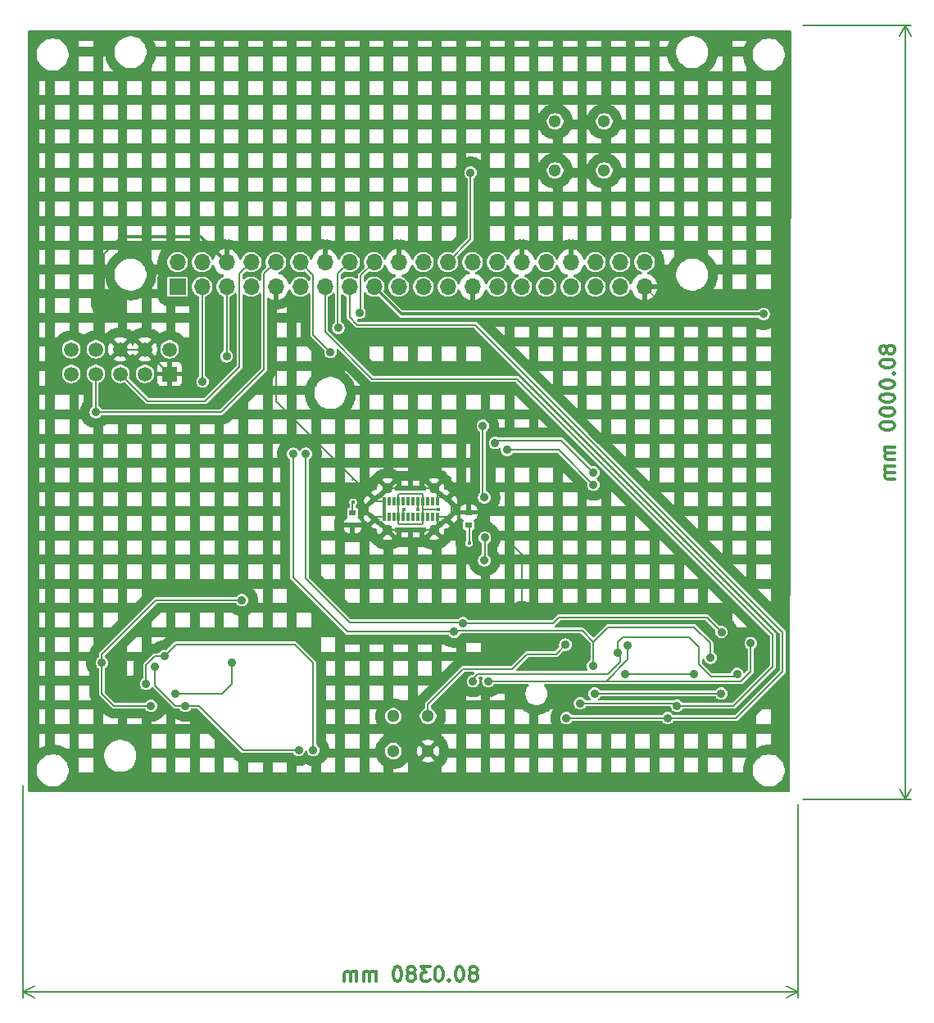
<source format=gbr>
%TF.GenerationSoftware,KiCad,Pcbnew,9.0.2*%
%TF.CreationDate,2025-09-25T16:22:03-05:00*%
%TF.ProjectId,dreamV1_0,64726561-6d56-4315-9f30-2e6b69636164,1*%
%TF.SameCoordinates,Original*%
%TF.FileFunction,Copper,L2,Bot*%
%TF.FilePolarity,Positive*%
%FSLAX46Y46*%
G04 Gerber Fmt 4.6, Leading zero omitted, Abs format (unit mm)*
G04 Created by KiCad (PCBNEW 9.0.2) date 2025-09-25 16:22:03*
%MOMM*%
%LPD*%
G01*
G04 APERTURE LIST*
G04 Aperture macros list*
%AMRotRect*
0 Rectangle, with rotation*
0 The origin of the aperture is its center*
0 $1 length*
0 $2 width*
0 $3 Rotation angle, in degrees counterclockwise*
0 Add horizontal line*
21,1,$1,$2,0,0,$3*%
G04 Aperture macros list end*
%ADD10C,0.300000*%
%TA.AperFunction,NonConductor*%
%ADD11C,0.300000*%
%TD*%
%TA.AperFunction,NonConductor*%
%ADD12C,0.200000*%
%TD*%
%TA.AperFunction,ComponentPad*%
%ADD13R,1.508000X1.508000*%
%TD*%
%TA.AperFunction,ComponentPad*%
%ADD14C,1.508000*%
%TD*%
%TA.AperFunction,ComponentPad*%
%ADD15C,1.300000*%
%TD*%
%TA.AperFunction,ComponentPad*%
%ADD16R,1.700000X1.700000*%
%TD*%
%TA.AperFunction,ComponentPad*%
%ADD17O,1.700000X1.700000*%
%TD*%
%TA.AperFunction,SMDPad,CuDef*%
%ADD18R,0.762000X0.558800*%
%TD*%
%TA.AperFunction,SMDPad,CuDef*%
%ADD19R,0.820000X0.550000*%
%TD*%
%TA.AperFunction,ComponentPad*%
%ADD20C,1.100000*%
%TD*%
%TA.AperFunction,SMDPad,CuDef*%
%ADD21RotRect,1.030000X0.500000X141.000000*%
%TD*%
%TA.AperFunction,SMDPad,CuDef*%
%ADD22RotRect,1.030000X0.500000X219.000000*%
%TD*%
%TA.AperFunction,SMDPad,CuDef*%
%ADD23R,0.300000X0.850000*%
%TD*%
%TA.AperFunction,ViaPad*%
%ADD24C,0.900000*%
%TD*%
%TA.AperFunction,ViaPad*%
%ADD25C,0.400000*%
%TD*%
%TA.AperFunction,Conductor*%
%ADD26C,0.200000*%
%TD*%
%TA.AperFunction,Conductor*%
%ADD27C,0.300000*%
%TD*%
G04 APERTURE END LIST*
D10*
D11*
X39169185Y16642856D02*
X39097757Y16785713D01*
X39097757Y16785713D02*
X39026328Y16857142D01*
X39026328Y16857142D02*
X38883471Y16928570D01*
X38883471Y16928570D02*
X38812042Y16928570D01*
X38812042Y16928570D02*
X38669185Y16857142D01*
X38669185Y16857142D02*
X38597757Y16785713D01*
X38597757Y16785713D02*
X38526328Y16642856D01*
X38526328Y16642856D02*
X38526328Y16357142D01*
X38526328Y16357142D02*
X38597757Y16214284D01*
X38597757Y16214284D02*
X38669185Y16142856D01*
X38669185Y16142856D02*
X38812042Y16071427D01*
X38812042Y16071427D02*
X38883471Y16071427D01*
X38883471Y16071427D02*
X39026328Y16142856D01*
X39026328Y16142856D02*
X39097757Y16214284D01*
X39097757Y16214284D02*
X39169185Y16357142D01*
X39169185Y16357142D02*
X39169185Y16642856D01*
X39169185Y16642856D02*
X39240614Y16785713D01*
X39240614Y16785713D02*
X39312042Y16857142D01*
X39312042Y16857142D02*
X39454900Y16928570D01*
X39454900Y16928570D02*
X39740614Y16928570D01*
X39740614Y16928570D02*
X39883471Y16857142D01*
X39883471Y16857142D02*
X39954900Y16785713D01*
X39954900Y16785713D02*
X40026328Y16642856D01*
X40026328Y16642856D02*
X40026328Y16357142D01*
X40026328Y16357142D02*
X39954900Y16214284D01*
X39954900Y16214284D02*
X39883471Y16142856D01*
X39883471Y16142856D02*
X39740614Y16071427D01*
X39740614Y16071427D02*
X39454900Y16071427D01*
X39454900Y16071427D02*
X39312042Y16142856D01*
X39312042Y16142856D02*
X39240614Y16214284D01*
X39240614Y16214284D02*
X39169185Y16357142D01*
X38526328Y15142856D02*
X38526328Y14999999D01*
X38526328Y14999999D02*
X38597757Y14857142D01*
X38597757Y14857142D02*
X38669185Y14785713D01*
X38669185Y14785713D02*
X38812042Y14714285D01*
X38812042Y14714285D02*
X39097757Y14642856D01*
X39097757Y14642856D02*
X39454900Y14642856D01*
X39454900Y14642856D02*
X39740614Y14714285D01*
X39740614Y14714285D02*
X39883471Y14785713D01*
X39883471Y14785713D02*
X39954900Y14857142D01*
X39954900Y14857142D02*
X40026328Y14999999D01*
X40026328Y14999999D02*
X40026328Y15142856D01*
X40026328Y15142856D02*
X39954900Y15285713D01*
X39954900Y15285713D02*
X39883471Y15357142D01*
X39883471Y15357142D02*
X39740614Y15428571D01*
X39740614Y15428571D02*
X39454900Y15499999D01*
X39454900Y15499999D02*
X39097757Y15499999D01*
X39097757Y15499999D02*
X38812042Y15428571D01*
X38812042Y15428571D02*
X38669185Y15357142D01*
X38669185Y15357142D02*
X38597757Y15285713D01*
X38597757Y15285713D02*
X38526328Y15142856D01*
X39883471Y14000000D02*
X39954900Y13928571D01*
X39954900Y13928571D02*
X40026328Y14000000D01*
X40026328Y14000000D02*
X39954900Y14071428D01*
X39954900Y14071428D02*
X39883471Y14000000D01*
X39883471Y14000000D02*
X40026328Y14000000D01*
X38526328Y12999999D02*
X38526328Y12857142D01*
X38526328Y12857142D02*
X38597757Y12714285D01*
X38597757Y12714285D02*
X38669185Y12642856D01*
X38669185Y12642856D02*
X38812042Y12571428D01*
X38812042Y12571428D02*
X39097757Y12499999D01*
X39097757Y12499999D02*
X39454900Y12499999D01*
X39454900Y12499999D02*
X39740614Y12571428D01*
X39740614Y12571428D02*
X39883471Y12642856D01*
X39883471Y12642856D02*
X39954900Y12714285D01*
X39954900Y12714285D02*
X40026328Y12857142D01*
X40026328Y12857142D02*
X40026328Y12999999D01*
X40026328Y12999999D02*
X39954900Y13142856D01*
X39954900Y13142856D02*
X39883471Y13214285D01*
X39883471Y13214285D02*
X39740614Y13285714D01*
X39740614Y13285714D02*
X39454900Y13357142D01*
X39454900Y13357142D02*
X39097757Y13357142D01*
X39097757Y13357142D02*
X38812042Y13285714D01*
X38812042Y13285714D02*
X38669185Y13214285D01*
X38669185Y13214285D02*
X38597757Y13142856D01*
X38597757Y13142856D02*
X38526328Y12999999D01*
X38526328Y11571428D02*
X38526328Y11428571D01*
X38526328Y11428571D02*
X38597757Y11285714D01*
X38597757Y11285714D02*
X38669185Y11214285D01*
X38669185Y11214285D02*
X38812042Y11142857D01*
X38812042Y11142857D02*
X39097757Y11071428D01*
X39097757Y11071428D02*
X39454900Y11071428D01*
X39454900Y11071428D02*
X39740614Y11142857D01*
X39740614Y11142857D02*
X39883471Y11214285D01*
X39883471Y11214285D02*
X39954900Y11285714D01*
X39954900Y11285714D02*
X40026328Y11428571D01*
X40026328Y11428571D02*
X40026328Y11571428D01*
X40026328Y11571428D02*
X39954900Y11714285D01*
X39954900Y11714285D02*
X39883471Y11785714D01*
X39883471Y11785714D02*
X39740614Y11857143D01*
X39740614Y11857143D02*
X39454900Y11928571D01*
X39454900Y11928571D02*
X39097757Y11928571D01*
X39097757Y11928571D02*
X38812042Y11857143D01*
X38812042Y11857143D02*
X38669185Y11785714D01*
X38669185Y11785714D02*
X38597757Y11714285D01*
X38597757Y11714285D02*
X38526328Y11571428D01*
X38526328Y10142857D02*
X38526328Y10000000D01*
X38526328Y10000000D02*
X38597757Y9857143D01*
X38597757Y9857143D02*
X38669185Y9785714D01*
X38669185Y9785714D02*
X38812042Y9714286D01*
X38812042Y9714286D02*
X39097757Y9642857D01*
X39097757Y9642857D02*
X39454900Y9642857D01*
X39454900Y9642857D02*
X39740614Y9714286D01*
X39740614Y9714286D02*
X39883471Y9785714D01*
X39883471Y9785714D02*
X39954900Y9857143D01*
X39954900Y9857143D02*
X40026328Y10000000D01*
X40026328Y10000000D02*
X40026328Y10142857D01*
X40026328Y10142857D02*
X39954900Y10285714D01*
X39954900Y10285714D02*
X39883471Y10357143D01*
X39883471Y10357143D02*
X39740614Y10428572D01*
X39740614Y10428572D02*
X39454900Y10500000D01*
X39454900Y10500000D02*
X39097757Y10500000D01*
X39097757Y10500000D02*
X38812042Y10428572D01*
X38812042Y10428572D02*
X38669185Y10357143D01*
X38669185Y10357143D02*
X38597757Y10285714D01*
X38597757Y10285714D02*
X38526328Y10142857D01*
X38526328Y8714286D02*
X38526328Y8571429D01*
X38526328Y8571429D02*
X38597757Y8428572D01*
X38597757Y8428572D02*
X38669185Y8357143D01*
X38669185Y8357143D02*
X38812042Y8285715D01*
X38812042Y8285715D02*
X39097757Y8214286D01*
X39097757Y8214286D02*
X39454900Y8214286D01*
X39454900Y8214286D02*
X39740614Y8285715D01*
X39740614Y8285715D02*
X39883471Y8357143D01*
X39883471Y8357143D02*
X39954900Y8428572D01*
X39954900Y8428572D02*
X40026328Y8571429D01*
X40026328Y8571429D02*
X40026328Y8714286D01*
X40026328Y8714286D02*
X39954900Y8857143D01*
X39954900Y8857143D02*
X39883471Y8928572D01*
X39883471Y8928572D02*
X39740614Y9000001D01*
X39740614Y9000001D02*
X39454900Y9071429D01*
X39454900Y9071429D02*
X39097757Y9071429D01*
X39097757Y9071429D02*
X38812042Y9000001D01*
X38812042Y9000001D02*
X38669185Y8928572D01*
X38669185Y8928572D02*
X38597757Y8857143D01*
X38597757Y8857143D02*
X38526328Y8714286D01*
X40026328Y6428573D02*
X39026328Y6428573D01*
X39169185Y6428573D02*
X39097757Y6357144D01*
X39097757Y6357144D02*
X39026328Y6214287D01*
X39026328Y6214287D02*
X39026328Y6000001D01*
X39026328Y6000001D02*
X39097757Y5857144D01*
X39097757Y5857144D02*
X39240614Y5785715D01*
X39240614Y5785715D02*
X40026328Y5785715D01*
X39240614Y5785715D02*
X39097757Y5714287D01*
X39097757Y5714287D02*
X39026328Y5571430D01*
X39026328Y5571430D02*
X39026328Y5357144D01*
X39026328Y5357144D02*
X39097757Y5214287D01*
X39097757Y5214287D02*
X39240614Y5142858D01*
X39240614Y5142858D02*
X40026328Y5142858D01*
X40026328Y4428573D02*
X39026328Y4428573D01*
X39169185Y4428573D02*
X39097757Y4357144D01*
X39097757Y4357144D02*
X39026328Y4214287D01*
X39026328Y4214287D02*
X39026328Y4000001D01*
X39026328Y4000001D02*
X39097757Y3857144D01*
X39097757Y3857144D02*
X39240614Y3785715D01*
X39240614Y3785715D02*
X40026328Y3785715D01*
X39240614Y3785715D02*
X39097757Y3714287D01*
X39097757Y3714287D02*
X39026328Y3571430D01*
X39026328Y3571430D02*
X39026328Y3357144D01*
X39026328Y3357144D02*
X39097757Y3214287D01*
X39097757Y3214287D02*
X39240614Y3142858D01*
X39240614Y3142858D02*
X40026328Y3142858D01*
D12*
X30500000Y-30000000D02*
X41734420Y-30000000D01*
X41734420Y50000000D02*
X30500000Y50000000D01*
X41148000Y-30000000D02*
X41148000Y50000000D01*
X41148000Y-30000000D02*
X40561579Y-28873496D01*
X41148000Y-30000000D02*
X41734421Y-28873496D01*
X41148000Y50000000D02*
X41734421Y48873496D01*
X41148000Y50000000D02*
X40561579Y48873496D01*
D10*
D11*
X-3376145Y-47932185D02*
X-3233288Y-47860757D01*
X-3233288Y-47860757D02*
X-3161859Y-47789328D01*
X-3161859Y-47789328D02*
X-3090431Y-47646471D01*
X-3090431Y-47646471D02*
X-3090431Y-47575042D01*
X-3090431Y-47575042D02*
X-3161859Y-47432185D01*
X-3161859Y-47432185D02*
X-3233288Y-47360757D01*
X-3233288Y-47360757D02*
X-3376145Y-47289328D01*
X-3376145Y-47289328D02*
X-3661859Y-47289328D01*
X-3661859Y-47289328D02*
X-3804716Y-47360757D01*
X-3804716Y-47360757D02*
X-3876145Y-47432185D01*
X-3876145Y-47432185D02*
X-3947574Y-47575042D01*
X-3947574Y-47575042D02*
X-3947574Y-47646471D01*
X-3947574Y-47646471D02*
X-3876145Y-47789328D01*
X-3876145Y-47789328D02*
X-3804716Y-47860757D01*
X-3804716Y-47860757D02*
X-3661859Y-47932185D01*
X-3661859Y-47932185D02*
X-3376145Y-47932185D01*
X-3376145Y-47932185D02*
X-3233288Y-48003614D01*
X-3233288Y-48003614D02*
X-3161859Y-48075042D01*
X-3161859Y-48075042D02*
X-3090431Y-48217900D01*
X-3090431Y-48217900D02*
X-3090431Y-48503614D01*
X-3090431Y-48503614D02*
X-3161859Y-48646471D01*
X-3161859Y-48646471D02*
X-3233288Y-48717900D01*
X-3233288Y-48717900D02*
X-3376145Y-48789328D01*
X-3376145Y-48789328D02*
X-3661859Y-48789328D01*
X-3661859Y-48789328D02*
X-3804716Y-48717900D01*
X-3804716Y-48717900D02*
X-3876145Y-48646471D01*
X-3876145Y-48646471D02*
X-3947574Y-48503614D01*
X-3947574Y-48503614D02*
X-3947574Y-48217900D01*
X-3947574Y-48217900D02*
X-3876145Y-48075042D01*
X-3876145Y-48075042D02*
X-3804716Y-48003614D01*
X-3804716Y-48003614D02*
X-3661859Y-47932185D01*
X-4876145Y-47289328D02*
X-5019002Y-47289328D01*
X-5019002Y-47289328D02*
X-5161859Y-47360757D01*
X-5161859Y-47360757D02*
X-5233287Y-47432185D01*
X-5233287Y-47432185D02*
X-5304716Y-47575042D01*
X-5304716Y-47575042D02*
X-5376145Y-47860757D01*
X-5376145Y-47860757D02*
X-5376145Y-48217900D01*
X-5376145Y-48217900D02*
X-5304716Y-48503614D01*
X-5304716Y-48503614D02*
X-5233287Y-48646471D01*
X-5233287Y-48646471D02*
X-5161859Y-48717900D01*
X-5161859Y-48717900D02*
X-5019002Y-48789328D01*
X-5019002Y-48789328D02*
X-4876145Y-48789328D01*
X-4876145Y-48789328D02*
X-4733287Y-48717900D01*
X-4733287Y-48717900D02*
X-4661859Y-48646471D01*
X-4661859Y-48646471D02*
X-4590430Y-48503614D01*
X-4590430Y-48503614D02*
X-4519002Y-48217900D01*
X-4519002Y-48217900D02*
X-4519002Y-47860757D01*
X-4519002Y-47860757D02*
X-4590430Y-47575042D01*
X-4590430Y-47575042D02*
X-4661859Y-47432185D01*
X-4661859Y-47432185D02*
X-4733287Y-47360757D01*
X-4733287Y-47360757D02*
X-4876145Y-47289328D01*
X-6019001Y-48646471D02*
X-6090430Y-48717900D01*
X-6090430Y-48717900D02*
X-6019001Y-48789328D01*
X-6019001Y-48789328D02*
X-5947573Y-48717900D01*
X-5947573Y-48717900D02*
X-6019001Y-48646471D01*
X-6019001Y-48646471D02*
X-6019001Y-48789328D01*
X-7019002Y-47289328D02*
X-7161859Y-47289328D01*
X-7161859Y-47289328D02*
X-7304716Y-47360757D01*
X-7304716Y-47360757D02*
X-7376144Y-47432185D01*
X-7376144Y-47432185D02*
X-7447573Y-47575042D01*
X-7447573Y-47575042D02*
X-7519002Y-47860757D01*
X-7519002Y-47860757D02*
X-7519002Y-48217900D01*
X-7519002Y-48217900D02*
X-7447573Y-48503614D01*
X-7447573Y-48503614D02*
X-7376144Y-48646471D01*
X-7376144Y-48646471D02*
X-7304716Y-48717900D01*
X-7304716Y-48717900D02*
X-7161859Y-48789328D01*
X-7161859Y-48789328D02*
X-7019002Y-48789328D01*
X-7019002Y-48789328D02*
X-6876144Y-48717900D01*
X-6876144Y-48717900D02*
X-6804716Y-48646471D01*
X-6804716Y-48646471D02*
X-6733287Y-48503614D01*
X-6733287Y-48503614D02*
X-6661859Y-48217900D01*
X-6661859Y-48217900D02*
X-6661859Y-47860757D01*
X-6661859Y-47860757D02*
X-6733287Y-47575042D01*
X-6733287Y-47575042D02*
X-6804716Y-47432185D01*
X-6804716Y-47432185D02*
X-6876144Y-47360757D01*
X-6876144Y-47360757D02*
X-7019002Y-47289328D01*
X-8019001Y-47289328D02*
X-8947573Y-47289328D01*
X-8947573Y-47289328D02*
X-8447573Y-47860757D01*
X-8447573Y-47860757D02*
X-8661858Y-47860757D01*
X-8661858Y-47860757D02*
X-8804715Y-47932185D01*
X-8804715Y-47932185D02*
X-8876144Y-48003614D01*
X-8876144Y-48003614D02*
X-8947573Y-48146471D01*
X-8947573Y-48146471D02*
X-8947573Y-48503614D01*
X-8947573Y-48503614D02*
X-8876144Y-48646471D01*
X-8876144Y-48646471D02*
X-8804715Y-48717900D01*
X-8804715Y-48717900D02*
X-8661858Y-48789328D01*
X-8661858Y-48789328D02*
X-8233287Y-48789328D01*
X-8233287Y-48789328D02*
X-8090430Y-48717900D01*
X-8090430Y-48717900D02*
X-8019001Y-48646471D01*
X-9804715Y-47932185D02*
X-9661858Y-47860757D01*
X-9661858Y-47860757D02*
X-9590429Y-47789328D01*
X-9590429Y-47789328D02*
X-9519001Y-47646471D01*
X-9519001Y-47646471D02*
X-9519001Y-47575042D01*
X-9519001Y-47575042D02*
X-9590429Y-47432185D01*
X-9590429Y-47432185D02*
X-9661858Y-47360757D01*
X-9661858Y-47360757D02*
X-9804715Y-47289328D01*
X-9804715Y-47289328D02*
X-10090429Y-47289328D01*
X-10090429Y-47289328D02*
X-10233286Y-47360757D01*
X-10233286Y-47360757D02*
X-10304715Y-47432185D01*
X-10304715Y-47432185D02*
X-10376144Y-47575042D01*
X-10376144Y-47575042D02*
X-10376144Y-47646471D01*
X-10376144Y-47646471D02*
X-10304715Y-47789328D01*
X-10304715Y-47789328D02*
X-10233286Y-47860757D01*
X-10233286Y-47860757D02*
X-10090429Y-47932185D01*
X-10090429Y-47932185D02*
X-9804715Y-47932185D01*
X-9804715Y-47932185D02*
X-9661858Y-48003614D01*
X-9661858Y-48003614D02*
X-9590429Y-48075042D01*
X-9590429Y-48075042D02*
X-9519001Y-48217900D01*
X-9519001Y-48217900D02*
X-9519001Y-48503614D01*
X-9519001Y-48503614D02*
X-9590429Y-48646471D01*
X-9590429Y-48646471D02*
X-9661858Y-48717900D01*
X-9661858Y-48717900D02*
X-9804715Y-48789328D01*
X-9804715Y-48789328D02*
X-10090429Y-48789328D01*
X-10090429Y-48789328D02*
X-10233286Y-48717900D01*
X-10233286Y-48717900D02*
X-10304715Y-48646471D01*
X-10304715Y-48646471D02*
X-10376144Y-48503614D01*
X-10376144Y-48503614D02*
X-10376144Y-48217900D01*
X-10376144Y-48217900D02*
X-10304715Y-48075042D01*
X-10304715Y-48075042D02*
X-10233286Y-48003614D01*
X-10233286Y-48003614D02*
X-10090429Y-47932185D01*
X-11304715Y-47289328D02*
X-11447572Y-47289328D01*
X-11447572Y-47289328D02*
X-11590429Y-47360757D01*
X-11590429Y-47360757D02*
X-11661857Y-47432185D01*
X-11661857Y-47432185D02*
X-11733286Y-47575042D01*
X-11733286Y-47575042D02*
X-11804715Y-47860757D01*
X-11804715Y-47860757D02*
X-11804715Y-48217900D01*
X-11804715Y-48217900D02*
X-11733286Y-48503614D01*
X-11733286Y-48503614D02*
X-11661857Y-48646471D01*
X-11661857Y-48646471D02*
X-11590429Y-48717900D01*
X-11590429Y-48717900D02*
X-11447572Y-48789328D01*
X-11447572Y-48789328D02*
X-11304715Y-48789328D01*
X-11304715Y-48789328D02*
X-11161857Y-48717900D01*
X-11161857Y-48717900D02*
X-11090429Y-48646471D01*
X-11090429Y-48646471D02*
X-11019000Y-48503614D01*
X-11019000Y-48503614D02*
X-10947572Y-48217900D01*
X-10947572Y-48217900D02*
X-10947572Y-47860757D01*
X-10947572Y-47860757D02*
X-11019000Y-47575042D01*
X-11019000Y-47575042D02*
X-11090429Y-47432185D01*
X-11090429Y-47432185D02*
X-11161857Y-47360757D01*
X-11161857Y-47360757D02*
X-11304715Y-47289328D01*
X-13590428Y-48789328D02*
X-13590428Y-47789328D01*
X-13590428Y-47932185D02*
X-13661857Y-47860757D01*
X-13661857Y-47860757D02*
X-13804714Y-47789328D01*
X-13804714Y-47789328D02*
X-14019000Y-47789328D01*
X-14019000Y-47789328D02*
X-14161857Y-47860757D01*
X-14161857Y-47860757D02*
X-14233285Y-48003614D01*
X-14233285Y-48003614D02*
X-14233285Y-48789328D01*
X-14233285Y-48003614D02*
X-14304714Y-47860757D01*
X-14304714Y-47860757D02*
X-14447571Y-47789328D01*
X-14447571Y-47789328D02*
X-14661857Y-47789328D01*
X-14661857Y-47789328D02*
X-14804714Y-47860757D01*
X-14804714Y-47860757D02*
X-14876143Y-48003614D01*
X-14876143Y-48003614D02*
X-14876143Y-48789328D01*
X-15590428Y-48789328D02*
X-15590428Y-47789328D01*
X-15590428Y-47932185D02*
X-15661857Y-47860757D01*
X-15661857Y-47860757D02*
X-15804714Y-47789328D01*
X-15804714Y-47789328D02*
X-16019000Y-47789328D01*
X-16019000Y-47789328D02*
X-16161857Y-47860757D01*
X-16161857Y-47860757D02*
X-16233285Y-48003614D01*
X-16233285Y-48003614D02*
X-16233285Y-48789328D01*
X-16233285Y-48003614D02*
X-16304714Y-47860757D01*
X-16304714Y-47860757D02*
X-16447571Y-47789328D01*
X-16447571Y-47789328D02*
X-16661857Y-47789328D01*
X-16661857Y-47789328D02*
X-16804714Y-47860757D01*
X-16804714Y-47860757D02*
X-16876143Y-48003614D01*
X-16876143Y-48003614D02*
X-16876143Y-48789328D01*
D12*
X-50038000Y-28567000D02*
X-50038000Y-50497420D01*
X30000000Y-50497420D02*
X30000000Y-30500000D01*
X-50038000Y-49911000D02*
X30000000Y-49911000D01*
X-50038000Y-49911000D02*
X-48911496Y-49324579D01*
X-50038000Y-49911000D02*
X-48911496Y-50497421D01*
X30000000Y-49911000D02*
X28873496Y-50497421D01*
X30000000Y-49911000D02*
X28873496Y-49324579D01*
D13*
%TO.P,J5,1,1*%
%TO.N,GND*%
X-34920000Y13980000D03*
D14*
%TO.P,J5,2,2*%
%TO.N,unconnected-(J5-Pad2)*%
X-34920000Y16520000D03*
%TO.P,J5,3,3*%
%TO.N,+3V3*%
X-37460000Y13980000D03*
%TO.P,J5,4,4*%
%TO.N,GND*%
X-37460000Y16520000D03*
%TO.P,J5,5,5*%
%TO.N,/GPIO14{slash}TXD0*%
X-40000000Y13980000D03*
%TO.P,J5,6,6*%
%TO.N,GND*%
X-40000000Y16520000D03*
%TO.P,J5,7,7*%
%TO.N,/GPIO15{slash}RXD0*%
X-42540000Y13980000D03*
%TO.P,J5,8,8*%
%TO.N,unconnected-(J5-Pad8)*%
X-42540000Y16520000D03*
%TO.P,J5,9,9*%
%TO.N,unconnected-(J5-Pad9)*%
X-45080000Y13980000D03*
%TO.P,J5,10,10*%
%TO.N,unconnected-(J5-Pad10)*%
X-45080000Y16520000D03*
%TD*%
D15*
%TO.P,S1,1,1*%
%TO.N,/5V_BUS_USB*%
X10000000Y35000000D03*
%TO.P,S1,2,2*%
%TO.N,unconnected-(S1-Pad2)*%
X10000000Y40080000D03*
%TO.P,S1,3,3*%
%TO.N,+5V*%
X4920000Y35000000D03*
%TO.P,S1,4,4*%
%TO.N,unconnected-(S1-Pad4)*%
X4920000Y40080000D03*
%TD*%
%TO.P,IC1,1,HEATER_1*%
%TO.N,GND*%
X-8200000Y-25000000D03*
%TO.P,IC1,2,SENSOR_ELECTRODE_(-)*%
%TO.N,/INA+*%
X-8200000Y-21400000D03*
%TO.P,IC1,3,SENSOR_ELECTRODE_(+)*%
%TO.N,+5V*%
X-11800000Y-21400000D03*
%TO.P,IC1,4,HEATER_2*%
X-11800000Y-25000000D03*
%TD*%
D16*
%TO.P,J1,1,Pin_1*%
%TO.N,+3V3*%
X-34100000Y23000000D03*
D17*
%TO.P,J1,2,Pin_2*%
%TO.N,+5V*%
X-34100000Y25540000D03*
%TO.P,J1,3,Pin_3*%
%TO.N,/GPIO2{slash}SDA1*%
X-31560000Y23000000D03*
%TO.P,J1,4,Pin_4*%
%TO.N,+5V*%
X-31560000Y25540000D03*
%TO.P,J1,5,Pin_5*%
%TO.N,/GPIO3{slash}SCL1*%
X-29020000Y23000000D03*
%TO.P,J1,6,Pin_6*%
%TO.N,GND*%
X-29020000Y25540000D03*
%TO.P,J1,7,Pin_7*%
%TO.N,/GPIO4{slash}GPCLK0*%
X-26480000Y23000000D03*
%TO.P,J1,8,Pin_8*%
%TO.N,/GPIO14{slash}TXD0*%
X-26480000Y25540000D03*
%TO.P,J1,9,Pin_9*%
%TO.N,GND*%
X-23940000Y23000000D03*
%TO.P,J1,10,Pin_10*%
%TO.N,/GPIO15{slash}RXD0*%
X-23940000Y25540000D03*
%TO.P,J1,11,Pin_11*%
%TO.N,/GPIO17*%
X-21400000Y23000000D03*
%TO.P,J1,12,Pin_12*%
%TO.N,/GPIO18{slash}PCM.CLK*%
X-21400000Y25540000D03*
%TO.P,J1,13,Pin_13*%
%TO.N,/GPIO27{slash}SDA3*%
X-18860000Y23000000D03*
%TO.P,J1,14,Pin_14*%
%TO.N,GND*%
X-18860000Y25540000D03*
%TO.P,J1,15,Pin_15*%
%TO.N,/GPIO22{slash}SCL3*%
X-16320000Y23000000D03*
%TO.P,J1,16,Pin_16*%
%TO.N,/GPIO23{slash}SDA4*%
X-16320000Y25540000D03*
%TO.P,J1,17,Pin_17*%
%TO.N,+3V3*%
X-13780000Y23000000D03*
%TO.P,J1,18,Pin_18*%
%TO.N,/GPIO24{slash}SCL4*%
X-13780000Y25540000D03*
%TO.P,J1,19,Pin_19*%
%TO.N,/GPIO10{slash}SPI0.MOSI*%
X-11240000Y23000000D03*
%TO.P,J1,20,Pin_20*%
%TO.N,GND*%
X-11240000Y25540000D03*
%TO.P,J1,21,Pin_21*%
%TO.N,/GPIO9{slash}SPI0.MISO*%
X-8700000Y23000000D03*
%TO.P,J1,22,Pin_22*%
%TO.N,/GPIO25{slash}SDA6*%
X-8700000Y25540000D03*
%TO.P,J1,23,Pin_23*%
%TO.N,/GPIO11{slash}SPI0.SCLK*%
X-6160000Y23000000D03*
%TO.P,J1,24,Pin_24*%
%TO.N,/GPIO8{slash}SPI0.CE0*%
X-6160000Y25540000D03*
%TO.P,J1,25,Pin_25*%
%TO.N,GND*%
X-3620000Y23000000D03*
%TO.P,J1,26,Pin_26*%
%TO.N,/GPIO7{slash}SPI0.CE1*%
X-3620000Y25540000D03*
%TO.P,J1,27,Pin_27*%
%TO.N,/ID_SDA*%
X-1080000Y23000000D03*
%TO.P,J1,28,Pin_28*%
%TO.N,/ID_SCL*%
X-1080000Y25540000D03*
%TO.P,J1,29,Pin_29*%
%TO.N,/GPIO5{slash}SDA5*%
X1460000Y23000000D03*
%TO.P,J1,30,Pin_30*%
%TO.N,GND*%
X1460000Y25540000D03*
%TO.P,J1,31,Pin_31*%
%TO.N,/GPIO6{slash}SCL5*%
X4000000Y23000000D03*
%TO.P,J1,32,Pin_32*%
%TO.N,/GPIO12{slash}PWM0*%
X4000000Y25540000D03*
%TO.P,J1,33,Pin_33*%
%TO.N,/GPIO13{slash}PWM1*%
X6540000Y23000000D03*
%TO.P,J1,34,Pin_34*%
%TO.N,GND*%
X6540000Y25540000D03*
%TO.P,J1,35,Pin_35*%
%TO.N,/GPIO19{slash}PCM.FS*%
X9080000Y23000000D03*
%TO.P,J1,36,Pin_36*%
%TO.N,/GPIO16*%
X9080000Y25540000D03*
%TO.P,J1,37,Pin_37*%
%TO.N,/GPIO26{slash}SCL6*%
X11620000Y23000000D03*
%TO.P,J1,38,Pin_38*%
%TO.N,/GPIO20{slash}PCM.DIN*%
X11620000Y25540000D03*
%TO.P,J1,39,Pin_39*%
%TO.N,GND*%
X14160000Y23000000D03*
%TO.P,J1,40,Pin_40*%
%TO.N,/GPIO21{slash}PCM.DOUT*%
X14160000Y25540000D03*
%TD*%
D18*
%TO.P,R7,1*%
%TO.N,GND*%
X-4000000Y-326900D03*
%TO.P,R7,2*%
%TO.N,Net-(J11-CC1)*%
X-4000000Y-1673100D03*
%TD*%
%TO.P,R6,1*%
%TO.N,GND*%
X-16000000Y-1673100D03*
%TO.P,R6,2*%
%TO.N,Net-(J11-CC2)*%
X-16000000Y-326900D03*
%TD*%
D19*
%TO.P,J11,1,SHIELD*%
%TO.N,GND*%
X-8800000Y2150000D03*
%TO.P,J11,2,SHIELD__1*%
X-10000000Y2150000D03*
%TO.P,J11,3,SHIELD__2*%
X-11200000Y2150000D03*
%TO.P,J11,4,SHIELD__3*%
X-8800000Y-2150000D03*
%TO.P,J11,5,SHIELD__4*%
X-10000000Y-2150000D03*
%TO.P,J11,6,SHIELD__5*%
X-11200000Y-2150000D03*
D20*
%TO.P,J11,7,SHIELD__6*%
X-7600000Y2150000D03*
%TO.P,J11,8,SHIELD__7*%
X-12400000Y2150000D03*
%TO.P,J11,9,SHIELD__8*%
X-7600000Y-2150000D03*
%TO.P,J11,10,SHIELD__9*%
X-12400000Y-2150000D03*
D21*
%TO.P,J11,11,SHIELD__10*%
X-6230000Y1000000D03*
D22*
%TO.P,J11,12,SHIELD__11*%
X-13770000Y1000000D03*
%TO.P,J11,13,SHIELD__12*%
X-6230000Y-1000000D03*
D21*
%TO.P,J11,14,SHIELD__13*%
X-13770000Y-1000000D03*
D23*
%TO.P,J11,A1,GND_A1*%
X-7250000Y830000D03*
%TO.P,J11,A2,SSTXP1*%
%TO.N,unconnected-(J11-SSTXP1-PadA2)*%
X-7750000Y830000D03*
%TO.P,J11,A3,SSTXN1*%
%TO.N,unconnected-(J11-SSTXN1-PadA3)*%
X-8250000Y830000D03*
%TO.P,J11,A4,VBUS_A4*%
%TO.N,/5V_BUS_USB*%
X-8750000Y830000D03*
%TO.P,J11,A5,CC1*%
%TO.N,Net-(J11-CC1)*%
X-9250000Y830000D03*
%TO.P,J11,A6,DP1*%
%TO.N,unconnected-(J11-DP1-PadA6)*%
X-9750000Y830000D03*
%TO.P,J11,A7,DN1*%
%TO.N,unconnected-(J11-DN1-PadA7)*%
X-10250000Y830000D03*
%TO.P,J11,A8,SBU1*%
%TO.N,unconnected-(J11-SBU1-PadA8)*%
X-10750000Y830000D03*
%TO.P,J11,A9,VBUS_A9*%
%TO.N,/5V_BUS_USB*%
X-11250000Y830000D03*
%TO.P,J11,A10,SSRXN2*%
%TO.N,unconnected-(J11-SSRXN2-PadA10)*%
X-11750000Y830000D03*
%TO.P,J11,A11,SSRXP2*%
%TO.N,unconnected-(J11-SSRXP2-PadA11)*%
X-12250000Y830000D03*
%TO.P,J11,A12,GND_A12*%
%TO.N,GND*%
X-12750000Y830000D03*
%TO.P,J11,B1,GND_B1*%
X-12750000Y-830000D03*
%TO.P,J11,B2,SSTXP2*%
%TO.N,unconnected-(J11-SSTXP2-PadB2)*%
X-12250000Y-830000D03*
%TO.P,J11,B3,SSTXN2*%
%TO.N,unconnected-(J11-SSTXN2-PadB3)*%
X-11750000Y-830000D03*
%TO.P,J11,B4,VBUS_B4*%
%TO.N,/5V_BUS_USB*%
X-11250000Y-830000D03*
%TO.P,J11,B5,CC2*%
%TO.N,Net-(J11-CC2)*%
X-10750000Y-830000D03*
%TO.P,J11,B6,DP2*%
%TO.N,unconnected-(J11-DP2-PadB6)*%
X-10250000Y-830000D03*
%TO.P,J11,B7,DN2*%
%TO.N,unconnected-(J11-DN2-PadB7)*%
X-9750000Y-830000D03*
%TO.P,J11,B8,SBU2*%
%TO.N,unconnected-(J11-SBU2-PadB8)*%
X-9250000Y-830000D03*
%TO.P,J11,B9,VBUS_B9*%
%TO.N,/5V_BUS_USB*%
X-8750000Y-830000D03*
%TO.P,J11,B10,SSRXN1*%
%TO.N,unconnected-(J11-SSRXN1-PadB10)*%
X-8250000Y-830000D03*
%TO.P,J11,B11,SSRXP1*%
%TO.N,unconnected-(J11-SSRXP1-PadB11)*%
X-7750000Y-830000D03*
%TO.P,J11,B12,GND_B12*%
%TO.N,GND*%
X-7250000Y-830000D03*
%TD*%
D24*
%TO.N,GND*%
X1524000Y-10922000D03*
X-41656000Y21336000D03*
X27432000Y21336000D03*
X-889000Y-13300000D03*
X508000Y-14986000D03*
%TO.N,/GPIO2{slash}SDA1*%
X-22331Y6118331D03*
X-31496000Y13208000D03*
X8890000Y2540000D03*
%TO.N,/GPIO3{slash}SCL1*%
X-29020000Y15812000D03*
X-1270000Y6846000D03*
X8890000Y3810000D03*
%TO.N,/GPIO15{slash}RXD0*%
X-42540000Y10038000D03*
%TO.N,/GPIO18{slash}PCM.CLK*%
X-18288000Y16256000D03*
%TO.N,/GPIO22{slash}SCL3*%
X6096000Y-21590000D03*
X16560800Y-21590000D03*
%TO.N,/GPIO5{slash}SDA5*%
X-34290000Y-19050000D03*
X-28448000Y-15875000D03*
%TO.N,/GPIO24{slash}SCL4*%
X-22148800Y5715000D03*
X20980400Y-15341600D03*
X-15290800Y20320000D03*
X-5500000Y-12686400D03*
X8842499Y-16173110D03*
%TO.N,/GPIO27{slash}SDA3*%
X7518400Y-20066000D03*
X17526000Y-20320000D03*
%TO.N,/GPIO23{slash}SDA4*%
X19304000Y-17030000D03*
X12204000Y-17030000D03*
X-17475200Y18745200D03*
X-4572000Y-11799000D03*
X-20828000Y5715000D03*
X22113981Y-12688000D03*
%TO.N,/GPIO8{slash}SPI0.CE0*%
X-3810000Y34798000D03*
%TO.N,/GPIO6{slash}SCL5*%
X-27432000Y-9398000D03*
X-36830000Y-20320000D03*
X-41910000Y-15875000D03*
%TO.N,+5V*%
X-2336800Y-2946400D03*
X-2387600Y1219200D03*
X-2540000Y8636000D03*
X22100000Y-19050000D03*
X-2387600Y-5283200D03*
X9000000Y-19050000D03*
%TO.N,+3V3*%
X26466800Y20167600D03*
%TO.N,/BME_SCL*%
X-37338000Y-18046000D03*
X-20066000Y-24892000D03*
X-35458400Y-15189200D03*
%TO.N,/BME_SDA*%
X-21575000Y-24892000D03*
X-33274000Y-20320000D03*
X-36413992Y-16250000D03*
%TO.N,/INA+*%
X5994400Y-14000000D03*
%TO.N,/INA_ADD0*%
X-3556000Y-17780000D03*
X23726669Y-17030000D03*
X11368027Y-14850000D03*
%TO.N,/INA_ADD1*%
X12446000Y-14071600D03*
X-1981200Y-17780000D03*
X25146000Y-13850000D03*
D25*
%TO.N,/5V_BUS_USB*%
X-7113024Y4998D03*
%TO.N,Net-(J11-CC1)*%
X-3962400Y-3505200D03*
X-9245600Y0D03*
%TO.N,Net-(J11-CC2)*%
X-10718800Y0D03*
X-15951200Y711200D03*
%TD*%
D26*
%TO.N,GND*%
X-13600000Y-830000D02*
X-13770000Y-1000000D01*
X-6230000Y1000000D02*
X-5790000Y560000D01*
X14160000Y23000000D02*
X15824000Y21336000D01*
X-41656000Y18176000D02*
X-40000000Y16520000D01*
X-15875000Y3175000D02*
X-15875000Y3105000D01*
X-7250000Y-830000D02*
X-6400000Y-830000D01*
X-12400000Y-2150000D02*
X-12620000Y-2150000D01*
X-12750000Y-830000D02*
X-13600000Y-830000D01*
X-5790000Y-560000D02*
X-6230000Y-1000000D01*
X-16000000Y3050000D02*
X-15875000Y3175000D01*
X-7250000Y830000D02*
X-7250000Y1800000D01*
X1524000Y-4689100D02*
X1524000Y-10922000D01*
X15824000Y21336000D02*
X27432000Y21336000D01*
X-7250000Y-830000D02*
X-7250000Y-1800000D01*
X-6230000Y1000000D02*
X-6450000Y1000000D01*
X-7250000Y-1800000D02*
X-7600000Y-2150000D01*
X-13770000Y-1000000D02*
X-14544700Y-1774700D01*
X-4000000Y-326900D02*
X-2838200Y-326900D01*
X-13600000Y830000D02*
X-13770000Y1000000D01*
D27*
X-31674000Y28194000D02*
X-39878000Y28194000D01*
D26*
X-12750000Y830000D02*
X-13600000Y830000D01*
D27*
X-29020000Y25540000D02*
X-31674000Y28194000D01*
D26*
X-5790000Y560000D02*
X-5790000Y-560000D01*
X-7600000Y-2150000D02*
X-7380000Y-2150000D01*
X-7250000Y1800000D02*
X-7600000Y2150000D01*
X-6400000Y-830000D02*
X-6230000Y-1000000D01*
X-889000Y-13589000D02*
X508000Y-14986000D01*
X-41656000Y26416000D02*
X-39878000Y28194000D01*
X-34920000Y13980000D02*
X-37460000Y16520000D01*
X-889000Y-13300000D02*
X-889000Y-13589000D01*
X-13770000Y1000000D02*
X-23940000Y11170000D01*
X-12400000Y2150000D02*
X-12620000Y2150000D01*
X-2838200Y-326900D02*
X1524000Y-4689100D01*
X-23940000Y11170000D02*
X-23940000Y23000000D01*
X-37460000Y16520000D02*
X-40000000Y16520000D01*
X-7600000Y-2150000D02*
X-12400000Y-2150000D01*
X-6450000Y1000000D02*
X-7600000Y2150000D01*
X-14544700Y-1774700D02*
X-16000000Y-1774700D01*
X-7380000Y-2150000D02*
X-6230000Y-1000000D01*
X-13770000Y1000000D02*
X-13770000Y1070000D01*
X-5790000Y-560000D02*
X-5556900Y-326900D01*
X-41656000Y21336000D02*
X-41656000Y26416000D01*
X-12620000Y2150000D02*
X-13770000Y1000000D01*
X-41656000Y21336000D02*
X-41656000Y18176000D01*
X-5556900Y-326900D02*
X-4000000Y-326900D01*
X-12400000Y2150000D02*
X-7600000Y2150000D01*
X-12620000Y-2150000D02*
X-13770000Y-1000000D01*
%TO.N,/GPIO2{slash}SDA1*%
X-31560000Y23000000D02*
X-31560000Y13272000D01*
X5311669Y6118331D02*
X8890000Y2540000D01*
X-31560000Y13272000D02*
X-31496000Y13208000D01*
X-22331Y6118331D02*
X5311669Y6118331D01*
%TO.N,/GPIO3{slash}SCL1*%
X-1004000Y7112000D02*
X5588000Y7112000D01*
X-28956000Y15748000D02*
X-29020000Y15812000D01*
X5588000Y7112000D02*
X8890000Y3810000D01*
X-1270000Y6846000D02*
X-1004000Y7112000D01*
X-29020000Y23000000D02*
X-29020000Y15812000D01*
%TO.N,/GPIO14{slash}TXD0*%
X-37196000Y11176000D02*
X-40000000Y13980000D01*
X-27686000Y24334000D02*
X-27686000Y14732000D01*
X-27686000Y14732000D02*
X-31242000Y11176000D01*
X-26480000Y25540000D02*
X-27686000Y24334000D01*
X-31242000Y11176000D02*
X-37196000Y11176000D01*
%TO.N,/GPIO15{slash}RXD0*%
X-29586000Y10038000D02*
X-42540000Y10038000D01*
X-42540000Y10038000D02*
X-42540000Y13980000D01*
X-25146000Y14478000D02*
X-29586000Y10038000D01*
X-25146000Y24334000D02*
X-25146000Y14478000D01*
X-23940000Y25540000D02*
X-25146000Y24334000D01*
%TO.N,/GPIO18{slash}PCM.CLK*%
X-20066000Y24206000D02*
X-21400000Y25540000D01*
X-18288000Y16256000D02*
X-20066000Y18034000D01*
X-20066000Y18034000D02*
X-20066000Y24206000D01*
%TO.N,/GPIO22{slash}SCL3*%
X16560800Y-21590000D02*
X23622000Y-21590000D01*
X23622000Y-21590000D02*
X28448000Y-16764000D01*
X-3302000Y19050000D02*
X-15494000Y19050000D01*
X28448000Y-12700000D02*
X-3302000Y19050000D01*
X-15494000Y19050000D02*
X-16320000Y19876000D01*
X-16320000Y19876000D02*
X-16320000Y23000000D01*
X6096000Y-21590000D02*
X16510000Y-21590000D01*
X28448000Y-16764000D02*
X28448000Y-12700000D01*
X16510000Y-21590000D02*
X16560800Y-21590000D01*
%TO.N,/GPIO5{slash}SDA5*%
X-34290000Y-19050000D02*
X-29464000Y-19050000D01*
X-28448000Y-18034000D02*
X-28448000Y-15875000D01*
X-28448000Y-15875000D02*
X-28448000Y-15748000D01*
X-29464000Y-19050000D02*
X-28448000Y-18034000D01*
%TO.N,/GPIO24{slash}SCL4*%
X8890000Y-16125609D02*
X8890000Y-13716000D01*
X-13780000Y25540000D02*
X-15169000Y24151000D01*
X20980400Y-13868400D02*
X20980400Y-15341600D01*
X-15169000Y20441800D02*
X-15290800Y20320000D01*
X7723000Y-12549000D02*
X8890000Y-13716000D01*
X-22148800Y5715000D02*
X-22148800Y-7047600D01*
X-5500000Y-12686400D02*
X-16510000Y-12686400D01*
X8890000Y-13716000D02*
X10414000Y-12192000D01*
X-22148800Y-7047600D02*
X-16510000Y-12686400D01*
X8842499Y-16173110D02*
X8890000Y-16125609D01*
X-15169000Y24151000D02*
X-15169000Y20441800D01*
X-5500000Y-12686400D02*
X-5362600Y-12549000D01*
X10414000Y-12192000D02*
X19304000Y-12192000D01*
X-16510000Y-12686400D02*
X-16523600Y-12686400D01*
X-5362600Y-12549000D02*
X7723000Y-12549000D01*
X19304000Y-12192000D02*
X20980400Y-13868400D01*
%TO.N,/GPIO27{slash}SDA3*%
X17272000Y-20066000D02*
X17526000Y-20320000D01*
X17526000Y-20320000D02*
X23368000Y-20320000D01*
X-18860000Y18352000D02*
X-18860000Y23000000D01*
X27432000Y-12954000D02*
X1016000Y13462000D01*
X-13970000Y13462000D02*
X-18860000Y18352000D01*
X23368000Y-20320000D02*
X27432000Y-16256000D01*
X7518400Y-20066000D02*
X17272000Y-20066000D01*
X27432000Y-16256000D02*
X27432000Y-12954000D01*
X1016000Y13462000D02*
X-13970000Y13462000D01*
%TO.N,/GPIO23{slash}SDA4*%
X-16256000Y-11684000D02*
X-4687000Y-11684000D01*
X4711000Y-11799000D02*
X5334000Y-11176000D01*
X-4572000Y-11799000D02*
X4711000Y-11799000D01*
X19062000Y-17030000D02*
X19050000Y-17018000D01*
X-20828000Y5715000D02*
X-20828000Y-7112000D01*
X19304000Y-17030000D02*
X19062000Y-17030000D01*
X-16320000Y25540000D02*
X-17526000Y24334000D01*
X-4687000Y-11684000D02*
X-4572000Y-11799000D01*
X20601981Y-11176000D02*
X22113981Y-12688000D01*
X5334000Y-11176000D02*
X20601981Y-11176000D01*
X-17526000Y18796000D02*
X-17475200Y18745200D01*
X-20828000Y-7112000D02*
X-16256000Y-11684000D01*
X-17526000Y24334000D02*
X-17526000Y18796000D01*
X12216000Y-17018000D02*
X12204000Y-17030000D01*
X19050000Y-17018000D02*
X12216000Y-17018000D01*
%TO.N,/GPIO8{slash}SPI0.CE0*%
X-6160000Y25540000D02*
X-3810000Y27890000D01*
X-3810000Y27890000D02*
X-3810000Y34798000D01*
%TO.N,/GPIO6{slash}SCL5*%
X-41910000Y-15875000D02*
X-41910000Y-14986000D01*
X-36322000Y-9398000D02*
X-27686000Y-9398000D01*
X-41910000Y-19050000D02*
X-40640000Y-20320000D01*
X-41910000Y-14986000D02*
X-36322000Y-9398000D01*
X-41910000Y-15875000D02*
X-41910000Y-19050000D01*
X-40640000Y-20320000D02*
X-36830000Y-20320000D01*
X-36868000Y-20282000D02*
X-36830000Y-20320000D01*
%TO.N,+5V*%
X-2387600Y1219200D02*
X-2540000Y1371600D01*
X-2336800Y-5232400D02*
X-2336800Y-2946400D01*
X-2540000Y1371600D02*
X-2540000Y8636000D01*
X-2387600Y-5283200D02*
X-2336800Y-5232400D01*
X22100000Y-19050000D02*
X9000000Y-19050000D01*
D27*
%TO.N,+3V3*%
X-13780000Y23000000D02*
X-10947600Y20167600D01*
X-10947600Y20167600D02*
X26466800Y20167600D01*
D26*
%TO.N,/BME_SCL*%
X-34239200Y-13970000D02*
X-21971000Y-13970000D01*
X-35458400Y-15189200D02*
X-34239200Y-13970000D01*
X-37338000Y-16111933D02*
X-36415267Y-15189200D01*
X-21971000Y-13970000D02*
X-20066000Y-15875000D01*
X-37338000Y-18046000D02*
X-37338000Y-16111933D01*
X-36415267Y-15189200D02*
X-35458400Y-15189200D01*
X-20066000Y-15875000D02*
X-20066000Y-24892000D01*
%TO.N,/BME_SDA*%
X-33274000Y-20320000D02*
X-31902400Y-20320000D01*
X-36413992Y-18196008D02*
X-36413992Y-16250000D01*
X-27330400Y-24892000D02*
X-21575000Y-24892000D01*
X-33274000Y-20320000D02*
X-34290000Y-20320000D01*
X-31902400Y-20320000D02*
X-27330400Y-24892000D01*
X-34290000Y-20320000D02*
X-36413992Y-18196008D01*
%TO.N,/INA+*%
X5008400Y-14986000D02*
X2032000Y-14986000D01*
X2032000Y-14986000D02*
X508000Y-16510000D01*
X5994400Y-14000000D02*
X5008400Y-14986000D01*
X508000Y-16510000D02*
X-4572000Y-16510000D01*
X-4572000Y-16510000D02*
X-8200000Y-20138000D01*
X-8200000Y-20138000D02*
X-8200000Y-21400000D01*
%TO.N,/INA_ADD0*%
X23484669Y-17272000D02*
X21082000Y-17272000D01*
X23726669Y-17030000D02*
X23484669Y-17272000D01*
X-3556000Y-17780000D02*
X-3556000Y-17526000D01*
X11938000Y-13208000D02*
X11430000Y-13716000D01*
X11684000Y-15165973D02*
X11368027Y-14850000D01*
X19812000Y-16002000D02*
X19812000Y-14224000D01*
X11684000Y-15748000D02*
X11684000Y-15165973D01*
X-3556000Y-17526000D02*
X-3048000Y-17018000D01*
X-3048000Y-17018000D02*
X10414000Y-17018000D01*
X11430000Y-14788027D02*
X11368027Y-14850000D01*
X19812000Y-14224000D02*
X18796000Y-13208000D01*
X11430000Y-13716000D02*
X11430000Y-14788027D01*
X10414000Y-17018000D02*
X11684000Y-15748000D01*
X21082000Y-17272000D02*
X19812000Y-16002000D01*
X18796000Y-13208000D02*
X11938000Y-13208000D01*
%TO.N,/INA_ADD1*%
X10160000Y-17780000D02*
X-1981200Y-17780000D01*
X10219100Y-17780000D02*
X10160000Y-17780000D01*
X11430000Y-17780000D02*
X10160000Y-17780000D01*
X12446000Y-14071600D02*
X12446000Y-15553100D01*
X12446000Y-15553100D02*
X10219100Y-17780000D01*
X24130000Y-17780000D02*
X11430000Y-17780000D01*
X25146000Y-16764000D02*
X24130000Y-17780000D01*
X25146000Y-13850000D02*
X25146000Y-16764000D01*
%TO.N,/5V_BUS_USB*%
X-11250000Y0D02*
X-11250000Y-830000D01*
X-8750000Y-830000D02*
X-8750000Y-1507000D01*
X-8799000Y1556000D02*
X-8750000Y1507000D01*
X-8750000Y830000D02*
X-8750000Y-830000D01*
X-8750000Y1507000D02*
X-8750000Y830000D01*
X-7113024Y4998D02*
X-7118022Y0D01*
X-11250000Y830000D02*
X-11250000Y0D01*
X-8750000Y-1507000D02*
X-8799000Y-1556000D01*
X-11201000Y-1556000D02*
X-11250000Y-1507000D01*
X-11244000Y830000D02*
X-11201000Y787000D01*
X-8750000Y-830000D02*
X-8799000Y-781000D01*
X-11250000Y1507000D02*
X-11201000Y1556000D01*
X-11250000Y-1507000D02*
X-11250000Y-830000D01*
X-11201000Y1556000D02*
X-8799000Y1556000D01*
X-11250000Y830000D02*
X-11244000Y830000D01*
X-11250000Y830000D02*
X-11250000Y1507000D01*
X-7118022Y0D02*
X-8744600Y0D01*
X-8750000Y830000D02*
X-8750000Y505000D01*
X-8750000Y505000D02*
X-8701000Y505000D01*
X-8799000Y-1556000D02*
X-11201000Y-1556000D01*
X-11201000Y787000D02*
X-11201000Y505000D01*
%TO.N,Net-(J11-CC1)*%
X-9250000Y4400D02*
X-9245600Y0D01*
X-9250000Y830000D02*
X-9250000Y4400D01*
X-3962400Y-3505200D02*
X-3962400Y-1812300D01*
X-3962400Y-1812300D02*
X-4000000Y-1774700D01*
%TO.N,Net-(J11-CC2)*%
X-10750000Y-31200D02*
X-10718800Y0D01*
X-16000000Y662400D02*
X-15951200Y711200D01*
X-16000000Y-225300D02*
X-16000000Y662400D01*
X-10750000Y-830000D02*
X-10750000Y-31200D01*
%TD*%
%TA.AperFunction,Conductor*%
%TO.N,GND*%
G36*
X-12657461Y810315D02*
G01*
X-12611706Y757511D01*
X-12600500Y706000D01*
X-12600500Y384253D01*
X-12600000Y374085D01*
X-12600000Y-374084D01*
X-12600500Y-384262D01*
X-12600500Y-706000D01*
X-12620185Y-773039D01*
X-12672989Y-818794D01*
X-12724500Y-830000D01*
X-12776000Y-830000D01*
X-12843039Y-810315D01*
X-12888794Y-757511D01*
X-12900000Y-706000D01*
X-12900000Y706000D01*
X-12880315Y773039D01*
X-12827511Y818794D01*
X-12776000Y830000D01*
X-12724500Y830000D01*
X-12657461Y810315D01*
G37*
%TD.AperFunction*%
%TA.AperFunction,Conductor*%
G36*
X29279839Y49510315D02*
G01*
X29325594Y49457511D01*
X29336799Y49405802D01*
X29210903Y-28650500D01*
X29210200Y-29086200D01*
X29190407Y-29153208D01*
X29137529Y-29198877D01*
X29086200Y-29210000D01*
X-49406000Y-29210000D01*
X-49473039Y-29190315D01*
X-49518794Y-29137511D01*
X-49530000Y-29086000D01*
X-49530000Y-26870097D01*
X-48650500Y-26870097D01*
X-48650500Y-27129902D01*
X-48609860Y-27386493D01*
X-48529578Y-27633576D01*
X-48448466Y-27792764D01*
X-48411634Y-27865051D01*
X-48258931Y-28075229D01*
X-48075229Y-28258931D01*
X-47865051Y-28411634D01*
X-47717555Y-28486787D01*
X-47633577Y-28529577D01*
X-47633575Y-28529577D01*
X-47633572Y-28529579D01*
X-47386493Y-28609860D01*
X-47254294Y-28630797D01*
X-47129902Y-28650500D01*
X-47129897Y-28650500D01*
X-46870098Y-28650500D01*
X-46756702Y-28632539D01*
X-46613507Y-28609860D01*
X-46366428Y-28529579D01*
X-46134949Y-28411634D01*
X-45924771Y-28258931D01*
X-45741069Y-28075229D01*
X-45588366Y-27865051D01*
X-45470421Y-27633572D01*
X-45390140Y-27386493D01*
X-45367461Y-27243298D01*
X-45363771Y-27220000D01*
X-44282000Y-27220000D01*
X-42780000Y-27220000D01*
X-36782000Y-27220000D01*
X-35280000Y-27220000D01*
X-34282000Y-27220000D01*
X-32780000Y-27220000D01*
X-31782000Y-27220000D01*
X-30280000Y-27220000D01*
X-29282000Y-27220000D01*
X-27780000Y-27220000D01*
X-26782000Y-27220000D01*
X-25280000Y-27220000D01*
X-24282000Y-27220000D01*
X-22780000Y-27220000D01*
X-22780000Y-26530369D01*
X-21782000Y-26530369D01*
X-21782000Y-27220000D01*
X-20280000Y-27220000D01*
X-20280000Y-26529331D01*
X-20294740Y-26527145D01*
X-20300738Y-26526104D01*
X-20474485Y-26491542D01*
X-20480424Y-26490209D01*
X-20516149Y-26481260D01*
X-20522015Y-26479636D01*
X-20568910Y-26465410D01*
X-20574690Y-26463501D01*
X-20609352Y-26451098D01*
X-20615027Y-26448908D01*
X-20778678Y-26381122D01*
X-20784242Y-26378656D01*
X-20817522Y-26362916D01*
X-20820500Y-26361416D01*
X-20823478Y-26362916D01*
X-20856758Y-26378656D01*
X-20862322Y-26381122D01*
X-21025973Y-26448908D01*
X-21031648Y-26451098D01*
X-21066310Y-26463501D01*
X-21072090Y-26465410D01*
X-21118985Y-26479636D01*
X-21124851Y-26481260D01*
X-21160576Y-26490209D01*
X-21166515Y-26491542D01*
X-21340262Y-26526104D01*
X-21346260Y-26527145D01*
X-21382693Y-26532549D01*
X-21388734Y-26533294D01*
X-21437506Y-26538097D01*
X-21443576Y-26538545D01*
X-21480348Y-26540351D01*
X-21486431Y-26540500D01*
X-21663569Y-26540500D01*
X-21669652Y-26540351D01*
X-21706424Y-26538545D01*
X-21712494Y-26538097D01*
X-21761266Y-26533294D01*
X-21767307Y-26532549D01*
X-21782000Y-26530369D01*
X-22780000Y-26530369D01*
X-22780000Y-26345725D01*
X-19282000Y-26345725D01*
X-19282000Y-27220000D01*
X-17780000Y-27220000D01*
X-16782000Y-27220000D01*
X-15280000Y-27220000D01*
X-14282000Y-27220000D01*
X-12780000Y-27220000D01*
X-12780000Y-26848500D01*
X-11782000Y-26848500D01*
X-11782000Y-27220000D01*
X-10280000Y-27220000D01*
X-10280000Y-26611476D01*
X-6782000Y-26611476D01*
X-6782000Y-27220000D01*
X-5280000Y-27220000D01*
X-4282000Y-27220000D01*
X-2780000Y-27220000D01*
X-1782000Y-27220000D01*
X-280000Y-27220000D01*
X718000Y-27220000D01*
X2220000Y-27220000D01*
X3218000Y-27220000D01*
X4720000Y-27220000D01*
X5718000Y-27220000D01*
X7220000Y-27220000D01*
X8218000Y-27220000D01*
X9720000Y-27220000D01*
X10718000Y-27220000D01*
X12220000Y-27220000D01*
X13218000Y-27220000D01*
X14720000Y-27220000D01*
X15718000Y-27220000D01*
X17220000Y-27220000D01*
X18218000Y-27220000D01*
X19720000Y-27220000D01*
X20718000Y-27220000D01*
X22220000Y-27220000D01*
X23218000Y-27220000D01*
X24355504Y-27220000D01*
X24353037Y-27188622D01*
X24352750Y-27183766D01*
X24351595Y-27154352D01*
X24351500Y-27149487D01*
X24351500Y-26870097D01*
X25349500Y-26870097D01*
X25349500Y-27129902D01*
X25390140Y-27386493D01*
X25470422Y-27633576D01*
X25551534Y-27792764D01*
X25588366Y-27865051D01*
X25741069Y-28075229D01*
X25924771Y-28258931D01*
X26134949Y-28411634D01*
X26282445Y-28486787D01*
X26366423Y-28529577D01*
X26366425Y-28529577D01*
X26366428Y-28529579D01*
X26613507Y-28609860D01*
X26745706Y-28630797D01*
X26870098Y-28650500D01*
X26870103Y-28650500D01*
X27129902Y-28650500D01*
X27243298Y-28632539D01*
X27386493Y-28609860D01*
X27633572Y-28529579D01*
X27865051Y-28411634D01*
X28075229Y-28258931D01*
X28258931Y-28075229D01*
X28411634Y-27865051D01*
X28529579Y-27633572D01*
X28609860Y-27386493D01*
X28632539Y-27243298D01*
X28650500Y-27129902D01*
X28650500Y-26870097D01*
X28615344Y-26648135D01*
X28609860Y-26613507D01*
X28529579Y-26366428D01*
X28529577Y-26366425D01*
X28529577Y-26366423D01*
X28486787Y-26282445D01*
X28411634Y-26134949D01*
X28258931Y-25924771D01*
X28075229Y-25741069D01*
X28075225Y-25741066D01*
X27865054Y-25588368D01*
X27865053Y-25588367D01*
X27865051Y-25588366D01*
X27792764Y-25551534D01*
X27633576Y-25470422D01*
X27386493Y-25390140D01*
X27129902Y-25349500D01*
X27129897Y-25349500D01*
X26870103Y-25349500D01*
X26870098Y-25349500D01*
X26613506Y-25390140D01*
X26366423Y-25470422D01*
X26134945Y-25588368D01*
X25924774Y-25741066D01*
X25924768Y-25741071D01*
X25741071Y-25924768D01*
X25741066Y-25924774D01*
X25588368Y-26134945D01*
X25470422Y-26366423D01*
X25390140Y-26613506D01*
X25349500Y-26870097D01*
X24351500Y-26870097D01*
X24351500Y-26850513D01*
X24351595Y-26845648D01*
X24352750Y-26816234D01*
X24353037Y-26811378D01*
X24356110Y-26772298D01*
X24356587Y-26767446D01*
X24360051Y-26738175D01*
X24360719Y-26733350D01*
X24407492Y-26438040D01*
X24408347Y-26433252D01*
X24414087Y-26404389D01*
X24415129Y-26399638D01*
X24424277Y-26361520D01*
X24425508Y-26356801D01*
X24433511Y-26328422D01*
X24434925Y-26323760D01*
X24527320Y-26039399D01*
X24528914Y-26034802D01*
X24539099Y-26007192D01*
X24540871Y-26002663D01*
X24555869Y-25966447D01*
X24557822Y-25961982D01*
X24570165Y-25935205D01*
X24572292Y-25930819D01*
X24680730Y-25718000D01*
X23218000Y-25718000D01*
X23218000Y-27220000D01*
X22220000Y-27220000D01*
X22220000Y-25718000D01*
X20718000Y-25718000D01*
X20718000Y-27220000D01*
X19720000Y-27220000D01*
X19720000Y-25718000D01*
X18218000Y-25718000D01*
X18218000Y-27220000D01*
X17220000Y-27220000D01*
X17220000Y-25718000D01*
X15718000Y-25718000D01*
X15718000Y-27220000D01*
X14720000Y-27220000D01*
X14720000Y-25718000D01*
X13218000Y-25718000D01*
X13218000Y-27220000D01*
X12220000Y-27220000D01*
X12220000Y-25718000D01*
X10718000Y-25718000D01*
X10718000Y-27220000D01*
X9720000Y-27220000D01*
X9720000Y-25718000D01*
X8218000Y-25718000D01*
X8218000Y-27220000D01*
X7220000Y-27220000D01*
X7220000Y-25718000D01*
X5718000Y-25718000D01*
X5718000Y-27220000D01*
X4720000Y-27220000D01*
X4720000Y-25718000D01*
X3218000Y-25718000D01*
X3218000Y-27220000D01*
X2220000Y-27220000D01*
X2220000Y-25718000D01*
X718000Y-25718000D01*
X718000Y-27220000D01*
X-280000Y-27220000D01*
X-280000Y-25718000D01*
X-1782000Y-25718000D01*
X-1782000Y-27220000D01*
X-2780000Y-27220000D01*
X-2780000Y-25718000D01*
X-4282000Y-25718000D01*
X-4282000Y-27220000D01*
X-5280000Y-27220000D01*
X-5280000Y-25718000D01*
X-6174751Y-25718000D01*
X-6191153Y-25768482D01*
X-6192749Y-25773084D01*
X-6202943Y-25800715D01*
X-6204715Y-25805244D01*
X-6219716Y-25841463D01*
X-6221670Y-25845929D01*
X-6234006Y-25872687D01*
X-6236131Y-25877067D01*
X-6336109Y-26073282D01*
X-6338403Y-26077576D01*
X-6352795Y-26103275D01*
X-6355258Y-26107476D01*
X-6375746Y-26140909D01*
X-6378374Y-26145014D01*
X-6394750Y-26169520D01*
X-6397534Y-26173515D01*
X-6550871Y-26384544D01*
X-6590601Y-26419846D01*
X-6712112Y-26487888D01*
X-6780154Y-26609399D01*
X-6782000Y-26611476D01*
X-10280000Y-26611476D01*
X-10280000Y-26052369D01*
X-10323179Y-26116992D01*
X-10326684Y-26121970D01*
X-10348618Y-26151544D01*
X-10352361Y-26156340D01*
X-10383450Y-26194223D01*
X-10387425Y-26198831D01*
X-10412156Y-26226118D01*
X-10416354Y-26230527D01*
X-10569473Y-26383646D01*
X-10573882Y-26387844D01*
X-10601169Y-26412575D01*
X-10605777Y-26416550D01*
X-10643660Y-26447639D01*
X-10648456Y-26451382D01*
X-10678030Y-26473316D01*
X-10683008Y-26476821D01*
X-10863045Y-26597117D01*
X-10868183Y-26600371D01*
X-10899750Y-26619293D01*
X-10905043Y-26622292D01*
X-10948262Y-26645396D01*
X-10953702Y-26648135D01*
X-10987005Y-26663887D01*
X-10992571Y-26666354D01*
X-11192633Y-26749223D01*
X-11198311Y-26751413D01*
X-11232974Y-26763816D01*
X-11238751Y-26765725D01*
X-11285647Y-26779952D01*
X-11291517Y-26781576D01*
X-11327245Y-26790525D01*
X-11333182Y-26791858D01*
X-11545568Y-26834104D01*
X-11551563Y-26835145D01*
X-11587991Y-26840549D01*
X-11594034Y-26841294D01*
X-11642803Y-26846097D01*
X-11648874Y-26846545D01*
X-11685649Y-26848351D01*
X-11691731Y-26848500D01*
X-11782000Y-26848500D01*
X-12780000Y-26848500D01*
X-12780000Y-26568355D01*
X-12916992Y-26476821D01*
X-12921970Y-26473316D01*
X-12951544Y-26451382D01*
X-12956340Y-26447639D01*
X-12994223Y-26416550D01*
X-12998831Y-26412575D01*
X-13026118Y-26387844D01*
X-13030527Y-26383646D01*
X-13183646Y-26230527D01*
X-13187844Y-26226118D01*
X-13212575Y-26198831D01*
X-13216550Y-26194223D01*
X-13247639Y-26156340D01*
X-13251382Y-26151544D01*
X-13273316Y-26121970D01*
X-13276821Y-26116992D01*
X-13397117Y-25936955D01*
X-13400371Y-25931817D01*
X-13419293Y-25900250D01*
X-13422292Y-25894957D01*
X-13445396Y-25851738D01*
X-13448135Y-25846298D01*
X-13463887Y-25812995D01*
X-13466354Y-25807429D01*
X-13503397Y-25718000D01*
X-14282000Y-25718000D01*
X-14282000Y-27220000D01*
X-15280000Y-27220000D01*
X-15280000Y-25718000D01*
X-16782000Y-25718000D01*
X-16782000Y-27220000D01*
X-17780000Y-27220000D01*
X-17780000Y-25718000D01*
X-18636223Y-25718000D01*
X-18642856Y-25729066D01*
X-18646113Y-25734210D01*
X-18744530Y-25881501D01*
X-18748033Y-25886475D01*
X-18769966Y-25916049D01*
X-18773712Y-25920849D01*
X-18804801Y-25958731D01*
X-18808775Y-25963338D01*
X-18833506Y-25990625D01*
X-18837704Y-25995034D01*
X-18962966Y-26120296D01*
X-18967375Y-26124494D01*
X-18994662Y-26149225D01*
X-18999269Y-26153199D01*
X-19037151Y-26184288D01*
X-19041951Y-26188034D01*
X-19071525Y-26209967D01*
X-19076499Y-26213470D01*
X-19223790Y-26311887D01*
X-19228934Y-26315144D01*
X-19260526Y-26334079D01*
X-19265822Y-26337079D01*
X-19282000Y-26345725D01*
X-22780000Y-26345725D01*
X-22780000Y-26190500D01*
X-24282000Y-26190500D01*
X-24282000Y-27220000D01*
X-25280000Y-27220000D01*
X-25280000Y-26190500D01*
X-26782000Y-26190500D01*
X-26782000Y-27220000D01*
X-27780000Y-27220000D01*
X-27780000Y-26112988D01*
X-27790512Y-26109420D01*
X-27798107Y-26106562D01*
X-27858489Y-26081552D01*
X-27865882Y-26078202D01*
X-27909926Y-26056482D01*
X-27917081Y-26052658D01*
X-28042213Y-25980414D01*
X-28049107Y-25976127D01*
X-28089946Y-25948838D01*
X-28096542Y-25944111D01*
X-28148395Y-25904321D01*
X-28154666Y-25899174D01*
X-28191577Y-25866803D01*
X-28197498Y-25861257D01*
X-28340755Y-25718000D01*
X-29282000Y-25718000D01*
X-29282000Y-27220000D01*
X-30280000Y-27220000D01*
X-30280000Y-25718000D01*
X-31782000Y-25718000D01*
X-31782000Y-27220000D01*
X-32780000Y-27220000D01*
X-32780000Y-25718000D01*
X-34282000Y-25718000D01*
X-34282000Y-27220000D01*
X-35280000Y-27220000D01*
X-35280000Y-25718000D01*
X-36782000Y-25718000D01*
X-36782000Y-27220000D01*
X-42780000Y-27220000D01*
X-42780000Y-25718000D01*
X-44282000Y-25718000D01*
X-44282000Y-27220000D01*
X-45363771Y-27220000D01*
X-45349500Y-27129902D01*
X-45349500Y-26870097D01*
X-45384656Y-26648135D01*
X-45390140Y-26613507D01*
X-45470421Y-26366428D01*
X-45470423Y-26366425D01*
X-45470423Y-26366423D01*
X-45513213Y-26282445D01*
X-45588366Y-26134949D01*
X-45741069Y-25924771D01*
X-45924771Y-25741069D01*
X-45924775Y-25741066D01*
X-46134946Y-25588368D01*
X-46134947Y-25588367D01*
X-46134949Y-25588366D01*
X-46207236Y-25551534D01*
X-46366424Y-25470422D01*
X-46613507Y-25390140D01*
X-46740054Y-25370097D01*
X-41650500Y-25370097D01*
X-41650500Y-25629902D01*
X-41609860Y-25886493D01*
X-41529578Y-26133576D01*
X-41480178Y-26230527D01*
X-41412722Y-26362916D01*
X-41411632Y-26365054D01*
X-41284271Y-26540351D01*
X-41258931Y-26575229D01*
X-41075229Y-26758931D01*
X-40865051Y-26911634D01*
X-40717555Y-26986787D01*
X-40633577Y-27029577D01*
X-40633575Y-27029577D01*
X-40633572Y-27029579D01*
X-40386493Y-27109860D01*
X-40259982Y-27129897D01*
X-40129902Y-27150500D01*
X-40129897Y-27150500D01*
X-39870098Y-27150500D01*
X-39740050Y-27129902D01*
X-39613507Y-27109860D01*
X-39366428Y-27029579D01*
X-39134949Y-26911634D01*
X-38924771Y-26758931D01*
X-38741069Y-26575229D01*
X-38588366Y-26365051D01*
X-38470421Y-26133572D01*
X-38390140Y-25886493D01*
X-38366021Y-25734210D01*
X-38349500Y-25629902D01*
X-38349500Y-25370097D01*
X-38376421Y-25200127D01*
X-38390140Y-25113507D01*
X-38470421Y-24866428D01*
X-38470423Y-24866425D01*
X-38470423Y-24866423D01*
X-38513213Y-24782445D01*
X-38545030Y-24720000D01*
X-36782000Y-24720000D01*
X-35280000Y-24720000D01*
X-34282000Y-24720000D01*
X-32780000Y-24720000D01*
X-31782000Y-24720000D01*
X-30280000Y-24720000D01*
X-30280000Y-23778755D01*
X-30840755Y-23218000D01*
X-31782000Y-23218000D01*
X-31782000Y-24720000D01*
X-32780000Y-24720000D01*
X-32780000Y-23218000D01*
X-34282000Y-23218000D01*
X-34282000Y-24720000D01*
X-35280000Y-24720000D01*
X-35280000Y-23218000D01*
X-36782000Y-23218000D01*
X-36782000Y-24720000D01*
X-38545030Y-24720000D01*
X-38588366Y-24634949D01*
X-38741069Y-24424771D01*
X-38924771Y-24241069D01*
X-39005822Y-24182182D01*
X-39134946Y-24088368D01*
X-39134947Y-24088367D01*
X-39134949Y-24088366D01*
X-39253596Y-24027912D01*
X-39366424Y-23970422D01*
X-39613507Y-23890140D01*
X-39870098Y-23849500D01*
X-39870103Y-23849500D01*
X-40129897Y-23849500D01*
X-40129902Y-23849500D01*
X-40386494Y-23890140D01*
X-40633577Y-23970422D01*
X-40865055Y-24088368D01*
X-41075226Y-24241066D01*
X-41075232Y-24241071D01*
X-41258929Y-24424768D01*
X-41258934Y-24424774D01*
X-41411632Y-24634945D01*
X-41529578Y-24866423D01*
X-41609860Y-25113506D01*
X-41650500Y-25370097D01*
X-46740054Y-25370097D01*
X-46870098Y-25349500D01*
X-46870103Y-25349500D01*
X-47129897Y-25349500D01*
X-47129902Y-25349500D01*
X-47386494Y-25390140D01*
X-47633577Y-25470422D01*
X-47865055Y-25588368D01*
X-48075226Y-25741066D01*
X-48075232Y-25741071D01*
X-48258929Y-25924768D01*
X-48258934Y-25924774D01*
X-48411632Y-26134945D01*
X-48529578Y-26366423D01*
X-48609860Y-26613506D01*
X-48650500Y-26870097D01*
X-49530000Y-26870097D01*
X-49530000Y-24720000D01*
X-48406000Y-24720000D01*
X-48357149Y-24720000D01*
X-48339891Y-24710335D01*
X-48335597Y-24708039D01*
X-48069181Y-24572292D01*
X-48064795Y-24570165D01*
X-48038018Y-24557822D01*
X-48033553Y-24555869D01*
X-47997337Y-24540871D01*
X-47992808Y-24539099D01*
X-47965198Y-24528914D01*
X-47960602Y-24527320D01*
X-47780000Y-24468637D01*
X-47780000Y-24355347D01*
X-46782000Y-24355347D01*
X-46772298Y-24356110D01*
X-46767446Y-24356587D01*
X-46738175Y-24360051D01*
X-46733350Y-24360719D01*
X-46438040Y-24407492D01*
X-46433252Y-24408347D01*
X-46404389Y-24414087D01*
X-46399638Y-24415129D01*
X-46361520Y-24424277D01*
X-46356801Y-24425508D01*
X-46328422Y-24433511D01*
X-46323760Y-24434925D01*
X-46039399Y-24527320D01*
X-46034802Y-24528914D01*
X-46007192Y-24539099D01*
X-46002663Y-24540871D01*
X-45966447Y-24555869D01*
X-45961982Y-24557822D01*
X-45935205Y-24570165D01*
X-45930819Y-24572292D01*
X-45664403Y-24708039D01*
X-45660109Y-24710335D01*
X-45642851Y-24720000D01*
X-45280000Y-24720000D01*
X-44282000Y-24720000D01*
X-42780000Y-24720000D01*
X-42780000Y-23218000D01*
X-44282000Y-23218000D01*
X-44282000Y-24720000D01*
X-45280000Y-24720000D01*
X-45280000Y-23218000D01*
X-46782000Y-23218000D01*
X-46782000Y-24355347D01*
X-47780000Y-24355347D01*
X-47780000Y-23218000D01*
X-48406000Y-23218000D01*
X-48406000Y-24720000D01*
X-49530000Y-24720000D01*
X-49530000Y-22220000D01*
X-48406000Y-22220000D01*
X-47780000Y-22220000D01*
X-46782000Y-22220000D01*
X-45280000Y-22220000D01*
X-44282000Y-22220000D01*
X-42780000Y-22220000D01*
X-41782000Y-22220000D01*
X-40280000Y-22220000D01*
X-39282000Y-22220000D01*
X-37780000Y-22220000D01*
X-37780000Y-21968500D01*
X-36782000Y-21968500D01*
X-36782000Y-22220000D01*
X-35280000Y-22220000D01*
X-34282000Y-22220000D01*
X-32780000Y-22220000D01*
X-32780000Y-21896112D01*
X-32817985Y-21907636D01*
X-32823851Y-21909260D01*
X-32859576Y-21918209D01*
X-32865515Y-21919542D01*
X-33039262Y-21954104D01*
X-33045260Y-21955145D01*
X-33081693Y-21960549D01*
X-33087734Y-21961294D01*
X-33136506Y-21966097D01*
X-33142576Y-21966545D01*
X-33179348Y-21968351D01*
X-33185431Y-21968500D01*
X-33362569Y-21968500D01*
X-33368652Y-21968351D01*
X-33405424Y-21966545D01*
X-33411494Y-21966097D01*
X-33460266Y-21961294D01*
X-33466307Y-21960549D01*
X-33502740Y-21955145D01*
X-33508738Y-21954104D01*
X-33682485Y-21919542D01*
X-33688424Y-21918209D01*
X-33724149Y-21909260D01*
X-33730015Y-21907636D01*
X-33776910Y-21893410D01*
X-33782690Y-21891501D01*
X-33817352Y-21879098D01*
X-33823027Y-21876908D01*
X-33986678Y-21809122D01*
X-33992242Y-21806656D01*
X-34025522Y-21790916D01*
X-34030957Y-21788180D01*
X-34074178Y-21765079D01*
X-34079474Y-21762079D01*
X-34111066Y-21743144D01*
X-34116210Y-21739887D01*
X-34263501Y-21641470D01*
X-34268475Y-21637967D01*
X-34282000Y-21627936D01*
X-34282000Y-22220000D01*
X-35280000Y-22220000D01*
X-35280000Y-21166355D01*
X-35364460Y-21081895D01*
X-35384921Y-21120178D01*
X-35387921Y-21125474D01*
X-35406856Y-21157066D01*
X-35410113Y-21162210D01*
X-35508530Y-21309501D01*
X-35512033Y-21314475D01*
X-35533966Y-21344049D01*
X-35537712Y-21348849D01*
X-35568801Y-21386731D01*
X-35572775Y-21391338D01*
X-35597506Y-21418625D01*
X-35601704Y-21423034D01*
X-35726966Y-21548296D01*
X-35731375Y-21552494D01*
X-35758662Y-21577225D01*
X-35763269Y-21581199D01*
X-35801151Y-21612288D01*
X-35805951Y-21616034D01*
X-35835525Y-21637967D01*
X-35840499Y-21641470D01*
X-35987790Y-21739887D01*
X-35992934Y-21743144D01*
X-36024526Y-21762079D01*
X-36029822Y-21765079D01*
X-36073043Y-21788180D01*
X-36078478Y-21790916D01*
X-36111758Y-21806656D01*
X-36117322Y-21809122D01*
X-36280973Y-21876908D01*
X-36286648Y-21879098D01*
X-36321310Y-21891501D01*
X-36327090Y-21893410D01*
X-36373985Y-21907636D01*
X-36379851Y-21909260D01*
X-36415576Y-21918209D01*
X-36421515Y-21919542D01*
X-36595262Y-21954104D01*
X-36601260Y-21955145D01*
X-36637693Y-21960549D01*
X-36643734Y-21961294D01*
X-36692506Y-21966097D01*
X-36698576Y-21966545D01*
X-36735348Y-21968351D01*
X-36741431Y-21968500D01*
X-36782000Y-21968500D01*
X-37780000Y-21968500D01*
X-37780000Y-21667862D01*
X-37819500Y-21641470D01*
X-37824475Y-21637967D01*
X-37850724Y-21618500D01*
X-39282000Y-21618500D01*
X-39282000Y-22220000D01*
X-40280000Y-22220000D01*
X-40280000Y-21618500D01*
X-40712246Y-21618500D01*
X-40720356Y-21618235D01*
X-40769362Y-21615023D01*
X-40777440Y-21614227D01*
X-40842242Y-21605694D01*
X-40850248Y-21604372D01*
X-40898405Y-21594792D01*
X-40906305Y-21592950D01*
X-41045858Y-21555556D01*
X-41053620Y-21553201D01*
X-41100112Y-21537420D01*
X-41107707Y-21534562D01*
X-41168089Y-21509552D01*
X-41175482Y-21506202D01*
X-41219526Y-21484482D01*
X-41226681Y-21480658D01*
X-41351813Y-21408414D01*
X-41358707Y-21404127D01*
X-41399546Y-21376838D01*
X-41406142Y-21372111D01*
X-41457995Y-21332321D01*
X-41464266Y-21327174D01*
X-41501177Y-21294803D01*
X-41507098Y-21289257D01*
X-41782000Y-21014355D01*
X-41782000Y-22220000D01*
X-42780000Y-22220000D01*
X-42780000Y-20718000D01*
X-44282000Y-20718000D01*
X-44282000Y-22220000D01*
X-45280000Y-22220000D01*
X-45280000Y-20718000D01*
X-46782000Y-20718000D01*
X-46782000Y-22220000D01*
X-47780000Y-22220000D01*
X-47780000Y-20718000D01*
X-48406000Y-20718000D01*
X-48406000Y-22220000D01*
X-49530000Y-22220000D01*
X-49530000Y-19720000D01*
X-48406000Y-19720000D01*
X-47780000Y-19720000D01*
X-46782000Y-19720000D01*
X-45280000Y-19720000D01*
X-44282000Y-19720000D01*
X-43022554Y-19720000D01*
X-43040129Y-19689559D01*
X-43040131Y-19689557D01*
X-43070652Y-19636694D01*
X-43074477Y-19629537D01*
X-43096200Y-19585487D01*
X-43099550Y-19578094D01*
X-43124562Y-19517707D01*
X-43127419Y-19510115D01*
X-43143201Y-19463623D01*
X-43145557Y-19455858D01*
X-43182951Y-19316304D01*
X-43184793Y-19308402D01*
X-43194372Y-19260246D01*
X-43195694Y-19252242D01*
X-43204227Y-19187440D01*
X-43205023Y-19179362D01*
X-43208235Y-19130356D01*
X-43208500Y-19122246D01*
X-43208500Y-18218000D01*
X-44282000Y-18218000D01*
X-44282000Y-19720000D01*
X-45280000Y-19720000D01*
X-45280000Y-18218000D01*
X-46782000Y-18218000D01*
X-46782000Y-19720000D01*
X-47780000Y-19720000D01*
X-47780000Y-18218000D01*
X-48406000Y-18218000D01*
X-48406000Y-19720000D01*
X-49530000Y-19720000D01*
X-49530000Y-17220000D01*
X-48406000Y-17220000D01*
X-47780000Y-17220000D01*
X-46782000Y-17220000D01*
X-45280000Y-17220000D01*
X-44282000Y-17220000D01*
X-43208500Y-17220000D01*
X-43208500Y-16895723D01*
X-43227967Y-16869475D01*
X-43231470Y-16864501D01*
X-43329887Y-16717210D01*
X-43333144Y-16712066D01*
X-43352079Y-16680474D01*
X-43355079Y-16675178D01*
X-43378180Y-16631957D01*
X-43380916Y-16626522D01*
X-43396656Y-16593242D01*
X-43399122Y-16587678D01*
X-43466908Y-16424027D01*
X-43469098Y-16418352D01*
X-43481501Y-16383690D01*
X-43483410Y-16377910D01*
X-43497636Y-16331015D01*
X-43499260Y-16325149D01*
X-43508209Y-16289424D01*
X-43509542Y-16283485D01*
X-43544104Y-16109738D01*
X-43545145Y-16103740D01*
X-43550549Y-16067307D01*
X-43551294Y-16061266D01*
X-43556097Y-16012494D01*
X-43556545Y-16006424D01*
X-43558351Y-15969652D01*
X-43558500Y-15963569D01*
X-43558500Y-15939071D01*
X-42560501Y-15939071D01*
X-42535503Y-16064738D01*
X-42535501Y-16064744D01*
X-42486467Y-16183124D01*
X-42486462Y-16183133D01*
X-42415277Y-16289668D01*
X-42415274Y-16289672D01*
X-42324672Y-16380274D01*
X-42324669Y-16380276D01*
X-42265609Y-16419739D01*
X-42220805Y-16473349D01*
X-42210500Y-16522840D01*
X-42210500Y-19089562D01*
X-42201742Y-19122246D01*
X-42190021Y-19165990D01*
X-42182300Y-19179362D01*
X-42175843Y-19190546D01*
X-42150460Y-19234511D01*
X-40880460Y-20504511D01*
X-40824511Y-20560460D01*
X-40824509Y-20560461D01*
X-40824505Y-20560464D01*
X-40786884Y-20582184D01*
X-40755989Y-20600021D01*
X-40679562Y-20620500D01*
X-37477841Y-20620500D01*
X-37410802Y-20640185D01*
X-37374739Y-20675609D01*
X-37335277Y-20734668D01*
X-37335274Y-20734672D01*
X-37244673Y-20825273D01*
X-37244669Y-20825276D01*
X-37138134Y-20896461D01*
X-37138128Y-20896464D01*
X-37138127Y-20896465D01*
X-37019744Y-20945501D01*
X-37019740Y-20945501D01*
X-37019739Y-20945502D01*
X-36894072Y-20970500D01*
X-36894069Y-20970500D01*
X-36765929Y-20970500D01*
X-36681385Y-20953682D01*
X-36640256Y-20945501D01*
X-36521873Y-20896465D01*
X-36415331Y-20825276D01*
X-36324724Y-20734669D01*
X-36253535Y-20628127D01*
X-36204499Y-20509744D01*
X-36195859Y-20466307D01*
X-36179500Y-20384071D01*
X-36179500Y-20255928D01*
X-36204498Y-20130261D01*
X-36204499Y-20130260D01*
X-36204499Y-20130256D01*
X-36249336Y-20022011D01*
X-36253534Y-20011875D01*
X-36253539Y-20011866D01*
X-36324724Y-19905331D01*
X-36324727Y-19905327D01*
X-36415328Y-19814726D01*
X-36415332Y-19814723D01*
X-36521867Y-19743538D01*
X-36521876Y-19743533D01*
X-36640256Y-19694499D01*
X-36640262Y-19694497D01*
X-36765929Y-19669500D01*
X-36765931Y-19669500D01*
X-36894069Y-19669500D01*
X-36894071Y-19669500D01*
X-37019739Y-19694497D01*
X-37019745Y-19694499D01*
X-37138125Y-19743533D01*
X-37138134Y-19743538D01*
X-37244669Y-19814723D01*
X-37244673Y-19814726D01*
X-37335274Y-19905327D01*
X-37335277Y-19905331D01*
X-37374739Y-19964391D01*
X-37428351Y-20009196D01*
X-37477841Y-20019500D01*
X-40464167Y-20019500D01*
X-40531206Y-19999815D01*
X-40551848Y-19983181D01*
X-41573181Y-18961848D01*
X-41606666Y-18900525D01*
X-41609500Y-18874167D01*
X-41609500Y-18110071D01*
X-37988501Y-18110071D01*
X-37963503Y-18235738D01*
X-37963501Y-18235744D01*
X-37914467Y-18354124D01*
X-37914462Y-18354133D01*
X-37843277Y-18460668D01*
X-37843274Y-18460672D01*
X-37752673Y-18551273D01*
X-37752669Y-18551276D01*
X-37646134Y-18622461D01*
X-37646128Y-18622464D01*
X-37646127Y-18622465D01*
X-37527744Y-18671501D01*
X-37527740Y-18671501D01*
X-37527739Y-18671502D01*
X-37402072Y-18696500D01*
X-37402069Y-18696500D01*
X-37273929Y-18696500D01*
X-37189385Y-18679682D01*
X-37148256Y-18671501D01*
X-37029873Y-18622465D01*
X-36923331Y-18551276D01*
X-36832724Y-18460669D01*
X-36813159Y-18431388D01*
X-36759547Y-18386582D01*
X-36690222Y-18377873D01*
X-36627195Y-18408027D01*
X-36622375Y-18412596D01*
X-34530460Y-20504511D01*
X-34474511Y-20560460D01*
X-34474509Y-20560461D01*
X-34474505Y-20560464D01*
X-34436884Y-20582184D01*
X-34405989Y-20600021D01*
X-34329562Y-20620500D01*
X-34250438Y-20620500D01*
X-33921841Y-20620500D01*
X-33854802Y-20640185D01*
X-33818739Y-20675609D01*
X-33779277Y-20734668D01*
X-33779274Y-20734672D01*
X-33688673Y-20825273D01*
X-33688669Y-20825276D01*
X-33582134Y-20896461D01*
X-33582128Y-20896464D01*
X-33582127Y-20896465D01*
X-33463744Y-20945501D01*
X-33463740Y-20945501D01*
X-33463739Y-20945502D01*
X-33338072Y-20970500D01*
X-33338069Y-20970500D01*
X-33209929Y-20970500D01*
X-33125385Y-20953682D01*
X-33084256Y-20945501D01*
X-32965873Y-20896465D01*
X-32859331Y-20825276D01*
X-32768724Y-20734669D01*
X-32729261Y-20675609D01*
X-32675649Y-20630804D01*
X-32626159Y-20620500D01*
X-32078233Y-20620500D01*
X-32011194Y-20640185D01*
X-31990552Y-20656819D01*
X-27570860Y-25076511D01*
X-27514911Y-25132460D01*
X-27514909Y-25132461D01*
X-27514905Y-25132464D01*
X-27476920Y-25154394D01*
X-27446389Y-25172021D01*
X-27369962Y-25192500D01*
X-27290838Y-25192500D01*
X-22222841Y-25192500D01*
X-22155802Y-25212185D01*
X-22119739Y-25247609D01*
X-22080277Y-25306668D01*
X-22080274Y-25306672D01*
X-21989673Y-25397273D01*
X-21989669Y-25397276D01*
X-21883134Y-25468461D01*
X-21883125Y-25468466D01*
X-21856308Y-25479574D01*
X-21764744Y-25517501D01*
X-21764740Y-25517501D01*
X-21764739Y-25517502D01*
X-21639072Y-25542500D01*
X-21639069Y-25542500D01*
X-21510929Y-25542500D01*
X-21426385Y-25525682D01*
X-21385256Y-25517501D01*
X-21266873Y-25468465D01*
X-21160331Y-25397276D01*
X-21069724Y-25306669D01*
X-20998535Y-25200127D01*
X-20949499Y-25081744D01*
X-20942117Y-25044635D01*
X-20909732Y-24982724D01*
X-20849016Y-24948150D01*
X-20779246Y-24951891D01*
X-20722575Y-24992757D01*
X-20698883Y-25044635D01*
X-20691503Y-25081738D01*
X-20691501Y-25081744D01*
X-20642467Y-25200124D01*
X-20642462Y-25200133D01*
X-20571277Y-25306668D01*
X-20571274Y-25306672D01*
X-20480673Y-25397273D01*
X-20480669Y-25397276D01*
X-20374134Y-25468461D01*
X-20374125Y-25468466D01*
X-20347308Y-25479574D01*
X-20255744Y-25517501D01*
X-20255740Y-25517501D01*
X-20255739Y-25517502D01*
X-20130072Y-25542500D01*
X-20130069Y-25542500D01*
X-20001929Y-25542500D01*
X-19917385Y-25525682D01*
X-19876256Y-25517501D01*
X-19757873Y-25468465D01*
X-19651331Y-25397276D01*
X-19560724Y-25306669D01*
X-19489535Y-25200127D01*
X-19440499Y-25081744D01*
X-19424239Y-25000001D01*
X-19415500Y-24956071D01*
X-19415500Y-24916228D01*
X-12650500Y-24916228D01*
X-12650500Y-25083771D01*
X-12617818Y-25248074D01*
X-12617816Y-25248082D01*
X-12553705Y-25402860D01*
X-12460627Y-25542162D01*
X-12342163Y-25660626D01*
X-12256296Y-25718000D01*
X-12202863Y-25753703D01*
X-12048082Y-25817816D01*
X-11929199Y-25841463D01*
X-11883772Y-25850499D01*
X-11883768Y-25850500D01*
X-11883767Y-25850500D01*
X-11716232Y-25850500D01*
X-11716231Y-25850499D01*
X-11551918Y-25817816D01*
X-11397137Y-25753703D01*
X-11257838Y-25660626D01*
X-11139374Y-25542162D01*
X-11046297Y-25402863D01*
X-10982184Y-25248082D01*
X-10949500Y-25083767D01*
X-10949500Y-24916233D01*
X-10950841Y-24909493D01*
X-9350000Y-24909493D01*
X-9350000Y-25090506D01*
X-9321683Y-25269293D01*
X-9265749Y-25441444D01*
X-9265748Y-25441447D01*
X-9183569Y-25602730D01*
X-9172087Y-25618532D01*
X-9172087Y-25618533D01*
X-8600000Y-25046446D01*
X-8600000Y-25052661D01*
X-8572741Y-25154394D01*
X-8520080Y-25245606D01*
X-8445606Y-25320080D01*
X-8354394Y-25372741D01*
X-8252661Y-25400000D01*
X-8246447Y-25400000D01*
X-8818534Y-25972085D01*
X-8818534Y-25972086D01*
X-8802733Y-25983566D01*
X-8802725Y-25983571D01*
X-8641448Y-26065747D01*
X-8641445Y-26065748D01*
X-8469294Y-26121682D01*
X-8290506Y-26150000D01*
X-8109494Y-26150000D01*
X-7930707Y-26121682D01*
X-7758556Y-26065748D01*
X-7758548Y-26065745D01*
X-7597270Y-25983568D01*
X-7581468Y-25972085D01*
X-7581467Y-25972085D01*
X-8153552Y-25400000D01*
X-8147339Y-25400000D01*
X-8045606Y-25372741D01*
X-7954394Y-25320080D01*
X-7879920Y-25245606D01*
X-7827259Y-25154394D01*
X-7800000Y-25052661D01*
X-7800000Y-25046448D01*
X-7227915Y-25618533D01*
X-7227915Y-25618532D01*
X-7216432Y-25602730D01*
X-7134255Y-25441452D01*
X-7134252Y-25441444D01*
X-7078318Y-25269293D01*
X-7050000Y-25090506D01*
X-7050000Y-24909493D01*
X-7078318Y-24730706D01*
X-7134252Y-24558555D01*
X-7134253Y-24558552D01*
X-7216429Y-24397275D01*
X-7216434Y-24397267D01*
X-7227915Y-24381466D01*
X-7800000Y-24953551D01*
X-7800000Y-24947339D01*
X-7827259Y-24845606D01*
X-7879920Y-24754394D01*
X-7954394Y-24679920D01*
X-8045606Y-24627259D01*
X-8147339Y-24600000D01*
X-8153553Y-24600000D01*
X-7581467Y-24027913D01*
X-7597270Y-24016431D01*
X-7758553Y-23934252D01*
X-7758556Y-23934251D01*
X-7930707Y-23878317D01*
X-8109494Y-23850000D01*
X-8290506Y-23850000D01*
X-8469294Y-23878317D01*
X-8641445Y-23934251D01*
X-8641453Y-23934254D01*
X-8802731Y-24016432D01*
X-8818534Y-24027912D01*
X-8818534Y-24027913D01*
X-8246446Y-24600000D01*
X-8252661Y-24600000D01*
X-8354394Y-24627259D01*
X-8445606Y-24679920D01*
X-8520080Y-24754394D01*
X-8572741Y-24845606D01*
X-8600000Y-24947339D01*
X-8600000Y-24953553D01*
X-9172087Y-24381466D01*
X-9172088Y-24381466D01*
X-9183568Y-24397269D01*
X-9265746Y-24558547D01*
X-9265749Y-24558555D01*
X-9321683Y-24730706D01*
X-9350000Y-24909493D01*
X-10950841Y-24909493D01*
X-10982184Y-24751918D01*
X-11046297Y-24597137D01*
X-11086886Y-24536391D01*
X-11139374Y-24457837D01*
X-11257838Y-24339373D01*
X-11397140Y-24246295D01*
X-11551918Y-24182184D01*
X-11551926Y-24182182D01*
X-11716229Y-24149500D01*
X-11716233Y-24149500D01*
X-11883767Y-24149500D01*
X-11883772Y-24149500D01*
X-12048075Y-24182182D01*
X-12048083Y-24182184D01*
X-12202861Y-24246295D01*
X-12342163Y-24339373D01*
X-12460627Y-24457837D01*
X-12553705Y-24597139D01*
X-12617816Y-24751917D01*
X-12617818Y-24751925D01*
X-12650500Y-24916228D01*
X-19415500Y-24916228D01*
X-19415500Y-24827928D01*
X-19440498Y-24702261D01*
X-19440499Y-24702260D01*
X-19440499Y-24702256D01*
X-19489535Y-24583873D01*
X-19489536Y-24583872D01*
X-19489539Y-24583866D01*
X-19560724Y-24477331D01*
X-19560727Y-24477327D01*
X-19651328Y-24386726D01*
X-19651332Y-24386723D01*
X-19710391Y-24347261D01*
X-19755196Y-24293649D01*
X-19765500Y-24244159D01*
X-19765500Y-23871276D01*
X-18767500Y-23871276D01*
X-18748033Y-23897525D01*
X-18744530Y-23902499D01*
X-18646113Y-24049790D01*
X-18642856Y-24054934D01*
X-18623921Y-24086526D01*
X-18620921Y-24091822D01*
X-18597820Y-24135043D01*
X-18595084Y-24140478D01*
X-18579344Y-24173758D01*
X-18576878Y-24179322D01*
X-18509092Y-24342973D01*
X-18506902Y-24348648D01*
X-18494499Y-24383310D01*
X-18492590Y-24389090D01*
X-18478364Y-24435985D01*
X-18476740Y-24441851D01*
X-18467791Y-24477576D01*
X-18466458Y-24483515D01*
X-18431896Y-24657262D01*
X-18430855Y-24663260D01*
X-18425451Y-24699693D01*
X-18424706Y-24705734D01*
X-18423301Y-24720000D01*
X-17780000Y-24720000D01*
X-16782000Y-24720000D01*
X-15280000Y-24720000D01*
X-14282000Y-24720000D01*
X-13629018Y-24720000D01*
X-13591858Y-24533182D01*
X-13590525Y-24527245D01*
X-13581576Y-24491517D01*
X-13579952Y-24485647D01*
X-13565725Y-24438751D01*
X-13563816Y-24432974D01*
X-13551413Y-24398311D01*
X-13549223Y-24392633D01*
X-13466354Y-24192571D01*
X-13463887Y-24187005D01*
X-13448135Y-24153702D01*
X-13445396Y-24148262D01*
X-13422292Y-24105043D01*
X-13419293Y-24099750D01*
X-13400371Y-24068183D01*
X-13397117Y-24063045D01*
X-13276821Y-23883008D01*
X-13273316Y-23878030D01*
X-13251382Y-23848456D01*
X-13247639Y-23843660D01*
X-13216550Y-23805777D01*
X-13212575Y-23801169D01*
X-13187844Y-23773882D01*
X-13183646Y-23769473D01*
X-13030527Y-23616354D01*
X-13026118Y-23612156D01*
X-12998831Y-23587425D01*
X-12994223Y-23583450D01*
X-12956340Y-23552361D01*
X-12951544Y-23548618D01*
X-12921970Y-23526684D01*
X-12916992Y-23523179D01*
X-12780000Y-23431644D01*
X-12780000Y-23388516D01*
X-6782000Y-23388516D01*
X-6780175Y-23390570D01*
X-6712110Y-23512110D01*
X-6590579Y-23580169D01*
X-6550850Y-23615472D01*
X-6397528Y-23826494D01*
X-6394746Y-23830485D01*
X-6378392Y-23854958D01*
X-6375768Y-23859057D01*
X-6355282Y-23892482D01*
X-6352819Y-23896684D01*
X-6338411Y-23922408D01*
X-6336112Y-23926708D01*
X-6236129Y-24122935D01*
X-6234004Y-24127317D01*
X-6221669Y-24154074D01*
X-6219717Y-24158537D01*
X-6204716Y-24194755D01*
X-6202943Y-24199285D01*
X-6192749Y-24226916D01*
X-6191153Y-24231518D01*
X-6123102Y-24440961D01*
X-6121688Y-24445623D01*
X-6113688Y-24473991D01*
X-6112458Y-24478705D01*
X-6103309Y-24516821D01*
X-6102266Y-24521576D01*
X-6096524Y-24550448D01*
X-6095669Y-24555237D01*
X-6069573Y-24720000D01*
X-5280000Y-24720000D01*
X-4282000Y-24720000D01*
X-2780000Y-24720000D01*
X-1782000Y-24720000D01*
X-280000Y-24720000D01*
X718000Y-24720000D01*
X2220000Y-24720000D01*
X3218000Y-24720000D01*
X4720000Y-24720000D01*
X5718000Y-24720000D01*
X7220000Y-24720000D01*
X8218000Y-24720000D01*
X9720000Y-24720000D01*
X10718000Y-24720000D01*
X12220000Y-24720000D01*
X13218000Y-24720000D01*
X14720000Y-24720000D01*
X15718000Y-24720000D01*
X17220000Y-24720000D01*
X18218000Y-24720000D01*
X19720000Y-24720000D01*
X20718000Y-24720000D01*
X22220000Y-24720000D01*
X23218000Y-24720000D01*
X24720000Y-24720000D01*
X24720000Y-24680729D01*
X25718000Y-24680729D01*
X25930819Y-24572292D01*
X25935205Y-24570165D01*
X25961982Y-24557822D01*
X25966447Y-24555869D01*
X26002663Y-24540871D01*
X26007192Y-24539099D01*
X26034802Y-24528914D01*
X26039399Y-24527320D01*
X26323760Y-24434925D01*
X26328422Y-24433511D01*
X26356801Y-24425508D01*
X26361520Y-24424277D01*
X26399638Y-24415129D01*
X26404389Y-24414087D01*
X26433252Y-24408347D01*
X26438040Y-24407492D01*
X26733350Y-24360719D01*
X26738175Y-24360051D01*
X26767446Y-24356587D01*
X26772298Y-24356110D01*
X26811378Y-24353037D01*
X26816234Y-24352750D01*
X26845648Y-24351595D01*
X26850513Y-24351500D01*
X27149487Y-24351500D01*
X27154352Y-24351595D01*
X27183766Y-24352750D01*
X27188622Y-24353037D01*
X27220000Y-24355504D01*
X27220000Y-23218000D01*
X25718000Y-23218000D01*
X25718000Y-24680729D01*
X24720000Y-24680729D01*
X24720000Y-23218000D01*
X23218000Y-23218000D01*
X23218000Y-24720000D01*
X22220000Y-24720000D01*
X22220000Y-23218000D01*
X20718000Y-23218000D01*
X20718000Y-24720000D01*
X19720000Y-24720000D01*
X19720000Y-23218000D01*
X18218000Y-23218000D01*
X18218000Y-24720000D01*
X17220000Y-24720000D01*
X17220000Y-23218000D01*
X16826223Y-23218000D01*
X16795538Y-23224104D01*
X16789540Y-23225145D01*
X16753107Y-23230549D01*
X16747066Y-23231294D01*
X16698294Y-23236097D01*
X16692224Y-23236545D01*
X16655452Y-23238351D01*
X16649369Y-23238500D01*
X16472231Y-23238500D01*
X16466148Y-23238351D01*
X16429376Y-23236545D01*
X16423306Y-23236097D01*
X16374534Y-23231294D01*
X16368493Y-23230549D01*
X16332060Y-23225145D01*
X16326062Y-23224104D01*
X16295377Y-23218000D01*
X15718000Y-23218000D01*
X15718000Y-24720000D01*
X14720000Y-24720000D01*
X14720000Y-23218000D01*
X13218000Y-23218000D01*
X13218000Y-24720000D01*
X12220000Y-24720000D01*
X12220000Y-23218000D01*
X10718000Y-23218000D01*
X10718000Y-24720000D01*
X9720000Y-24720000D01*
X9720000Y-23218000D01*
X8218000Y-23218000D01*
X8218000Y-24720000D01*
X7220000Y-24720000D01*
X7220000Y-23218000D01*
X6361423Y-23218000D01*
X6330738Y-23224104D01*
X6324740Y-23225145D01*
X6288307Y-23230549D01*
X6282266Y-23231294D01*
X6233494Y-23236097D01*
X6227424Y-23236545D01*
X6190652Y-23238351D01*
X6184569Y-23238500D01*
X6007431Y-23238500D01*
X6001348Y-23238351D01*
X5964576Y-23236545D01*
X5958506Y-23236097D01*
X5909734Y-23231294D01*
X5903693Y-23230549D01*
X5867260Y-23225145D01*
X5861262Y-23224104D01*
X5830577Y-23218000D01*
X5718000Y-23218000D01*
X5718000Y-24720000D01*
X4720000Y-24720000D01*
X4720000Y-23218000D01*
X3218000Y-23218000D01*
X3218000Y-24720000D01*
X2220000Y-24720000D01*
X2220000Y-23218000D01*
X718000Y-23218000D01*
X718000Y-24720000D01*
X-280000Y-24720000D01*
X-280000Y-23218000D01*
X-1782000Y-23218000D01*
X-1782000Y-24720000D01*
X-2780000Y-24720000D01*
X-2780000Y-23218000D01*
X-4282000Y-23218000D01*
X-4282000Y-24720000D01*
X-5280000Y-24720000D01*
X-5280000Y-23218000D01*
X-6782000Y-23218000D01*
X-6782000Y-23388516D01*
X-12780000Y-23388516D01*
X-12780000Y-23218000D01*
X-14282000Y-23218000D01*
X-14282000Y-24720000D01*
X-15280000Y-24720000D01*
X-15280000Y-23218000D01*
X-16782000Y-23218000D01*
X-16782000Y-24720000D01*
X-17780000Y-24720000D01*
X-17780000Y-23218000D01*
X-18767500Y-23218000D01*
X-18767500Y-23871276D01*
X-19765500Y-23871276D01*
X-19765500Y-22220000D01*
X-18767500Y-22220000D01*
X-17780000Y-22220000D01*
X-16782000Y-22220000D01*
X-15280000Y-22220000D01*
X-14282000Y-22220000D01*
X-13460574Y-22220000D01*
X-13463887Y-22212995D01*
X-13466354Y-22207429D01*
X-13549223Y-22007367D01*
X-13551413Y-22001689D01*
X-13563816Y-21967026D01*
X-13565725Y-21961249D01*
X-13579952Y-21914353D01*
X-13581576Y-21908483D01*
X-13590525Y-21872755D01*
X-13591858Y-21866818D01*
X-13634104Y-21654432D01*
X-13635145Y-21648437D01*
X-13640549Y-21612009D01*
X-13641294Y-21605966D01*
X-13646097Y-21557197D01*
X-13646545Y-21551126D01*
X-13648351Y-21514351D01*
X-13648500Y-21508269D01*
X-13648500Y-21316228D01*
X-12650500Y-21316228D01*
X-12650500Y-21483771D01*
X-12617818Y-21648074D01*
X-12617816Y-21648082D01*
X-12553705Y-21802860D01*
X-12460627Y-21942162D01*
X-12342163Y-22060626D01*
X-12249506Y-22122537D01*
X-12202863Y-22153703D01*
X-12048082Y-22217816D01*
X-11883772Y-22250499D01*
X-11883768Y-22250500D01*
X-11883767Y-22250500D01*
X-11716232Y-22250500D01*
X-11716231Y-22250499D01*
X-11551918Y-22217816D01*
X-11397137Y-22153703D01*
X-11257838Y-22060626D01*
X-11139374Y-21942162D01*
X-11046297Y-21802863D01*
X-10982184Y-21648082D01*
X-10949500Y-21483767D01*
X-10949500Y-21316233D01*
X-10982184Y-21151918D01*
X-11046297Y-20997137D01*
X-11084809Y-20939500D01*
X-11139374Y-20857837D01*
X-11257838Y-20739373D01*
X-11397140Y-20646295D01*
X-11551918Y-20582184D01*
X-11551926Y-20582182D01*
X-11716229Y-20549500D01*
X-11716233Y-20549500D01*
X-11883767Y-20549500D01*
X-11883772Y-20549500D01*
X-12048075Y-20582182D01*
X-12048083Y-20582184D01*
X-12202861Y-20646295D01*
X-12342163Y-20739373D01*
X-12460627Y-20857837D01*
X-12553705Y-20997139D01*
X-12617816Y-21151917D01*
X-12617818Y-21151925D01*
X-12650500Y-21316228D01*
X-13648500Y-21316228D01*
X-13648500Y-21291731D01*
X-13648351Y-21285649D01*
X-13646545Y-21248874D01*
X-13646097Y-21242803D01*
X-13641294Y-21194034D01*
X-13640549Y-21187991D01*
X-13635145Y-21151563D01*
X-13634104Y-21145568D01*
X-13591858Y-20933182D01*
X-13590525Y-20927245D01*
X-13581576Y-20891517D01*
X-13579952Y-20885647D01*
X-13565725Y-20838751D01*
X-13563816Y-20832974D01*
X-13551413Y-20798311D01*
X-13549223Y-20792633D01*
X-13518309Y-20718000D01*
X-14282000Y-20718000D01*
X-14282000Y-22220000D01*
X-15280000Y-22220000D01*
X-15280000Y-20718000D01*
X-16782000Y-20718000D01*
X-16782000Y-22220000D01*
X-17780000Y-22220000D01*
X-17780000Y-20718000D01*
X-18767500Y-20718000D01*
X-18767500Y-22220000D01*
X-19765500Y-22220000D01*
X-19765500Y-19720000D01*
X-18767500Y-19720000D01*
X-17780000Y-19720000D01*
X-16782000Y-19720000D01*
X-15280000Y-19720000D01*
X-14282000Y-19720000D01*
X-12780000Y-19720000D01*
X-12780000Y-19551500D01*
X-11782000Y-19551500D01*
X-11691731Y-19551500D01*
X-11685649Y-19551649D01*
X-11648874Y-19553455D01*
X-11642803Y-19553903D01*
X-11594034Y-19558706D01*
X-11587991Y-19559451D01*
X-11551563Y-19564855D01*
X-11545568Y-19565896D01*
X-11333182Y-19608142D01*
X-11327245Y-19609475D01*
X-11291517Y-19618424D01*
X-11285647Y-19620048D01*
X-11238751Y-19634275D01*
X-11232974Y-19636184D01*
X-11198311Y-19648587D01*
X-11192633Y-19650777D01*
X-11025516Y-19720000D01*
X-10280000Y-19720000D01*
X-10280000Y-19416109D01*
X-9282000Y-19416109D01*
X-9256838Y-19378454D01*
X-9252111Y-19371858D01*
X-9212321Y-19320005D01*
X-9207174Y-19313734D01*
X-9174803Y-19276823D01*
X-9169257Y-19270902D01*
X-8116355Y-18218000D01*
X-9282000Y-18218000D01*
X-9282000Y-19416109D01*
X-10280000Y-19416109D01*
X-10280000Y-18218000D01*
X-11782000Y-18218000D01*
X-11782000Y-19551500D01*
X-12780000Y-19551500D01*
X-12780000Y-18218000D01*
X-14282000Y-18218000D01*
X-14282000Y-19720000D01*
X-15280000Y-19720000D01*
X-15280000Y-18218000D01*
X-16782000Y-18218000D01*
X-16782000Y-19720000D01*
X-17780000Y-19720000D01*
X-17780000Y-18218000D01*
X-18767500Y-18218000D01*
X-18767500Y-19720000D01*
X-19765500Y-19720000D01*
X-19765500Y-15835439D01*
X-19765529Y-15835331D01*
X-19785979Y-15759011D01*
X-19793700Y-15745638D01*
X-19809656Y-15718000D01*
X-18774349Y-15718000D01*
X-18771773Y-15737560D01*
X-18770977Y-15745638D01*
X-18767765Y-15794644D01*
X-18767500Y-15802754D01*
X-18767500Y-17220000D01*
X-17780000Y-17220000D01*
X-16782000Y-17220000D01*
X-15280000Y-17220000D01*
X-14282000Y-17220000D01*
X-12780000Y-17220000D01*
X-11782000Y-17220000D01*
X-10280000Y-17220000D01*
X-9282000Y-17220000D01*
X-7780000Y-17220000D01*
X-7780000Y-16883645D01*
X-6782000Y-16883645D01*
X-5616355Y-15718000D01*
X-6782000Y-15718000D01*
X-6782000Y-16883645D01*
X-7780000Y-16883645D01*
X-7780000Y-15718000D01*
X-9282000Y-15718000D01*
X-9282000Y-17220000D01*
X-10280000Y-17220000D01*
X-10280000Y-15718000D01*
X-11782000Y-15718000D01*
X-11782000Y-17220000D01*
X-12780000Y-17220000D01*
X-12780000Y-15718000D01*
X-14282000Y-15718000D01*
X-14282000Y-17220000D01*
X-15280000Y-17220000D01*
X-15280000Y-15718000D01*
X-16782000Y-15718000D01*
X-16782000Y-17220000D01*
X-17780000Y-17220000D01*
X-17780000Y-15718000D01*
X-18774349Y-15718000D01*
X-19809656Y-15718000D01*
X-19825536Y-15690495D01*
X-19825542Y-15690487D01*
X-20796029Y-14720000D01*
X-19282000Y-14720000D01*
X-17780000Y-14720000D01*
X-16782000Y-14720000D01*
X-15280000Y-14720000D01*
X-14282000Y-14720000D01*
X-12780000Y-14720000D01*
X-11782000Y-14720000D01*
X-10280000Y-14720000D01*
X-9282000Y-14720000D01*
X-7780000Y-14720000D01*
X-6782000Y-14720000D01*
X-5280000Y-14720000D01*
X-4282000Y-14720000D01*
X-2780000Y-14720000D01*
X-2780000Y-13847500D01*
X-4282000Y-13847500D01*
X-4282000Y-14720000D01*
X-5280000Y-14720000D01*
X-5280000Y-14322841D01*
X-5307693Y-14326949D01*
X-5313734Y-14327694D01*
X-5362506Y-14332497D01*
X-5368576Y-14332945D01*
X-5405348Y-14334751D01*
X-5411431Y-14334900D01*
X-5588569Y-14334900D01*
X-5594652Y-14334751D01*
X-5631424Y-14332945D01*
X-5637494Y-14332497D01*
X-5686266Y-14327694D01*
X-5692307Y-14326949D01*
X-5728740Y-14321545D01*
X-5734738Y-14320504D01*
X-5908485Y-14285942D01*
X-5914424Y-14284609D01*
X-5950149Y-14275660D01*
X-5956015Y-14274036D01*
X-6002910Y-14259810D01*
X-6008690Y-14257901D01*
X-6043352Y-14245498D01*
X-6049027Y-14243308D01*
X-6212678Y-14175522D01*
X-6218242Y-14173056D01*
X-6251522Y-14157316D01*
X-6256957Y-14154580D01*
X-6300178Y-14131479D01*
X-6305474Y-14128479D01*
X-6337066Y-14109544D01*
X-6342210Y-14106287D01*
X-6489501Y-14007870D01*
X-6494475Y-14004367D01*
X-6520724Y-13984900D01*
X-6782000Y-13984900D01*
X-6782000Y-14720000D01*
X-7780000Y-14720000D01*
X-7780000Y-13984900D01*
X-9282000Y-13984900D01*
X-9282000Y-14720000D01*
X-10280000Y-14720000D01*
X-10280000Y-13984900D01*
X-11782000Y-13984900D01*
X-11782000Y-14720000D01*
X-12780000Y-14720000D01*
X-12780000Y-13984900D01*
X-14282000Y-13984900D01*
X-14282000Y-14720000D01*
X-15280000Y-14720000D01*
X-15280000Y-13984900D01*
X-16595846Y-13984900D01*
X-16603956Y-13984635D01*
X-16652962Y-13981423D01*
X-16661040Y-13980627D01*
X-16725842Y-13972094D01*
X-16733848Y-13970772D01*
X-16782000Y-13961192D01*
X-16782000Y-14720000D01*
X-17780000Y-14720000D01*
X-17780000Y-13252755D01*
X-17814755Y-13218000D01*
X-19282000Y-13218000D01*
X-19282000Y-14720000D01*
X-20796029Y-14720000D01*
X-21786488Y-13729541D01*
X-21786493Y-13729537D01*
X-21803049Y-13719979D01*
X-21803051Y-13719978D01*
X-21855009Y-13689980D01*
X-21855010Y-13689979D01*
X-21880487Y-13683152D01*
X-21931438Y-13669500D01*
X-34278762Y-13669500D01*
X-34316976Y-13679739D01*
X-34355191Y-13689979D01*
X-34355192Y-13689980D01*
X-34407149Y-13719978D01*
X-34407151Y-13719979D01*
X-34423708Y-13729537D01*
X-34423713Y-13729541D01*
X-35212794Y-14518621D01*
X-35274117Y-14552106D01*
X-35324667Y-14552557D01*
X-35394329Y-14538700D01*
X-35394331Y-14538700D01*
X-35522469Y-14538700D01*
X-35522471Y-14538700D01*
X-35648139Y-14563697D01*
X-35648145Y-14563699D01*
X-35766525Y-14612733D01*
X-35766534Y-14612738D01*
X-35873069Y-14683923D01*
X-35873073Y-14683926D01*
X-35963674Y-14774527D01*
X-35963677Y-14774531D01*
X-36003139Y-14833591D01*
X-36056751Y-14878396D01*
X-36106241Y-14888700D01*
X-36454829Y-14888700D01*
X-36531257Y-14909178D01*
X-36599778Y-14948740D01*
X-36599781Y-14948742D01*
X-37578459Y-15927420D01*
X-37578465Y-15927428D01*
X-37618018Y-15995937D01*
X-37618021Y-15995942D01*
X-37638500Y-16072372D01*
X-37638500Y-17398159D01*
X-37658185Y-17465198D01*
X-37693609Y-17501261D01*
X-37752669Y-17540723D01*
X-37752673Y-17540726D01*
X-37843274Y-17631327D01*
X-37843277Y-17631331D01*
X-37914462Y-17737866D01*
X-37914467Y-17737875D01*
X-37963501Y-17856255D01*
X-37963503Y-17856261D01*
X-37988500Y-17981928D01*
X-37988500Y-17981931D01*
X-37988500Y-18110069D01*
X-37988500Y-18110071D01*
X-37988501Y-18110071D01*
X-41609500Y-18110071D01*
X-41609500Y-17220000D01*
X-39282000Y-17220000D01*
X-38767777Y-17220000D01*
X-38761144Y-17208934D01*
X-38757887Y-17203790D01*
X-38659470Y-17056499D01*
X-38655967Y-17051525D01*
X-38636500Y-17025276D01*
X-38636500Y-16039687D01*
X-38636235Y-16031577D01*
X-38633023Y-15982571D01*
X-38632227Y-15974493D01*
X-38623694Y-15909691D01*
X-38622372Y-15901685D01*
X-38612792Y-15853528D01*
X-38610950Y-15845628D01*
X-38576751Y-15718000D01*
X-39282000Y-15718000D01*
X-39282000Y-17220000D01*
X-41609500Y-17220000D01*
X-41609500Y-16522840D01*
X-41589815Y-16455801D01*
X-41554393Y-16419739D01*
X-41495331Y-16380276D01*
X-41404724Y-16289669D01*
X-41333535Y-16183127D01*
X-41284499Y-16064744D01*
X-41276318Y-16023615D01*
X-41259500Y-15939071D01*
X-41259500Y-15810928D01*
X-41284498Y-15685261D01*
X-41284499Y-15685260D01*
X-41284499Y-15685256D01*
X-41327289Y-15581951D01*
X-41333534Y-15566875D01*
X-41333539Y-15566866D01*
X-41404724Y-15460331D01*
X-41404727Y-15460327D01*
X-41495328Y-15369726D01*
X-41495332Y-15369723D01*
X-41554391Y-15330261D01*
X-41599196Y-15276649D01*
X-41609500Y-15227159D01*
X-41609500Y-15161833D01*
X-41589815Y-15094794D01*
X-41573181Y-15074152D01*
X-40693383Y-14194354D01*
X-39282000Y-14194354D01*
X-39282000Y-14720000D01*
X-37782422Y-14720000D01*
X-37780000Y-14717578D01*
X-37780000Y-13943159D01*
X-36782000Y-13943159D01*
X-36681566Y-13916248D01*
X-36673662Y-13914405D01*
X-36625508Y-13904827D01*
X-36617507Y-13903506D01*
X-36552707Y-13894973D01*
X-36544628Y-13894177D01*
X-36495622Y-13890965D01*
X-36487512Y-13890700D01*
X-36479124Y-13890700D01*
X-36452875Y-13871233D01*
X-36447901Y-13867730D01*
X-36300610Y-13769313D01*
X-36295466Y-13766056D01*
X-36263874Y-13747121D01*
X-36258578Y-13744121D01*
X-36215357Y-13721020D01*
X-36209922Y-13718284D01*
X-36176642Y-13702544D01*
X-36171078Y-13700078D01*
X-36007427Y-13632292D01*
X-36001752Y-13630102D01*
X-35967090Y-13617699D01*
X-35961310Y-13615790D01*
X-35914415Y-13601564D01*
X-35908549Y-13599940D01*
X-35872824Y-13590991D01*
X-35866885Y-13589658D01*
X-35693138Y-13555096D01*
X-35687140Y-13554055D01*
X-35654819Y-13549260D01*
X-35323556Y-13218000D01*
X-36782000Y-13218000D01*
X-36782000Y-13943159D01*
X-37780000Y-13943159D01*
X-37780000Y-13218000D01*
X-38305646Y-13218000D01*
X-39282000Y-14194354D01*
X-40693383Y-14194354D01*
X-38193383Y-11694354D01*
X-36782000Y-11694354D01*
X-36782000Y-12220000D01*
X-35280000Y-12220000D01*
X-34282000Y-12220000D01*
X-32780000Y-12220000D01*
X-31782000Y-12220000D01*
X-30280000Y-12220000D01*
X-29282000Y-12220000D01*
X-27780000Y-12220000D01*
X-27780000Y-11009573D01*
X-27840485Y-10997542D01*
X-27846424Y-10996209D01*
X-27882149Y-10987260D01*
X-27888015Y-10985636D01*
X-27934910Y-10971410D01*
X-27940690Y-10969501D01*
X-27975352Y-10957098D01*
X-27981027Y-10954908D01*
X-28082002Y-10913083D01*
X-26782000Y-10913083D01*
X-26782000Y-12220000D01*
X-25280000Y-12220000D01*
X-24282000Y-12220000D01*
X-22780000Y-12220000D01*
X-21782000Y-12220000D01*
X-20280000Y-12220000D01*
X-20280000Y-10752756D01*
X-20314757Y-10718000D01*
X-21782000Y-10718000D01*
X-21782000Y-12220000D01*
X-22780000Y-12220000D01*
X-22780000Y-10718000D01*
X-24282000Y-10718000D01*
X-24282000Y-12220000D01*
X-25280000Y-12220000D01*
X-25280000Y-10718000D01*
X-26440412Y-10718000D01*
X-26442499Y-10719470D01*
X-26589790Y-10817887D01*
X-26594934Y-10821144D01*
X-26626526Y-10840079D01*
X-26631822Y-10843079D01*
X-26675043Y-10866180D01*
X-26680478Y-10868916D01*
X-26713758Y-10884656D01*
X-26719322Y-10887122D01*
X-26782000Y-10913083D01*
X-28082002Y-10913083D01*
X-28144678Y-10887122D01*
X-28150242Y-10884656D01*
X-28183522Y-10868916D01*
X-28188957Y-10866180D01*
X-28232178Y-10843079D01*
X-28237474Y-10840079D01*
X-28269066Y-10821144D01*
X-28274210Y-10817887D01*
X-28421501Y-10719470D01*
X-28423588Y-10718000D01*
X-29282000Y-10718000D01*
X-29282000Y-12220000D01*
X-30280000Y-12220000D01*
X-30280000Y-10718000D01*
X-31782000Y-10718000D01*
X-31782000Y-12220000D01*
X-32780000Y-12220000D01*
X-32780000Y-10718000D01*
X-34282000Y-10718000D01*
X-34282000Y-12220000D01*
X-35280000Y-12220000D01*
X-35280000Y-10718000D01*
X-35805645Y-10718000D01*
X-36782000Y-11694354D01*
X-38193383Y-11694354D01*
X-36233848Y-9734819D01*
X-36172525Y-9701334D01*
X-36146167Y-9698500D01*
X-28079841Y-9698500D01*
X-28012802Y-9718185D01*
X-27976739Y-9753609D01*
X-27937277Y-9812668D01*
X-27937274Y-9812672D01*
X-27846673Y-9903273D01*
X-27846669Y-9903276D01*
X-27740134Y-9974461D01*
X-27740128Y-9974464D01*
X-27740127Y-9974465D01*
X-27621744Y-10023501D01*
X-27621740Y-10023501D01*
X-27621739Y-10023502D01*
X-27496072Y-10048500D01*
X-27496069Y-10048500D01*
X-27367929Y-10048500D01*
X-27283385Y-10031682D01*
X-27242256Y-10023501D01*
X-27123873Y-9974465D01*
X-27017331Y-9903276D01*
X-26926724Y-9812669D01*
X-26855535Y-9706127D01*
X-26806499Y-9587744D01*
X-26796222Y-9536079D01*
X-26781500Y-9462071D01*
X-26781500Y-9333928D01*
X-26806498Y-9208261D01*
X-26806499Y-9208260D01*
X-26806499Y-9208256D01*
X-26855535Y-9089873D01*
X-26855536Y-9089872D01*
X-26855539Y-9089866D01*
X-26926724Y-8983331D01*
X-26926728Y-8983326D01*
X-27017328Y-8892726D01*
X-27017332Y-8892723D01*
X-27123867Y-8821538D01*
X-27123876Y-8821533D01*
X-27242256Y-8772499D01*
X-27242262Y-8772497D01*
X-27367929Y-8747500D01*
X-27367931Y-8747500D01*
X-27496069Y-8747500D01*
X-27496071Y-8747500D01*
X-27621739Y-8772497D01*
X-27621745Y-8772499D01*
X-27740125Y-8821533D01*
X-27740134Y-8821538D01*
X-27846669Y-8892723D01*
X-27846673Y-8892726D01*
X-27937272Y-8983326D01*
X-27937277Y-8983331D01*
X-27976739Y-9042391D01*
X-28030351Y-9087196D01*
X-28079841Y-9097500D01*
X-36361562Y-9097500D01*
X-36399776Y-9107739D01*
X-36437991Y-9117979D01*
X-36437996Y-9117982D01*
X-36506505Y-9157535D01*
X-36506513Y-9157541D01*
X-42150459Y-14801487D01*
X-42150465Y-14801495D01*
X-42190018Y-14870004D01*
X-42190021Y-14870009D01*
X-42210500Y-14946439D01*
X-42210500Y-15227159D01*
X-42230185Y-15294198D01*
X-42265609Y-15330261D01*
X-42324669Y-15369723D01*
X-42324673Y-15369726D01*
X-42415274Y-15460327D01*
X-42415277Y-15460331D01*
X-42486462Y-15566866D01*
X-42486467Y-15566875D01*
X-42535501Y-15685255D01*
X-42535503Y-15685261D01*
X-42560500Y-15810928D01*
X-42560500Y-15810931D01*
X-42560500Y-15939069D01*
X-42560500Y-15939071D01*
X-42560501Y-15939071D01*
X-43558500Y-15939071D01*
X-43558500Y-15786431D01*
X-43558351Y-15780348D01*
X-43556545Y-15743576D01*
X-43556097Y-15737506D01*
X-43554176Y-15718000D01*
X-44282000Y-15718000D01*
X-44282000Y-17220000D01*
X-45280000Y-17220000D01*
X-45280000Y-15718000D01*
X-46782000Y-15718000D01*
X-46782000Y-17220000D01*
X-47780000Y-17220000D01*
X-47780000Y-15718000D01*
X-48406000Y-15718000D01*
X-48406000Y-17220000D01*
X-49530000Y-17220000D01*
X-49530000Y-14720000D01*
X-48406000Y-14720000D01*
X-47780000Y-14720000D01*
X-46782000Y-14720000D01*
X-45280000Y-14720000D01*
X-44282000Y-14720000D01*
X-43183021Y-14720000D01*
X-43182950Y-14719695D01*
X-43145556Y-14580142D01*
X-43143201Y-14572380D01*
X-43127420Y-14525888D01*
X-43124562Y-14518293D01*
X-43099552Y-14457911D01*
X-43096202Y-14450518D01*
X-43074482Y-14406474D01*
X-43070658Y-14399319D01*
X-42998414Y-14274187D01*
X-42994127Y-14267293D01*
X-42966838Y-14226454D01*
X-42962111Y-14219858D01*
X-42922321Y-14168005D01*
X-42917174Y-14161734D01*
X-42884803Y-14124823D01*
X-42879257Y-14118902D01*
X-42780000Y-14019645D01*
X-42780000Y-13218000D01*
X-44282000Y-13218000D01*
X-44282000Y-14720000D01*
X-45280000Y-14720000D01*
X-45280000Y-13218000D01*
X-46782000Y-13218000D01*
X-46782000Y-14720000D01*
X-47780000Y-14720000D01*
X-47780000Y-13218000D01*
X-48406000Y-13218000D01*
X-48406000Y-14720000D01*
X-49530000Y-14720000D01*
X-49530000Y-12220000D01*
X-48406000Y-12220000D01*
X-47780000Y-12220000D01*
X-46782000Y-12220000D01*
X-45280000Y-12220000D01*
X-44282000Y-12220000D01*
X-42780000Y-12220000D01*
X-41782000Y-12220000D01*
X-40980355Y-12220000D01*
X-40280000Y-11519645D01*
X-40280000Y-10718000D01*
X-41782000Y-10718000D01*
X-41782000Y-12220000D01*
X-42780000Y-12220000D01*
X-42780000Y-10718000D01*
X-44282000Y-10718000D01*
X-44282000Y-12220000D01*
X-45280000Y-12220000D01*
X-45280000Y-10718000D01*
X-46782000Y-10718000D01*
X-46782000Y-12220000D01*
X-47780000Y-12220000D01*
X-47780000Y-10718000D01*
X-48406000Y-10718000D01*
X-48406000Y-12220000D01*
X-49530000Y-12220000D01*
X-49530000Y-9720000D01*
X-48406000Y-9720000D01*
X-47780000Y-9720000D01*
X-46782000Y-9720000D01*
X-45280000Y-9720000D01*
X-44282000Y-9720000D01*
X-42780000Y-9720000D01*
X-41782000Y-9720000D01*
X-40280000Y-9720000D01*
X-39282000Y-9720000D01*
X-38480355Y-9720000D01*
X-37780000Y-9019645D01*
X-37780000Y-8218000D01*
X-26280670Y-8218000D01*
X-26203704Y-8294966D01*
X-26199506Y-8299375D01*
X-26174775Y-8326662D01*
X-26170801Y-8331269D01*
X-26139712Y-8369151D01*
X-26135966Y-8373951D01*
X-26114033Y-8403525D01*
X-26110530Y-8408499D01*
X-26012113Y-8555790D01*
X-26008856Y-8560934D01*
X-25989921Y-8592526D01*
X-25986921Y-8597822D01*
X-25963820Y-8641043D01*
X-25961084Y-8646478D01*
X-25945344Y-8679758D01*
X-25942878Y-8685322D01*
X-25875092Y-8848973D01*
X-25872902Y-8854648D01*
X-25860499Y-8889310D01*
X-25858590Y-8895090D01*
X-25844364Y-8941985D01*
X-25842740Y-8947851D01*
X-25833791Y-8983576D01*
X-25832458Y-8989515D01*
X-25797896Y-9163262D01*
X-25796855Y-9169260D01*
X-25791451Y-9205693D01*
X-25790706Y-9211734D01*
X-25785903Y-9260506D01*
X-25785455Y-9266576D01*
X-25783649Y-9303348D01*
X-25783500Y-9309431D01*
X-25783500Y-9486569D01*
X-25783649Y-9492652D01*
X-25785455Y-9529424D01*
X-25785903Y-9535494D01*
X-25790706Y-9584266D01*
X-25791451Y-9590307D01*
X-25796855Y-9626740D01*
X-25797896Y-9632738D01*
X-25815254Y-9720000D01*
X-25280000Y-9720000D01*
X-24282000Y-9720000D01*
X-22780000Y-9720000D01*
X-22780000Y-8252756D01*
X-22814757Y-8218000D01*
X-24282000Y-8218000D01*
X-24282000Y-9720000D01*
X-25280000Y-9720000D01*
X-25280000Y-8218000D01*
X-26280670Y-8218000D01*
X-37780000Y-8218000D01*
X-39282000Y-8218000D01*
X-39282000Y-9720000D01*
X-40280000Y-9720000D01*
X-40280000Y-8218000D01*
X-41782000Y-8218000D01*
X-41782000Y-9720000D01*
X-42780000Y-9720000D01*
X-42780000Y-8218000D01*
X-44282000Y-8218000D01*
X-44282000Y-9720000D01*
X-45280000Y-9720000D01*
X-45280000Y-8218000D01*
X-46782000Y-8218000D01*
X-46782000Y-9720000D01*
X-47780000Y-9720000D01*
X-47780000Y-8218000D01*
X-48406000Y-8218000D01*
X-48406000Y-9720000D01*
X-49530000Y-9720000D01*
X-49530000Y-7220000D01*
X-48406000Y-7220000D01*
X-47780000Y-7220000D01*
X-46782000Y-7220000D01*
X-45280000Y-7220000D01*
X-44282000Y-7220000D01*
X-42780000Y-7220000D01*
X-41782000Y-7220000D01*
X-40280000Y-7220000D01*
X-39282000Y-7220000D01*
X-37780000Y-7220000D01*
X-36782000Y-7220000D01*
X-35280000Y-7220000D01*
X-34282000Y-7220000D01*
X-32780000Y-7220000D01*
X-31782000Y-7220000D01*
X-30280000Y-7220000D01*
X-29282000Y-7220000D01*
X-27780000Y-7220000D01*
X-26782000Y-7220000D01*
X-25280000Y-7220000D01*
X-24282000Y-7220000D01*
X-23438424Y-7220000D01*
X-23443027Y-7185040D01*
X-23443823Y-7176962D01*
X-23447035Y-7127956D01*
X-23447300Y-7119846D01*
X-23447300Y-5718000D01*
X-24282000Y-5718000D01*
X-24282000Y-7220000D01*
X-25280000Y-7220000D01*
X-25280000Y-5718000D01*
X-26782000Y-5718000D01*
X-26782000Y-7220000D01*
X-27780000Y-7220000D01*
X-27780000Y-5718000D01*
X-29282000Y-5718000D01*
X-29282000Y-7220000D01*
X-30280000Y-7220000D01*
X-30280000Y-5718000D01*
X-31782000Y-5718000D01*
X-31782000Y-7220000D01*
X-32780000Y-7220000D01*
X-32780000Y-5718000D01*
X-34282000Y-5718000D01*
X-34282000Y-7220000D01*
X-35280000Y-7220000D01*
X-35280000Y-5718000D01*
X-36782000Y-5718000D01*
X-36782000Y-7220000D01*
X-37780000Y-7220000D01*
X-37780000Y-5718000D01*
X-39282000Y-5718000D01*
X-39282000Y-7220000D01*
X-40280000Y-7220000D01*
X-40280000Y-5718000D01*
X-41782000Y-5718000D01*
X-41782000Y-7220000D01*
X-42780000Y-7220000D01*
X-42780000Y-5718000D01*
X-44282000Y-5718000D01*
X-44282000Y-7220000D01*
X-45280000Y-7220000D01*
X-45280000Y-5718000D01*
X-46782000Y-5718000D01*
X-46782000Y-7220000D01*
X-47780000Y-7220000D01*
X-47780000Y-5718000D01*
X-48406000Y-5718000D01*
X-48406000Y-7220000D01*
X-49530000Y-7220000D01*
X-49530000Y-4720000D01*
X-48406000Y-4720000D01*
X-47780000Y-4720000D01*
X-46782000Y-4720000D01*
X-45280000Y-4720000D01*
X-44282000Y-4720000D01*
X-42780000Y-4720000D01*
X-41782000Y-4720000D01*
X-40280000Y-4720000D01*
X-39282000Y-4720000D01*
X-37780000Y-4720000D01*
X-36782000Y-4720000D01*
X-35280000Y-4720000D01*
X-34282000Y-4720000D01*
X-32780000Y-4720000D01*
X-31782000Y-4720000D01*
X-30280000Y-4720000D01*
X-29282000Y-4720000D01*
X-27780000Y-4720000D01*
X-26782000Y-4720000D01*
X-25280000Y-4720000D01*
X-24282000Y-4720000D01*
X-23447300Y-4720000D01*
X-23447300Y-3218000D01*
X-24282000Y-3218000D01*
X-24282000Y-4720000D01*
X-25280000Y-4720000D01*
X-25280000Y-3218000D01*
X-26782000Y-3218000D01*
X-26782000Y-4720000D01*
X-27780000Y-4720000D01*
X-27780000Y-3218000D01*
X-29282000Y-3218000D01*
X-29282000Y-4720000D01*
X-30280000Y-4720000D01*
X-30280000Y-3218000D01*
X-31782000Y-3218000D01*
X-31782000Y-4720000D01*
X-32780000Y-4720000D01*
X-32780000Y-3218000D01*
X-34282000Y-3218000D01*
X-34282000Y-4720000D01*
X-35280000Y-4720000D01*
X-35280000Y-3218000D01*
X-36782000Y-3218000D01*
X-36782000Y-4720000D01*
X-37780000Y-4720000D01*
X-37780000Y-3218000D01*
X-39282000Y-3218000D01*
X-39282000Y-4720000D01*
X-40280000Y-4720000D01*
X-40280000Y-3218000D01*
X-41782000Y-3218000D01*
X-41782000Y-4720000D01*
X-42780000Y-4720000D01*
X-42780000Y-3218000D01*
X-44282000Y-3218000D01*
X-44282000Y-4720000D01*
X-45280000Y-4720000D01*
X-45280000Y-3218000D01*
X-46782000Y-3218000D01*
X-46782000Y-4720000D01*
X-47780000Y-4720000D01*
X-47780000Y-3218000D01*
X-48406000Y-3218000D01*
X-48406000Y-4720000D01*
X-49530000Y-4720000D01*
X-49530000Y-2220000D01*
X-48406000Y-2220000D01*
X-47780000Y-2220000D01*
X-46782000Y-2220000D01*
X-45280000Y-2220000D01*
X-44282000Y-2220000D01*
X-42780000Y-2220000D01*
X-41782000Y-2220000D01*
X-40280000Y-2220000D01*
X-39282000Y-2220000D01*
X-37780000Y-2220000D01*
X-36782000Y-2220000D01*
X-35280000Y-2220000D01*
X-34282000Y-2220000D01*
X-32780000Y-2220000D01*
X-31782000Y-2220000D01*
X-30280000Y-2220000D01*
X-29282000Y-2220000D01*
X-27780000Y-2220000D01*
X-26782000Y-2220000D01*
X-25280000Y-2220000D01*
X-24282000Y-2220000D01*
X-23447300Y-2220000D01*
X-23447300Y-718000D01*
X-24282000Y-718000D01*
X-24282000Y-2220000D01*
X-25280000Y-2220000D01*
X-25280000Y-718000D01*
X-26782000Y-718000D01*
X-26782000Y-2220000D01*
X-27780000Y-2220000D01*
X-27780000Y-718000D01*
X-29282000Y-718000D01*
X-29282000Y-2220000D01*
X-30280000Y-2220000D01*
X-30280000Y-718000D01*
X-31782000Y-718000D01*
X-31782000Y-2220000D01*
X-32780000Y-2220000D01*
X-32780000Y-718000D01*
X-34282000Y-718000D01*
X-34282000Y-2220000D01*
X-35280000Y-2220000D01*
X-35280000Y-718000D01*
X-36782000Y-718000D01*
X-36782000Y-2220000D01*
X-37780000Y-2220000D01*
X-37780000Y-718000D01*
X-39282000Y-718000D01*
X-39282000Y-2220000D01*
X-40280000Y-2220000D01*
X-40280000Y-718000D01*
X-41782000Y-718000D01*
X-41782000Y-2220000D01*
X-42780000Y-2220000D01*
X-42780000Y-718000D01*
X-44282000Y-718000D01*
X-44282000Y-2220000D01*
X-45280000Y-2220000D01*
X-45280000Y-718000D01*
X-46782000Y-718000D01*
X-46782000Y-2220000D01*
X-47780000Y-2220000D01*
X-47780000Y-718000D01*
X-48406000Y-718000D01*
X-48406000Y-2220000D01*
X-49530000Y-2220000D01*
X-49530000Y280000D01*
X-48406000Y280000D01*
X-47780000Y280000D01*
X-46782000Y280000D01*
X-45280000Y280000D01*
X-44282000Y280000D01*
X-42780000Y280000D01*
X-41782000Y280000D01*
X-40280000Y280000D01*
X-39282000Y280000D01*
X-37780000Y280000D01*
X-36782000Y280000D01*
X-35280000Y280000D01*
X-34282000Y280000D01*
X-32780000Y280000D01*
X-31782000Y280000D01*
X-30280000Y280000D01*
X-29282000Y280000D01*
X-27780000Y280000D01*
X-26782000Y280000D01*
X-25280000Y280000D01*
X-24282000Y280000D01*
X-23447300Y280000D01*
X-23447300Y1782000D01*
X-24282000Y1782000D01*
X-24282000Y280000D01*
X-25280000Y280000D01*
X-25280000Y1782000D01*
X-26782000Y1782000D01*
X-26782000Y280000D01*
X-27780000Y280000D01*
X-27780000Y1782000D01*
X-29282000Y1782000D01*
X-29282000Y280000D01*
X-30280000Y280000D01*
X-30280000Y1782000D01*
X-31782000Y1782000D01*
X-31782000Y280000D01*
X-32780000Y280000D01*
X-32780000Y1782000D01*
X-34282000Y1782000D01*
X-34282000Y280000D01*
X-35280000Y280000D01*
X-35280000Y1782000D01*
X-36782000Y1782000D01*
X-36782000Y280000D01*
X-37780000Y280000D01*
X-37780000Y1782000D01*
X-39282000Y1782000D01*
X-39282000Y280000D01*
X-40280000Y280000D01*
X-40280000Y1782000D01*
X-41782000Y1782000D01*
X-41782000Y280000D01*
X-42780000Y280000D01*
X-42780000Y1782000D01*
X-44282000Y1782000D01*
X-44282000Y280000D01*
X-45280000Y280000D01*
X-45280000Y1782000D01*
X-46782000Y1782000D01*
X-46782000Y280000D01*
X-47780000Y280000D01*
X-47780000Y1782000D01*
X-48406000Y1782000D01*
X-48406000Y280000D01*
X-49530000Y280000D01*
X-49530000Y2780000D01*
X-48406000Y2780000D01*
X-47780000Y2780000D01*
X-46782000Y2780000D01*
X-45280000Y2780000D01*
X-44282000Y2780000D01*
X-42780000Y2780000D01*
X-41782000Y2780000D01*
X-40280000Y2780000D01*
X-39282000Y2780000D01*
X-37780000Y2780000D01*
X-36782000Y2780000D01*
X-35280000Y2780000D01*
X-34282000Y2780000D01*
X-32780000Y2780000D01*
X-31782000Y2780000D01*
X-30280000Y2780000D01*
X-29282000Y2780000D01*
X-27780000Y2780000D01*
X-26782000Y2780000D01*
X-25280000Y2780000D01*
X-24282000Y2780000D01*
X-23447300Y2780000D01*
X-23447300Y4282000D01*
X-24282000Y4282000D01*
X-24282000Y2780000D01*
X-25280000Y2780000D01*
X-25280000Y4282000D01*
X-26782000Y4282000D01*
X-26782000Y2780000D01*
X-27780000Y2780000D01*
X-27780000Y4282000D01*
X-29282000Y4282000D01*
X-29282000Y2780000D01*
X-30280000Y2780000D01*
X-30280000Y4282000D01*
X-31782000Y4282000D01*
X-31782000Y2780000D01*
X-32780000Y2780000D01*
X-32780000Y4282000D01*
X-34282000Y4282000D01*
X-34282000Y2780000D01*
X-35280000Y2780000D01*
X-35280000Y4282000D01*
X-36782000Y4282000D01*
X-36782000Y2780000D01*
X-37780000Y2780000D01*
X-37780000Y4282000D01*
X-39282000Y4282000D01*
X-39282000Y2780000D01*
X-40280000Y2780000D01*
X-40280000Y4282000D01*
X-41782000Y4282000D01*
X-41782000Y2780000D01*
X-42780000Y2780000D01*
X-42780000Y4282000D01*
X-44282000Y4282000D01*
X-44282000Y2780000D01*
X-45280000Y2780000D01*
X-45280000Y4282000D01*
X-46782000Y4282000D01*
X-46782000Y2780000D01*
X-47780000Y2780000D01*
X-47780000Y4282000D01*
X-48406000Y4282000D01*
X-48406000Y2780000D01*
X-49530000Y2780000D01*
X-49530000Y5280000D01*
X-48406000Y5280000D01*
X-47780000Y5280000D01*
X-46782000Y5280000D01*
X-45280000Y5280000D01*
X-44282000Y5280000D01*
X-42780000Y5280000D01*
X-41782000Y5280000D01*
X-40280000Y5280000D01*
X-39282000Y5280000D01*
X-37780000Y5280000D01*
X-36782000Y5280000D01*
X-35280000Y5280000D01*
X-34282000Y5280000D01*
X-32780000Y5280000D01*
X-31782000Y5280000D01*
X-30280000Y5280000D01*
X-29282000Y5280000D01*
X-27780000Y5280000D01*
X-26782000Y5280000D01*
X-25280000Y5280000D01*
X-24282000Y5280000D01*
X-23741855Y5280000D01*
X-23747009Y5300576D01*
X-23748342Y5306515D01*
X-23782904Y5480262D01*
X-23783945Y5486260D01*
X-23789349Y5522693D01*
X-23790094Y5528734D01*
X-23794897Y5577506D01*
X-23795345Y5583576D01*
X-23797151Y5620348D01*
X-23797300Y5626431D01*
X-23797300Y5650929D01*
X-22799301Y5650929D01*
X-22774303Y5525262D01*
X-22774301Y5525256D01*
X-22725267Y5406876D01*
X-22725262Y5406867D01*
X-22654077Y5300332D01*
X-22654074Y5300328D01*
X-22563472Y5209726D01*
X-22563469Y5209724D01*
X-22504409Y5170261D01*
X-22459605Y5116651D01*
X-22449300Y5067160D01*
X-22449300Y-7087162D01*
X-22440542Y-7119846D01*
X-22428821Y-7163591D01*
X-22428819Y-7163594D01*
X-22391646Y-7227978D01*
X-22391645Y-7227984D01*
X-22391643Y-7227984D01*
X-22389261Y-7232111D01*
X-22389260Y-7232112D01*
X-16794182Y-12827189D01*
X-16774476Y-12852870D01*
X-16764060Y-12870911D01*
X-16708111Y-12926860D01*
X-16708109Y-12926861D01*
X-16708105Y-12926864D01*
X-16639596Y-12966417D01*
X-16639589Y-12966421D01*
X-16563162Y-12986900D01*
X-16549562Y-12986900D01*
X-16470438Y-12986900D01*
X-6147841Y-12986900D01*
X-6080802Y-13006585D01*
X-6044739Y-13042009D01*
X-6005277Y-13101068D01*
X-6005274Y-13101072D01*
X-5914673Y-13191673D01*
X-5914669Y-13191676D01*
X-5808134Y-13262861D01*
X-5808125Y-13262866D01*
X-5804262Y-13264466D01*
X-5689744Y-13311901D01*
X-5689740Y-13311901D01*
X-5689739Y-13311902D01*
X-5564072Y-13336900D01*
X-5564069Y-13336900D01*
X-5435929Y-13336900D01*
X-5318300Y-13313501D01*
X-5310256Y-13311901D01*
X-5191873Y-13262865D01*
X-5085331Y-13191676D01*
X-4994724Y-13101069D01*
X-4923535Y-12994527D01*
X-4895170Y-12926047D01*
X-4851330Y-12871644D01*
X-4785036Y-12849579D01*
X-4780609Y-12849500D01*
X7547167Y-12849500D01*
X7614206Y-12869185D01*
X7634848Y-12885819D01*
X8553181Y-13804152D01*
X8586666Y-13865475D01*
X8589500Y-13891833D01*
X8589500Y-15493529D01*
X8569815Y-15560568D01*
X8534391Y-15596631D01*
X8427830Y-15667833D01*
X8427826Y-15667836D01*
X8337225Y-15758437D01*
X8337222Y-15758441D01*
X8266037Y-15864976D01*
X8266032Y-15864985D01*
X8216998Y-15983365D01*
X8216996Y-15983371D01*
X8191999Y-16109038D01*
X8191999Y-16109041D01*
X8191999Y-16237179D01*
X8191999Y-16237181D01*
X8191998Y-16237181D01*
X8216996Y-16362848D01*
X8216998Y-16362854D01*
X8266032Y-16481234D01*
X8266037Y-16481242D01*
X8295014Y-16524609D01*
X8315892Y-16591286D01*
X8297408Y-16658666D01*
X8245429Y-16705357D01*
X8191912Y-16717500D01*
X1024833Y-16717500D01*
X957794Y-16697815D01*
X912039Y-16645011D01*
X902095Y-16575853D01*
X931120Y-16512297D01*
X937152Y-16505819D01*
X2120152Y-15322819D01*
X2181475Y-15289334D01*
X2207833Y-15286500D01*
X5047960Y-15286500D01*
X5047962Y-15286500D01*
X5124389Y-15266021D01*
X5192911Y-15226460D01*
X5248860Y-15170511D01*
X5748793Y-14670576D01*
X5810114Y-14637093D01*
X5860664Y-14636642D01*
X5894653Y-14643403D01*
X5930330Y-14650500D01*
X5930331Y-14650500D01*
X6058471Y-14650500D01*
X6143015Y-14633682D01*
X6184144Y-14625501D01*
X6302527Y-14576465D01*
X6409069Y-14505276D01*
X6499676Y-14414669D01*
X6570865Y-14308127D01*
X6619901Y-14189744D01*
X6630657Y-14135671D01*
X6644900Y-14064071D01*
X6644900Y-13935928D01*
X6619902Y-13810261D01*
X6619901Y-13810260D01*
X6619901Y-13810256D01*
X6575285Y-13702544D01*
X6570866Y-13691875D01*
X6570861Y-13691866D01*
X6499676Y-13585331D01*
X6499673Y-13585327D01*
X6409072Y-13494726D01*
X6409068Y-13494723D01*
X6302533Y-13423538D01*
X6302524Y-13423533D01*
X6184144Y-13374499D01*
X6184138Y-13374497D01*
X6058471Y-13349500D01*
X6058469Y-13349500D01*
X5930331Y-13349500D01*
X5930329Y-13349500D01*
X5804661Y-13374497D01*
X5804655Y-13374499D01*
X5686275Y-13423533D01*
X5686266Y-13423538D01*
X5579731Y-13494723D01*
X5579727Y-13494726D01*
X5489126Y-13585327D01*
X5489123Y-13585331D01*
X5417938Y-13691866D01*
X5417933Y-13691875D01*
X5368899Y-13810255D01*
X5368897Y-13810261D01*
X5343900Y-13935928D01*
X5343900Y-13935931D01*
X5343900Y-14064069D01*
X5343900Y-14064071D01*
X5343899Y-14064071D01*
X5357757Y-14133733D01*
X5351530Y-14203325D01*
X5323821Y-14245606D01*
X4920248Y-14649181D01*
X4858925Y-14682666D01*
X4832567Y-14685500D01*
X1992438Y-14685500D01*
X1961616Y-14693759D01*
X1916009Y-14705979D01*
X1916008Y-14705980D01*
X1867456Y-14734012D01*
X1847492Y-14745538D01*
X1847486Y-14745542D01*
X419848Y-16173181D01*
X358525Y-16206666D01*
X332167Y-16209500D01*
X-4611562Y-16209500D01*
X-4649776Y-16219739D01*
X-4687991Y-16229979D01*
X-4687996Y-16229982D01*
X-4756505Y-16269535D01*
X-4756513Y-16269541D01*
X-8440459Y-19953487D01*
X-8440465Y-19953495D01*
X-8480018Y-20022004D01*
X-8480021Y-20022009D01*
X-8500500Y-20098439D01*
X-8500500Y-20521042D01*
X-8520185Y-20588081D01*
X-8572989Y-20633836D01*
X-8577046Y-20635602D01*
X-8602857Y-20646293D01*
X-8602861Y-20646295D01*
X-8742163Y-20739373D01*
X-8860627Y-20857837D01*
X-8953705Y-20997139D01*
X-9017816Y-21151917D01*
X-9017818Y-21151925D01*
X-9050500Y-21316228D01*
X-9050500Y-21483771D01*
X-9017818Y-21648074D01*
X-9017816Y-21648082D01*
X-8953705Y-21802860D01*
X-8860627Y-21942162D01*
X-8742163Y-22060626D01*
X-8649506Y-22122537D01*
X-8602863Y-22153703D01*
X-8448082Y-22217816D01*
X-8283772Y-22250499D01*
X-8283768Y-22250500D01*
X-8283767Y-22250500D01*
X-8116232Y-22250500D01*
X-8116231Y-22250499D01*
X-7962898Y-22220000D01*
X-6539426Y-22220000D01*
X-5280000Y-22220000D01*
X-4282000Y-22220000D01*
X-2780000Y-22220000D01*
X-1782000Y-22220000D01*
X-280000Y-22220000D01*
X718000Y-22220000D01*
X2220000Y-22220000D01*
X2220000Y-21240477D01*
X3218000Y-21240477D01*
X3218000Y-22220000D01*
X4572632Y-22220000D01*
X4539092Y-22139027D01*
X4536902Y-22133352D01*
X4524499Y-22098690D01*
X4522590Y-22092910D01*
X4508364Y-22046015D01*
X4506740Y-22040149D01*
X4497791Y-22004424D01*
X4496458Y-21998485D01*
X4461896Y-21824738D01*
X4460855Y-21818740D01*
X4455451Y-21782307D01*
X4454706Y-21776266D01*
X4449903Y-21727494D01*
X4449455Y-21721424D01*
X4447649Y-21684652D01*
X4447500Y-21678569D01*
X4447500Y-21501431D01*
X4447649Y-21495348D01*
X4449455Y-21458576D01*
X4449903Y-21452506D01*
X4454706Y-21403734D01*
X4455451Y-21397693D01*
X4460855Y-21361260D01*
X4461896Y-21355262D01*
X4496458Y-21181515D01*
X4497791Y-21175576D01*
X4506740Y-21139851D01*
X4508364Y-21133985D01*
X4522590Y-21087090D01*
X4524499Y-21081310D01*
X4536902Y-21046648D01*
X4539092Y-21040973D01*
X4606878Y-20877322D01*
X4609344Y-20871758D01*
X4625084Y-20838478D01*
X4627820Y-20833043D01*
X4650921Y-20789822D01*
X4653921Y-20784526D01*
X4672856Y-20752934D01*
X4676113Y-20747790D01*
X4696018Y-20718000D01*
X4418872Y-20718000D01*
X4416236Y-20720437D01*
X4412597Y-20723671D01*
X4382790Y-20749132D01*
X4379024Y-20752223D01*
X4355866Y-20770481D01*
X4351979Y-20773423D01*
X4173743Y-20902918D01*
X4169749Y-20905702D01*
X4145254Y-20922069D01*
X4141151Y-20924695D01*
X4107728Y-20945176D01*
X4103529Y-20947637D01*
X4077834Y-20962027D01*
X4073540Y-20964323D01*
X3877257Y-21064335D01*
X3872875Y-21066460D01*
X3846118Y-21078795D01*
X3841655Y-21080747D01*
X3805437Y-21095748D01*
X3800906Y-21097522D01*
X3773274Y-21107716D01*
X3768672Y-21109311D01*
X3559154Y-21177386D01*
X3554494Y-21178800D01*
X3526127Y-21186800D01*
X3521409Y-21188031D01*
X3483294Y-21197179D01*
X3478543Y-21198221D01*
X3449672Y-21203963D01*
X3444883Y-21204818D01*
X3227302Y-21239281D01*
X3222471Y-21239949D01*
X3218000Y-21240477D01*
X2220000Y-21240477D01*
X2220000Y-21105234D01*
X2199094Y-21097522D01*
X2194563Y-21095748D01*
X2158345Y-21080747D01*
X2153882Y-21078795D01*
X2127125Y-21066460D01*
X2122743Y-21064335D01*
X1926460Y-20964323D01*
X1922166Y-20962027D01*
X1896471Y-20947637D01*
X1892272Y-20945176D01*
X1858849Y-20924695D01*
X1854746Y-20922069D01*
X1830251Y-20905702D01*
X1826257Y-20902918D01*
X1648021Y-20773423D01*
X1644134Y-20770481D01*
X1620976Y-20752223D01*
X1617210Y-20749132D01*
X1587403Y-20723671D01*
X1583764Y-20720437D01*
X1581128Y-20718000D01*
X718000Y-20718000D01*
X718000Y-22220000D01*
X-280000Y-22220000D01*
X-280000Y-20718000D01*
X-1782000Y-20718000D01*
X-1782000Y-22220000D01*
X-2780000Y-22220000D01*
X-2780000Y-20718000D01*
X-4282000Y-20718000D01*
X-4282000Y-22220000D01*
X-5280000Y-22220000D01*
X-5280000Y-20718000D01*
X-6481691Y-20718000D01*
X-6450777Y-20792633D01*
X-6448587Y-20798311D01*
X-6436184Y-20832974D01*
X-6434275Y-20838751D01*
X-6420048Y-20885647D01*
X-6418424Y-20891517D01*
X-6409475Y-20927245D01*
X-6408142Y-20933182D01*
X-6365896Y-21145568D01*
X-6364855Y-21151563D01*
X-6359451Y-21187991D01*
X-6358706Y-21194034D01*
X-6353903Y-21242803D01*
X-6353455Y-21248874D01*
X-6351649Y-21285649D01*
X-6351500Y-21291731D01*
X-6351500Y-21508269D01*
X-6351649Y-21514351D01*
X-6353455Y-21551126D01*
X-6353903Y-21557197D01*
X-6358706Y-21605966D01*
X-6359451Y-21612009D01*
X-6364855Y-21648437D01*
X-6365896Y-21654432D01*
X-6408142Y-21866818D01*
X-6409475Y-21872755D01*
X-6418424Y-21908483D01*
X-6420048Y-21914353D01*
X-6434275Y-21961249D01*
X-6436184Y-21967026D01*
X-6448587Y-22001689D01*
X-6450777Y-22007367D01*
X-6533646Y-22207429D01*
X-6536113Y-22212995D01*
X-6539426Y-22220000D01*
X-7962898Y-22220000D01*
X-7951918Y-22217816D01*
X-7797137Y-22153703D01*
X-7657838Y-22060626D01*
X-7539374Y-21942162D01*
X-7446297Y-21802863D01*
X-7382184Y-21648082D01*
X-7349500Y-21483767D01*
X-7349500Y-21316233D01*
X-7382184Y-21151918D01*
X-7446297Y-20997137D01*
X-7484809Y-20939500D01*
X-7539374Y-20857837D01*
X-7657838Y-20739373D01*
X-7797140Y-20646295D01*
X-7797144Y-20646293D01*
X-7822954Y-20635602D01*
X-7877357Y-20591761D01*
X-7899421Y-20525466D01*
X-7899500Y-20521042D01*
X-7899500Y-20313833D01*
X-7879815Y-20246794D01*
X-7863181Y-20226152D01*
X-6900015Y-19262986D01*
X-4282000Y-19262986D01*
X-4282000Y-19720000D01*
X-2780000Y-19720000D01*
X-2780000Y-19419526D01*
X-1782000Y-19419526D01*
X-1782000Y-19720000D01*
X-280000Y-19720000D01*
X-280000Y-19078500D01*
X-960476Y-19078500D01*
X-986725Y-19097967D01*
X-991699Y-19101470D01*
X-1138990Y-19199887D01*
X-1144134Y-19203144D01*
X-1175726Y-19222079D01*
X-1181022Y-19225079D01*
X-1224243Y-19248180D01*
X-1229678Y-19250916D01*
X-1262958Y-19266656D01*
X-1268522Y-19269122D01*
X-1432173Y-19336908D01*
X-1437848Y-19339098D01*
X-1472510Y-19351501D01*
X-1478290Y-19353410D01*
X-1525185Y-19367636D01*
X-1531051Y-19369260D01*
X-1566776Y-19378209D01*
X-1572715Y-19379542D01*
X-1746462Y-19414104D01*
X-1752460Y-19415145D01*
X-1782000Y-19419526D01*
X-2780000Y-19419526D01*
X-2780000Y-19238001D01*
X-2799043Y-19248180D01*
X-2804478Y-19250916D01*
X-2837758Y-19266656D01*
X-2843322Y-19269122D01*
X-3006973Y-19336908D01*
X-3012648Y-19339098D01*
X-3047310Y-19351501D01*
X-3053090Y-19353410D01*
X-3099985Y-19367636D01*
X-3105851Y-19369260D01*
X-3141576Y-19378209D01*
X-3147515Y-19379542D01*
X-3321262Y-19414104D01*
X-3327260Y-19415145D01*
X-3363693Y-19420549D01*
X-3369734Y-19421294D01*
X-3418506Y-19426097D01*
X-3424576Y-19426545D01*
X-3461348Y-19428351D01*
X-3467431Y-19428500D01*
X-3644569Y-19428500D01*
X-3650652Y-19428351D01*
X-3687424Y-19426545D01*
X-3693494Y-19426097D01*
X-3742266Y-19421294D01*
X-3748307Y-19420549D01*
X-3784740Y-19415145D01*
X-3790738Y-19414104D01*
X-3964485Y-19379542D01*
X-3970424Y-19378209D01*
X-4006149Y-19369260D01*
X-4012015Y-19367636D01*
X-4058910Y-19353410D01*
X-4064690Y-19351501D01*
X-4099352Y-19339098D01*
X-4105027Y-19336908D01*
X-4268678Y-19269122D01*
X-4274242Y-19266656D01*
X-4282000Y-19262986D01*
X-6900015Y-19262986D01*
X-4483848Y-16846819D01*
X-4422525Y-16813334D01*
X-4396167Y-16810500D01*
X-3564833Y-16810500D01*
X-3497794Y-16830185D01*
X-3452039Y-16882989D01*
X-3442095Y-16952147D01*
X-3471120Y-17015703D01*
X-3477139Y-17022167D01*
X-3526662Y-17071691D01*
X-3549209Y-17094238D01*
X-3610533Y-17127722D01*
X-3614100Y-17128284D01*
X-3614094Y-17128311D01*
X-3745739Y-17154497D01*
X-3745745Y-17154499D01*
X-3864125Y-17203533D01*
X-3864134Y-17203538D01*
X-3970669Y-17274723D01*
X-3970673Y-17274726D01*
X-4061274Y-17365327D01*
X-4061277Y-17365331D01*
X-4132462Y-17471866D01*
X-4132467Y-17471875D01*
X-4181501Y-17590255D01*
X-4181503Y-17590261D01*
X-4206500Y-17715928D01*
X-4206500Y-17715931D01*
X-4206500Y-17844069D01*
X-4206500Y-17844071D01*
X-4206501Y-17844071D01*
X-4181503Y-17969738D01*
X-4181501Y-17969744D01*
X-4132467Y-18088124D01*
X-4132462Y-18088133D01*
X-4061280Y-18194664D01*
X-4061274Y-18194672D01*
X-3970673Y-18285273D01*
X-3970669Y-18285276D01*
X-3864134Y-18356461D01*
X-3864128Y-18356464D01*
X-3864127Y-18356465D01*
X-3745744Y-18405501D01*
X-3745740Y-18405501D01*
X-3745739Y-18405502D01*
X-3620072Y-18430500D01*
X-3620069Y-18430500D01*
X-3491929Y-18430500D01*
X-3378955Y-18408027D01*
X-3366256Y-18405501D01*
X-3247873Y-18356465D01*
X-3141331Y-18285276D01*
X-3050724Y-18194669D01*
X-3050723Y-18194667D01*
X-3050720Y-18194664D01*
X-2979539Y-18088133D01*
X-2979539Y-18088132D01*
X-2979535Y-18088127D01*
X-2930499Y-17969744D01*
X-2905500Y-17844069D01*
X-2905500Y-17715931D01*
X-2905500Y-17715928D01*
X-2930498Y-17590261D01*
X-2930499Y-17590260D01*
X-2930499Y-17590256D01*
X-2972047Y-17489952D01*
X-2979515Y-17420483D01*
X-2948240Y-17358004D01*
X-2888151Y-17322352D01*
X-2857485Y-17318500D01*
X-2679715Y-17318500D01*
X-2612676Y-17338185D01*
X-2566921Y-17390989D01*
X-2556977Y-17460147D01*
X-2565154Y-17489953D01*
X-2606701Y-17590255D01*
X-2606703Y-17590261D01*
X-2631700Y-17715928D01*
X-2631700Y-17715931D01*
X-2631700Y-17844069D01*
X-2631700Y-17844071D01*
X-2631701Y-17844071D01*
X-2606703Y-17969738D01*
X-2606701Y-17969744D01*
X-2557667Y-18088124D01*
X-2557662Y-18088133D01*
X-2486480Y-18194664D01*
X-2486474Y-18194672D01*
X-2395873Y-18285273D01*
X-2395869Y-18285276D01*
X-2289334Y-18356461D01*
X-2289328Y-18356464D01*
X-2289327Y-18356465D01*
X-2170944Y-18405501D01*
X-2170940Y-18405501D01*
X-2170939Y-18405502D01*
X-2045272Y-18430500D01*
X-2045269Y-18430500D01*
X-1917129Y-18430500D01*
X-1804155Y-18408027D01*
X-1791456Y-18405501D01*
X-1673073Y-18356465D01*
X-1566531Y-18285276D01*
X-1475924Y-18194669D01*
X-1475923Y-18194667D01*
X-1475920Y-18194664D01*
X-1436461Y-18135609D01*
X-1382849Y-18090804D01*
X-1333359Y-18080500D01*
X2093084Y-18080500D01*
X2160123Y-18100185D01*
X2205878Y-18152989D01*
X2215822Y-18222147D01*
X2186797Y-18285703D01*
X2180765Y-18292181D01*
X2122445Y-18350500D01*
X2122441Y-18350505D01*
X2016006Y-18497002D01*
X1933788Y-18658360D01*
X1933787Y-18658363D01*
X1877829Y-18830589D01*
X1851452Y-18997129D01*
X1849500Y-19009453D01*
X1849500Y-19190547D01*
X1849499Y-19190549D01*
X1877829Y-19369410D01*
X1933787Y-19541636D01*
X1933788Y-19541639D01*
X1980990Y-19634275D01*
X2014733Y-19700500D01*
X2016006Y-19702997D01*
X2122441Y-19849494D01*
X2122445Y-19849499D01*
X2250500Y-19977554D01*
X2250505Y-19977558D01*
X2378287Y-20070396D01*
X2397006Y-20083996D01*
X2487429Y-20130069D01*
X2558360Y-20166211D01*
X2558363Y-20166212D01*
X2644476Y-20194191D01*
X2730591Y-20222171D01*
X2813429Y-20235291D01*
X2909449Y-20250500D01*
X2909454Y-20250500D01*
X3090551Y-20250500D01*
X3177259Y-20236765D01*
X3269409Y-20222171D01*
X3441639Y-20166211D01*
X3602994Y-20083996D01*
X3749501Y-19977553D01*
X3877553Y-19849501D01*
X3983996Y-19702994D01*
X4066211Y-19541639D01*
X4122171Y-19369409D01*
X4148505Y-19203144D01*
X4150500Y-19190549D01*
X4150500Y-19009448D01*
X4133247Y-18900525D01*
X4122171Y-18830591D01*
X4070481Y-18671502D01*
X4066212Y-18658363D01*
X4066211Y-18658360D01*
X4011648Y-18551276D01*
X3983996Y-18497006D01*
X3931317Y-18424499D01*
X3877558Y-18350505D01*
X3877554Y-18350500D01*
X3819235Y-18292181D01*
X3785750Y-18230858D01*
X3790734Y-18161166D01*
X3832606Y-18105233D01*
X3898070Y-18080816D01*
X3906916Y-18080500D01*
X24169560Y-18080500D01*
X24169562Y-18080500D01*
X24245989Y-18060021D01*
X24314511Y-18020460D01*
X24370460Y-17964511D01*
X25386460Y-16948511D01*
X25413306Y-16902012D01*
X25426021Y-16879989D01*
X25446500Y-16803562D01*
X25446500Y-14497840D01*
X25466185Y-14430801D01*
X25501607Y-14394739D01*
X25560669Y-14355276D01*
X25651276Y-14264669D01*
X25722465Y-14158127D01*
X25771501Y-14039744D01*
X25780825Y-13992871D01*
X25796500Y-13914071D01*
X25796500Y-13785928D01*
X25771502Y-13660261D01*
X25771501Y-13660260D01*
X25771501Y-13660256D01*
X25722465Y-13541873D01*
X25722464Y-13541872D01*
X25722461Y-13541866D01*
X25651276Y-13435331D01*
X25651273Y-13435327D01*
X25560672Y-13344726D01*
X25560668Y-13344723D01*
X25454133Y-13273538D01*
X25454124Y-13273533D01*
X25335744Y-13224499D01*
X25335738Y-13224497D01*
X25210071Y-13199500D01*
X25210069Y-13199500D01*
X25081931Y-13199500D01*
X25081929Y-13199500D01*
X24956261Y-13224497D01*
X24956255Y-13224499D01*
X24837875Y-13273533D01*
X24837866Y-13273538D01*
X24731331Y-13344723D01*
X24731327Y-13344726D01*
X24640726Y-13435327D01*
X24640723Y-13435331D01*
X24569538Y-13541866D01*
X24569533Y-13541875D01*
X24520499Y-13660255D01*
X24520497Y-13660261D01*
X24495500Y-13785928D01*
X24495500Y-13785931D01*
X24495500Y-13914069D01*
X24495500Y-13914071D01*
X24495499Y-13914071D01*
X24520497Y-14039738D01*
X24520499Y-14039744D01*
X24569533Y-14158124D01*
X24569538Y-14158133D01*
X24640723Y-14264668D01*
X24640726Y-14264672D01*
X24731328Y-14355274D01*
X24731331Y-14355276D01*
X24790391Y-14394739D01*
X24835195Y-14448349D01*
X24845500Y-14497840D01*
X24845500Y-16588166D01*
X24825815Y-16655205D01*
X24809181Y-16675847D01*
X24564755Y-16920272D01*
X24503432Y-16953757D01*
X24433740Y-16948773D01*
X24377807Y-16906901D01*
X24355456Y-16856780D01*
X24352170Y-16840256D01*
X24313616Y-16747178D01*
X24303135Y-16721875D01*
X24303130Y-16721866D01*
X24231945Y-16615331D01*
X24231942Y-16615327D01*
X24141341Y-16524726D01*
X24141337Y-16524723D01*
X24034802Y-16453538D01*
X24034793Y-16453533D01*
X23916413Y-16404499D01*
X23916407Y-16404497D01*
X23790740Y-16379500D01*
X23790738Y-16379500D01*
X23662600Y-16379500D01*
X23662598Y-16379500D01*
X23536930Y-16404497D01*
X23536924Y-16404499D01*
X23418544Y-16453533D01*
X23418535Y-16453538D01*
X23312000Y-16524723D01*
X23311996Y-16524726D01*
X23221395Y-16615327D01*
X23221392Y-16615331D01*
X23150207Y-16721866D01*
X23150202Y-16721875D01*
X23101168Y-16840255D01*
X23101166Y-16840260D01*
X23094914Y-16871693D01*
X23062528Y-16933604D01*
X23001811Y-16968177D01*
X22973297Y-16971500D01*
X21257833Y-16971500D01*
X21190794Y-16951815D01*
X21170152Y-16935181D01*
X20148819Y-15913848D01*
X20115334Y-15852525D01*
X20112500Y-15826167D01*
X20112500Y-15568201D01*
X20132185Y-15501162D01*
X20184989Y-15455407D01*
X20254147Y-15445463D01*
X20317703Y-15474488D01*
X20351292Y-15526244D01*
X20352568Y-15525716D01*
X20403933Y-15649724D01*
X20403938Y-15649733D01*
X20475123Y-15756268D01*
X20475126Y-15756272D01*
X20565727Y-15846873D01*
X20565731Y-15846876D01*
X20672266Y-15918061D01*
X20672272Y-15918064D01*
X20672273Y-15918065D01*
X20790656Y-15967101D01*
X20790660Y-15967101D01*
X20790661Y-15967102D01*
X20916328Y-15992100D01*
X20916331Y-15992100D01*
X21044471Y-15992100D01*
X21154333Y-15970246D01*
X21170144Y-15967101D01*
X21288527Y-15918065D01*
X21395069Y-15846876D01*
X21485676Y-15756269D01*
X21556865Y-15649727D01*
X21605901Y-15531344D01*
X21626763Y-15426466D01*
X21630900Y-15405671D01*
X21630900Y-15277528D01*
X21605902Y-15151861D01*
X21605901Y-15151860D01*
X21605901Y-15151856D01*
X21556865Y-15033473D01*
X21556864Y-15033472D01*
X21556861Y-15033466D01*
X21485676Y-14926931D01*
X21485673Y-14926927D01*
X21395072Y-14836326D01*
X21395068Y-14836323D01*
X21336009Y-14796861D01*
X21291204Y-14743249D01*
X21280900Y-14693759D01*
X21280900Y-13828838D01*
X21274999Y-13806814D01*
X21260422Y-13752412D01*
X21220860Y-13683889D01*
X19488511Y-11951540D01*
X19488509Y-11951539D01*
X19488504Y-11951535D01*
X19419995Y-11911982D01*
X19419990Y-11911979D01*
X19394513Y-11905152D01*
X19343562Y-11891500D01*
X10374438Y-11891500D01*
X10336224Y-11901739D01*
X10298009Y-11911979D01*
X10298004Y-11911982D01*
X10229495Y-11951535D01*
X10229487Y-11951541D01*
X8977681Y-13203348D01*
X8916358Y-13236833D01*
X8846666Y-13231849D01*
X8802319Y-13203348D01*
X7907510Y-12308539D01*
X7887904Y-12297220D01*
X7868297Y-12285900D01*
X7868296Y-12285899D01*
X7838994Y-12268981D01*
X7838991Y-12268979D01*
X7800775Y-12258739D01*
X7762562Y-12248500D01*
X7762560Y-12248500D01*
X4985833Y-12248500D01*
X4918794Y-12228815D01*
X4873039Y-12176011D01*
X4863095Y-12106853D01*
X4892120Y-12043297D01*
X4898152Y-12036819D01*
X5422152Y-11512819D01*
X5483475Y-11479334D01*
X5509833Y-11476500D01*
X20426148Y-11476500D01*
X20493187Y-11496185D01*
X20513829Y-11512819D01*
X21443402Y-12442392D01*
X21476887Y-12503715D01*
X21477338Y-12554264D01*
X21463481Y-12623926D01*
X21463481Y-12623931D01*
X21463481Y-12752069D01*
X21463481Y-12752071D01*
X21463480Y-12752071D01*
X21488478Y-12877738D01*
X21488480Y-12877744D01*
X21537514Y-12996124D01*
X21537519Y-12996133D01*
X21608704Y-13102668D01*
X21608707Y-13102672D01*
X21699308Y-13193273D01*
X21699312Y-13193276D01*
X21805847Y-13264461D01*
X21805853Y-13264464D01*
X21805854Y-13264465D01*
X21924237Y-13313501D01*
X21924241Y-13313501D01*
X21924242Y-13313502D01*
X22049909Y-13338500D01*
X22049912Y-13338500D01*
X22178052Y-13338500D01*
X22262596Y-13321682D01*
X22303725Y-13313501D01*
X22422108Y-13264465D01*
X22528650Y-13193276D01*
X22619257Y-13102669D01*
X22690446Y-12996127D01*
X22739482Y-12877744D01*
X22750079Y-12824471D01*
X22764481Y-12752071D01*
X22764481Y-12623928D01*
X22739483Y-12498261D01*
X22739482Y-12498260D01*
X22739482Y-12498256D01*
X22701555Y-12406692D01*
X22690447Y-12379875D01*
X22690442Y-12379866D01*
X22619257Y-12273331D01*
X22619254Y-12273327D01*
X22528653Y-12182726D01*
X22528649Y-12182723D01*
X22422114Y-12111538D01*
X22422105Y-12111533D01*
X22303725Y-12062499D01*
X22303719Y-12062497D01*
X22178052Y-12037500D01*
X22178050Y-12037500D01*
X22049912Y-12037500D01*
X22049909Y-12037500D01*
X21980245Y-12051357D01*
X21910654Y-12045130D01*
X21868373Y-12017421D01*
X21311641Y-11460689D01*
X23218000Y-11460689D01*
X23342277Y-11584966D01*
X23346475Y-11589375D01*
X23371206Y-11616662D01*
X23375180Y-11621269D01*
X23406269Y-11659151D01*
X23410015Y-11663951D01*
X23431948Y-11693525D01*
X23435451Y-11698499D01*
X23533868Y-11845790D01*
X23537125Y-11850934D01*
X23556060Y-11882526D01*
X23559060Y-11887822D01*
X23582161Y-11931043D01*
X23584897Y-11936478D01*
X23600637Y-11969758D01*
X23603103Y-11975322D01*
X23670889Y-12138973D01*
X23673079Y-12144648D01*
X23685482Y-12179310D01*
X23687391Y-12185090D01*
X23697981Y-12220000D01*
X24720000Y-12220000D01*
X24720000Y-12078355D01*
X23359645Y-10718000D01*
X23218000Y-10718000D01*
X23218000Y-11460689D01*
X21311641Y-11460689D01*
X20786493Y-10935541D01*
X20786485Y-10935535D01*
X20717976Y-10895982D01*
X20717971Y-10895979D01*
X20684916Y-10887122D01*
X20641543Y-10875500D01*
X5294438Y-10875500D01*
X5260268Y-10884656D01*
X5218009Y-10895979D01*
X5218004Y-10895982D01*
X5149495Y-10935535D01*
X5149487Y-10935541D01*
X4622848Y-11462181D01*
X4561525Y-11495666D01*
X4535167Y-11498500D01*
X-3924159Y-11498500D01*
X-3991198Y-11478815D01*
X-4027261Y-11443391D01*
X-4066724Y-11384331D01*
X-4066727Y-11384327D01*
X-4157328Y-11293726D01*
X-4157332Y-11293723D01*
X-4263867Y-11222538D01*
X-4263876Y-11222533D01*
X-4382256Y-11173499D01*
X-4382262Y-11173497D01*
X-4507929Y-11148500D01*
X-4507931Y-11148500D01*
X-4636069Y-11148500D01*
X-4636071Y-11148500D01*
X-4761739Y-11173497D01*
X-4761745Y-11173499D01*
X-4880125Y-11222533D01*
X-4880134Y-11222538D01*
X-4986669Y-11293723D01*
X-4986673Y-11293726D01*
X-5040125Y-11347180D01*
X-5101448Y-11380666D01*
X-5127807Y-11383500D01*
X-16080167Y-11383500D01*
X-16147206Y-11363815D01*
X-16167848Y-11347181D01*
X-18193384Y-9321645D01*
X-16782000Y-9321645D01*
X-16383645Y-9720000D01*
X-15280000Y-9720000D01*
X-14282000Y-9720000D01*
X-12780000Y-9720000D01*
X-11782000Y-9720000D01*
X-10280000Y-9720000D01*
X-9282000Y-9720000D01*
X-7780000Y-9720000D01*
X-6782000Y-9720000D01*
X-5280000Y-9720000D01*
X-4282000Y-9720000D01*
X-2780000Y-9720000D01*
X-1782000Y-9720000D01*
X-280000Y-9720000D01*
X718000Y-9720000D01*
X755756Y-9720000D01*
X3218000Y-9720000D01*
X4720000Y-9720000D01*
X5718000Y-9720000D01*
X7220000Y-9720000D01*
X8218000Y-9720000D01*
X9720000Y-9720000D01*
X10718000Y-9720000D01*
X12220000Y-9720000D01*
X13218000Y-9720000D01*
X14720000Y-9720000D01*
X15718000Y-9720000D01*
X17220000Y-9720000D01*
X18218000Y-9720000D01*
X19720000Y-9720000D01*
X20718000Y-9720000D01*
X22220000Y-9720000D01*
X22220000Y-9578355D01*
X20859645Y-8218000D01*
X20718000Y-8218000D01*
X20718000Y-9720000D01*
X19720000Y-9720000D01*
X19720000Y-8218000D01*
X18218000Y-8218000D01*
X18218000Y-9720000D01*
X17220000Y-9720000D01*
X17220000Y-8218000D01*
X15718000Y-8218000D01*
X15718000Y-9720000D01*
X14720000Y-9720000D01*
X14720000Y-8218000D01*
X13218000Y-8218000D01*
X13218000Y-9720000D01*
X12220000Y-9720000D01*
X12220000Y-8218000D01*
X10718000Y-8218000D01*
X10718000Y-9720000D01*
X9720000Y-9720000D01*
X9720000Y-8218000D01*
X8218000Y-8218000D01*
X8218000Y-9720000D01*
X7220000Y-9720000D01*
X7220000Y-8218000D01*
X5718000Y-8218000D01*
X5718000Y-9720000D01*
X4720000Y-9720000D01*
X4720000Y-8218000D01*
X3218000Y-8218000D01*
X3218000Y-9720000D01*
X755756Y-9720000D01*
X769765Y-9709822D01*
X786357Y-9699655D01*
X968679Y-9606758D01*
X986655Y-9599312D01*
X1181265Y-9536079D01*
X1200185Y-9531537D01*
X1402290Y-9499527D01*
X1421688Y-9498000D01*
X1626312Y-9498000D01*
X1645710Y-9499527D01*
X1847815Y-9531537D01*
X1866735Y-9536079D01*
X2061345Y-9599312D01*
X2079321Y-9606758D01*
X2220000Y-9678436D01*
X2220000Y-8218000D01*
X718000Y-8218000D01*
X718000Y-9720000D01*
X-280000Y-9720000D01*
X-280000Y-8218000D01*
X-1782000Y-8218000D01*
X-1782000Y-9720000D01*
X-2780000Y-9720000D01*
X-2780000Y-8218000D01*
X-4282000Y-8218000D01*
X-4282000Y-9720000D01*
X-5280000Y-9720000D01*
X-5280000Y-8218000D01*
X-6782000Y-8218000D01*
X-6782000Y-9720000D01*
X-7780000Y-9720000D01*
X-7780000Y-8218000D01*
X-9282000Y-8218000D01*
X-9282000Y-9720000D01*
X-10280000Y-9720000D01*
X-10280000Y-8218000D01*
X-11782000Y-8218000D01*
X-11782000Y-9720000D01*
X-12780000Y-9720000D01*
X-12780000Y-8218000D01*
X-14282000Y-8218000D01*
X-14282000Y-9720000D01*
X-15280000Y-9720000D01*
X-15280000Y-8218000D01*
X-16782000Y-8218000D01*
X-16782000Y-9321645D01*
X-18193384Y-9321645D01*
X-20491181Y-7023848D01*
X-20524666Y-6962525D01*
X-20527500Y-6936167D01*
X-20527500Y-6821645D01*
X-19282000Y-6821645D01*
X-18883645Y-7220000D01*
X-17780000Y-7220000D01*
X-16782000Y-7220000D01*
X-15280000Y-7220000D01*
X-14282000Y-7220000D01*
X-12780000Y-7220000D01*
X-11782000Y-7220000D01*
X-10280000Y-7220000D01*
X-9282000Y-7220000D01*
X-7780000Y-7220000D01*
X-6782000Y-7220000D01*
X-5280000Y-7220000D01*
X-4282000Y-7220000D01*
X-2780000Y-7220000D01*
X-2780000Y-6885941D01*
X-2796085Y-6882742D01*
X-2802024Y-6881409D01*
X-2837749Y-6872460D01*
X-2843615Y-6870836D01*
X-2890510Y-6856610D01*
X-2896290Y-6854701D01*
X-2930952Y-6842298D01*
X-2936627Y-6840108D01*
X-2993202Y-6816674D01*
X-1782000Y-6816674D01*
X-1782000Y-7220000D01*
X-280000Y-7220000D01*
X718000Y-7220000D01*
X2220000Y-7220000D01*
X3218000Y-7220000D01*
X4720000Y-7220000D01*
X5718000Y-7220000D01*
X7220000Y-7220000D01*
X8218000Y-7220000D01*
X9720000Y-7220000D01*
X10718000Y-7220000D01*
X12220000Y-7220000D01*
X13218000Y-7220000D01*
X14720000Y-7220000D01*
X15718000Y-7220000D01*
X17220000Y-7220000D01*
X18218000Y-7220000D01*
X19720000Y-7220000D01*
X19720000Y-7078355D01*
X18359645Y-5718000D01*
X18218000Y-5718000D01*
X18218000Y-7220000D01*
X17220000Y-7220000D01*
X17220000Y-5718000D01*
X15718000Y-5718000D01*
X15718000Y-7220000D01*
X14720000Y-7220000D01*
X14720000Y-5718000D01*
X13218000Y-5718000D01*
X13218000Y-7220000D01*
X12220000Y-7220000D01*
X12220000Y-5718000D01*
X10718000Y-5718000D01*
X10718000Y-7220000D01*
X9720000Y-7220000D01*
X9720000Y-5718000D01*
X8218000Y-5718000D01*
X8218000Y-7220000D01*
X7220000Y-7220000D01*
X7220000Y-5718000D01*
X5718000Y-5718000D01*
X5718000Y-7220000D01*
X4720000Y-7220000D01*
X4720000Y-5718000D01*
X3218000Y-5718000D01*
X3218000Y-7220000D01*
X2220000Y-7220000D01*
X2220000Y-5718000D01*
X718000Y-5718000D01*
X718000Y-7220000D01*
X-280000Y-7220000D01*
X-280000Y-5718000D01*
X-794495Y-5718000D01*
X-798340Y-5733349D01*
X-799964Y-5739215D01*
X-814190Y-5786110D01*
X-816099Y-5791890D01*
X-828502Y-5826552D01*
X-830692Y-5832227D01*
X-898478Y-5995878D01*
X-900944Y-6001442D01*
X-916684Y-6034722D01*
X-919420Y-6040157D01*
X-942521Y-6083378D01*
X-945521Y-6088674D01*
X-964456Y-6120266D01*
X-967713Y-6125410D01*
X-1066130Y-6272701D01*
X-1069633Y-6277675D01*
X-1091566Y-6307249D01*
X-1095312Y-6312049D01*
X-1126401Y-6349931D01*
X-1130375Y-6354538D01*
X-1155106Y-6381825D01*
X-1159304Y-6386234D01*
X-1284566Y-6511496D01*
X-1288975Y-6515694D01*
X-1316262Y-6540425D01*
X-1320869Y-6544399D01*
X-1358751Y-6575488D01*
X-1363551Y-6579234D01*
X-1393125Y-6601167D01*
X-1398099Y-6604670D01*
X-1545390Y-6703087D01*
X-1550534Y-6706344D01*
X-1582126Y-6725279D01*
X-1587422Y-6728279D01*
X-1630643Y-6751380D01*
X-1636078Y-6754116D01*
X-1669358Y-6769856D01*
X-1674922Y-6772322D01*
X-1782000Y-6816674D01*
X-2993202Y-6816674D01*
X-3100278Y-6772322D01*
X-3105842Y-6769856D01*
X-3139122Y-6754116D01*
X-3144557Y-6751380D01*
X-3187778Y-6728279D01*
X-3193074Y-6725279D01*
X-3224666Y-6706344D01*
X-3229810Y-6703087D01*
X-3377101Y-6604670D01*
X-3382075Y-6601167D01*
X-3411649Y-6579234D01*
X-3416449Y-6575488D01*
X-3454331Y-6544399D01*
X-3458938Y-6540425D01*
X-3486225Y-6515694D01*
X-3490634Y-6511496D01*
X-3615896Y-6386234D01*
X-3620094Y-6381825D01*
X-3644825Y-6354538D01*
X-3648799Y-6349931D01*
X-3679888Y-6312049D01*
X-3683634Y-6307249D01*
X-3705567Y-6277675D01*
X-3709070Y-6272701D01*
X-3807487Y-6125410D01*
X-3810744Y-6120266D01*
X-3829679Y-6088674D01*
X-3832679Y-6083378D01*
X-3855780Y-6040157D01*
X-3858516Y-6034722D01*
X-3874256Y-6001442D01*
X-3876722Y-5995878D01*
X-3944508Y-5832227D01*
X-3946698Y-5826552D01*
X-3959101Y-5791890D01*
X-3961010Y-5786110D01*
X-3975236Y-5739215D01*
X-3976860Y-5733349D01*
X-3980705Y-5718000D01*
X-4282000Y-5718000D01*
X-4282000Y-7220000D01*
X-5280000Y-7220000D01*
X-5280000Y-5718000D01*
X-6782000Y-5718000D01*
X-6782000Y-7220000D01*
X-7780000Y-7220000D01*
X-7780000Y-5718000D01*
X-9282000Y-5718000D01*
X-9282000Y-7220000D01*
X-10280000Y-7220000D01*
X-10280000Y-5718000D01*
X-11782000Y-5718000D01*
X-11782000Y-7220000D01*
X-12780000Y-7220000D01*
X-12780000Y-5718000D01*
X-14282000Y-5718000D01*
X-14282000Y-7220000D01*
X-15280000Y-7220000D01*
X-15280000Y-5718000D01*
X-16782000Y-5718000D01*
X-16782000Y-7220000D01*
X-17780000Y-7220000D01*
X-17780000Y-5718000D01*
X-19282000Y-5718000D01*
X-19282000Y-6821645D01*
X-20527500Y-6821645D01*
X-20527500Y-5347271D01*
X-3038101Y-5347271D01*
X-3013103Y-5472938D01*
X-3013101Y-5472944D01*
X-2964067Y-5591324D01*
X-2964062Y-5591333D01*
X-2892877Y-5697868D01*
X-2892874Y-5697872D01*
X-2802273Y-5788473D01*
X-2802269Y-5788476D01*
X-2695734Y-5859661D01*
X-2695728Y-5859664D01*
X-2695727Y-5859665D01*
X-2577344Y-5908701D01*
X-2577340Y-5908701D01*
X-2577339Y-5908702D01*
X-2451672Y-5933700D01*
X-2451669Y-5933700D01*
X-2323529Y-5933700D01*
X-2238985Y-5916882D01*
X-2197856Y-5908701D01*
X-2079473Y-5859665D01*
X-1972931Y-5788476D01*
X-1882324Y-5697869D01*
X-1811135Y-5591327D01*
X-1762099Y-5472944D01*
X-1737100Y-5347269D01*
X-1737100Y-5219131D01*
X-1737100Y-5219128D01*
X-1762098Y-5093461D01*
X-1762099Y-5093460D01*
X-1762099Y-5093456D01*
X-1811135Y-4975073D01*
X-1811136Y-4975072D01*
X-1811139Y-4975066D01*
X-1882324Y-4868531D01*
X-1882327Y-4868527D01*
X-1972928Y-4777926D01*
X-1972937Y-4777919D01*
X-1981193Y-4772402D01*
X-2025997Y-4718789D01*
X-2036300Y-4669302D01*
X-2036300Y-3967123D01*
X-1038300Y-3967123D01*
X-1038300Y-4335349D01*
X-967713Y-4440990D01*
X-964456Y-4446134D01*
X-945521Y-4477726D01*
X-942521Y-4483022D01*
X-919420Y-4526243D01*
X-916684Y-4531678D01*
X-900944Y-4564958D01*
X-898478Y-4570522D01*
X-836563Y-4720000D01*
X-280000Y-4720000D01*
X718000Y-4720000D01*
X2220000Y-4720000D01*
X3218000Y-4720000D01*
X4720000Y-4720000D01*
X5718000Y-4720000D01*
X7220000Y-4720000D01*
X8218000Y-4720000D01*
X9720000Y-4720000D01*
X10718000Y-4720000D01*
X12220000Y-4720000D01*
X13218000Y-4720000D01*
X14720000Y-4720000D01*
X15718000Y-4720000D01*
X17220000Y-4720000D01*
X17220000Y-4578355D01*
X15859645Y-3218000D01*
X15718000Y-3218000D01*
X15718000Y-4720000D01*
X14720000Y-4720000D01*
X14720000Y-3218000D01*
X13218000Y-3218000D01*
X13218000Y-4720000D01*
X12220000Y-4720000D01*
X12220000Y-3218000D01*
X10718000Y-3218000D01*
X10718000Y-4720000D01*
X9720000Y-4720000D01*
X9720000Y-3218000D01*
X8218000Y-3218000D01*
X8218000Y-4720000D01*
X7220000Y-4720000D01*
X7220000Y-3218000D01*
X5718000Y-3218000D01*
X5718000Y-4720000D01*
X4720000Y-4720000D01*
X4720000Y-3218000D01*
X3218000Y-3218000D01*
X3218000Y-4720000D01*
X2220000Y-4720000D01*
X2220000Y-3218000D01*
X718000Y-3218000D01*
X718000Y-4720000D01*
X-280000Y-4720000D01*
X-280000Y-3218000D01*
X-710029Y-3218000D01*
X-737258Y-3354885D01*
X-738591Y-3360824D01*
X-747540Y-3396549D01*
X-749164Y-3402415D01*
X-763390Y-3449310D01*
X-765299Y-3455090D01*
X-777702Y-3489752D01*
X-779892Y-3495427D01*
X-847678Y-3659078D01*
X-850144Y-3664642D01*
X-865884Y-3697922D01*
X-868620Y-3703357D01*
X-891721Y-3746578D01*
X-894721Y-3751874D01*
X-913656Y-3783466D01*
X-916913Y-3788610D01*
X-1015330Y-3935901D01*
X-1018833Y-3940875D01*
X-1038300Y-3967123D01*
X-2036300Y-3967123D01*
X-2036300Y-3594240D01*
X-2016615Y-3527201D01*
X-1981193Y-3491139D01*
X-1922131Y-3451676D01*
X-1831524Y-3361069D01*
X-1760335Y-3254527D01*
X-1711299Y-3136144D01*
X-1686300Y-3010469D01*
X-1686300Y-2882331D01*
X-1686300Y-2882328D01*
X-1711298Y-2756661D01*
X-1711299Y-2756660D01*
X-1711299Y-2756656D01*
X-1749226Y-2665092D01*
X-1760334Y-2638275D01*
X-1760339Y-2638266D01*
X-1831524Y-2531731D01*
X-1831527Y-2531727D01*
X-1922128Y-2441126D01*
X-1922132Y-2441123D01*
X-2028667Y-2369938D01*
X-2028676Y-2369933D01*
X-2147056Y-2320899D01*
X-2147062Y-2320897D01*
X-2272729Y-2295900D01*
X-2272731Y-2295900D01*
X-2400869Y-2295900D01*
X-2400871Y-2295900D01*
X-2526539Y-2320897D01*
X-2526545Y-2320899D01*
X-2644925Y-2369933D01*
X-2644934Y-2369938D01*
X-2751469Y-2441123D01*
X-2751473Y-2441126D01*
X-2842074Y-2531727D01*
X-2842077Y-2531731D01*
X-2913262Y-2638266D01*
X-2913267Y-2638275D01*
X-2962301Y-2756655D01*
X-2962303Y-2756661D01*
X-2987300Y-2882328D01*
X-2987300Y-2882331D01*
X-2987300Y-3010469D01*
X-2987300Y-3010471D01*
X-2987301Y-3010471D01*
X-2962303Y-3136138D01*
X-2962301Y-3136144D01*
X-2913267Y-3254524D01*
X-2913262Y-3254533D01*
X-2842077Y-3361068D01*
X-2842074Y-3361072D01*
X-2751472Y-3451674D01*
X-2751469Y-3451676D01*
X-2692409Y-3491139D01*
X-2647605Y-3544749D01*
X-2637300Y-3594240D01*
X-2637300Y-4601416D01*
X-2656985Y-4668455D01*
X-2692410Y-4704518D01*
X-2802265Y-4777920D01*
X-2802273Y-4777926D01*
X-2892874Y-4868527D01*
X-2892877Y-4868531D01*
X-2964062Y-4975066D01*
X-2964067Y-4975075D01*
X-3013101Y-5093455D01*
X-3013103Y-5093461D01*
X-3038100Y-5219128D01*
X-3038100Y-5219131D01*
X-3038100Y-5347269D01*
X-3038100Y-5347271D01*
X-3038101Y-5347271D01*
X-20527500Y-5347271D01*
X-20527500Y-4720000D01*
X-19282000Y-4720000D01*
X-17780000Y-4720000D01*
X-16782000Y-4720000D01*
X-15280000Y-4720000D01*
X-14282000Y-4720000D01*
X-12780000Y-4720000D01*
X-12780000Y-4162536D01*
X-12925008Y-4133693D01*
X-12930948Y-4132360D01*
X-12966677Y-4123410D01*
X-12972544Y-4121786D01*
X-13018007Y-4107994D01*
X-11782000Y-4107994D01*
X-11782000Y-4720000D01*
X-10280000Y-4720000D01*
X-10280000Y-3923000D01*
X-10471177Y-3923000D01*
X-10474491Y-3922956D01*
X-10482009Y-3922755D01*
X-9282000Y-3922755D01*
X-9282000Y-4720000D01*
X-7780000Y-4720000D01*
X-7780000Y-4195286D01*
X-7825615Y-4190794D01*
X-7831656Y-4190049D01*
X-7868082Y-4184646D01*
X-7874079Y-4183605D01*
X-8125008Y-4133693D01*
X-8130948Y-4132360D01*
X-8166677Y-4123410D01*
X-8172544Y-4121786D01*
X-8219441Y-4107559D01*
X-8225218Y-4105650D01*
X-8259881Y-4093247D01*
X-8265559Y-4091057D01*
X-8418003Y-4027912D01*
X-6782000Y-4027912D01*
X-6782000Y-4720000D01*
X-5280000Y-4720000D01*
X-5280000Y-3983304D01*
X-5288788Y-3957416D01*
X-5291144Y-3949650D01*
X-5335352Y-3784663D01*
X-5337195Y-3776760D01*
X-5346773Y-3728606D01*
X-5348094Y-3720605D01*
X-5356627Y-3655805D01*
X-5357423Y-3647726D01*
X-5360635Y-3598720D01*
X-5360900Y-3590610D01*
X-5360900Y-3419790D01*
X-5360635Y-3411680D01*
X-5357423Y-3362674D01*
X-5356627Y-3354595D01*
X-5348094Y-3289795D01*
X-5346773Y-3281794D01*
X-5337195Y-3233640D01*
X-5335352Y-3225737D01*
X-5333279Y-3218000D01*
X-5850506Y-3218000D01*
X-5997742Y-3438341D01*
X-6037096Y-3475807D01*
X-6185343Y-3564657D01*
X-6274193Y-3712904D01*
X-6311659Y-3752258D01*
X-6568542Y-3923912D01*
X-6573687Y-3927170D01*
X-6605301Y-3946119D01*
X-6610605Y-3949124D01*
X-6653832Y-3972225D01*
X-6659263Y-3974958D01*
X-6692528Y-3990690D01*
X-6698089Y-3993155D01*
X-6782000Y-4027912D01*
X-8418003Y-4027912D01*
X-8501921Y-3993152D01*
X-8507486Y-3990685D01*
X-8540777Y-3974939D01*
X-8546213Y-3972203D01*
X-8589435Y-3949100D01*
X-8594730Y-3946100D01*
X-8626316Y-3927168D01*
X-8631459Y-3923911D01*
X-8632822Y-3923000D01*
X-8750546Y-3923000D01*
X-8798000Y-3913561D01*
X-8800000Y-3912732D01*
X-8802000Y-3913561D01*
X-8849454Y-3923000D01*
X-9271177Y-3923000D01*
X-9274491Y-3922956D01*
X-9282000Y-3922755D01*
X-10482009Y-3922755D01*
X-10494539Y-3922420D01*
X-10497855Y-3922287D01*
X-10524542Y-3920858D01*
X-10527856Y-3920636D01*
X-10547905Y-3919023D01*
X-10551218Y-3918711D01*
X-10600000Y-3913465D01*
X-10648782Y-3918711D01*
X-10652095Y-3919023D01*
X-10672144Y-3920636D01*
X-10675458Y-3920858D01*
X-10702145Y-3922287D01*
X-10705461Y-3922420D01*
X-10725509Y-3922956D01*
X-10728823Y-3923000D01*
X-11150546Y-3923000D01*
X-11198000Y-3913561D01*
X-11200000Y-3912732D01*
X-11202000Y-3913561D01*
X-11249454Y-3923000D01*
X-11367177Y-3923000D01*
X-11368542Y-3923912D01*
X-11373687Y-3927170D01*
X-11405301Y-3946119D01*
X-11410605Y-3949124D01*
X-11453832Y-3972225D01*
X-11459263Y-3974958D01*
X-11492528Y-3990690D01*
X-11498089Y-3993155D01*
X-11734439Y-4091056D01*
X-11740118Y-4093246D01*
X-11774782Y-4105649D01*
X-11780557Y-4107557D01*
X-11782000Y-4107994D01*
X-13018007Y-4107994D01*
X-13019441Y-4107559D01*
X-13025218Y-4105650D01*
X-13059881Y-4093247D01*
X-13065559Y-4091057D01*
X-13301921Y-3993152D01*
X-13307486Y-3990685D01*
X-13340777Y-3974939D01*
X-13346213Y-3972203D01*
X-13389435Y-3949100D01*
X-13394730Y-3946100D01*
X-13426316Y-3927168D01*
X-13431459Y-3923911D01*
X-13688334Y-3752267D01*
X-13725801Y-3712913D01*
X-13814659Y-3564658D01*
X-13962922Y-3475795D01*
X-14002276Y-3438327D01*
X-14149494Y-3218000D01*
X-14282000Y-3218000D01*
X-14282000Y-4720000D01*
X-15280000Y-4720000D01*
X-15280000Y-3416850D01*
X-15312499Y-3424528D01*
X-15320084Y-3426072D01*
X-15366262Y-3433978D01*
X-15373931Y-3435045D01*
X-15477783Y-3446211D01*
X-15481095Y-3446523D01*
X-15501144Y-3448136D01*
X-15504458Y-3448358D01*
X-15531145Y-3449787D01*
X-15534461Y-3449920D01*
X-15554509Y-3450456D01*
X-15557823Y-3450500D01*
X-15950546Y-3450500D01*
X-15998000Y-3441061D01*
X-16000000Y-3440232D01*
X-16002000Y-3441061D01*
X-16049454Y-3450500D01*
X-16442177Y-3450500D01*
X-16445491Y-3450456D01*
X-16465539Y-3449920D01*
X-16468855Y-3449787D01*
X-16495542Y-3448358D01*
X-16498856Y-3448136D01*
X-16518905Y-3446523D01*
X-16522217Y-3446211D01*
X-16626069Y-3435045D01*
X-16633738Y-3433978D01*
X-16679916Y-3426072D01*
X-16687501Y-3424528D01*
X-16748212Y-3410185D01*
X-16755695Y-3408168D01*
X-16782000Y-3400188D01*
X-16782000Y-4720000D01*
X-17780000Y-4720000D01*
X-17780000Y-3218000D01*
X-19282000Y-3218000D01*
X-19282000Y-4720000D01*
X-20527500Y-4720000D01*
X-20527500Y-3048620D01*
X-12945069Y-3048620D01*
X-12945068Y-3048621D01*
X-12897367Y-3080495D01*
X-12897361Y-3080498D01*
X-12706275Y-3159649D01*
X-12706267Y-3159651D01*
X-12503421Y-3199999D01*
X-12503417Y-3200000D01*
X-12296583Y-3200000D01*
X-12296580Y-3199999D01*
X-12093734Y-3159651D01*
X-12093726Y-3159649D01*
X-11902634Y-3080495D01*
X-11854934Y-3048621D01*
X-11854933Y-3048620D01*
X-8145069Y-3048620D01*
X-8145068Y-3048621D01*
X-8097367Y-3080495D01*
X-8097361Y-3080498D01*
X-7906275Y-3159649D01*
X-7906267Y-3159651D01*
X-7703421Y-3199999D01*
X-7703417Y-3200000D01*
X-7496583Y-3200000D01*
X-7496580Y-3199999D01*
X-7293734Y-3159651D01*
X-7293726Y-3159649D01*
X-7102634Y-3080495D01*
X-7054934Y-3048621D01*
X-7054933Y-3048620D01*
X-7599999Y-2503554D01*
X-7600000Y-2503554D01*
X-8145069Y-3048620D01*
X-11854933Y-3048620D01*
X-11978554Y-2924999D01*
X-11506229Y-2924999D01*
X-11506228Y-2925000D01*
X-11450000Y-2925000D01*
X-10950000Y-2925000D01*
X-10742172Y-2925000D01*
X-10742156Y-2924999D01*
X-10682628Y-2918598D01*
X-10682617Y-2918595D01*
X-10643334Y-2903944D01*
X-10573643Y-2898959D01*
X-10556666Y-2903944D01*
X-10517384Y-2918595D01*
X-10517373Y-2918598D01*
X-10457845Y-2924999D01*
X-10457828Y-2925000D01*
X-10250000Y-2925000D01*
X-9750000Y-2925000D01*
X-9542172Y-2925000D01*
X-9542156Y-2924999D01*
X-9482628Y-2918598D01*
X-9482617Y-2918595D01*
X-9443334Y-2903944D01*
X-9373643Y-2898959D01*
X-9356666Y-2903944D01*
X-9317384Y-2918595D01*
X-9317373Y-2918598D01*
X-9257845Y-2924999D01*
X-9257828Y-2925000D01*
X-9050000Y-2925000D01*
X-8550000Y-2925000D01*
X-8493772Y-2925000D01*
X-8493772Y-2924999D01*
X-8523482Y-2895289D01*
X-8550000Y-2846725D01*
X-8550000Y-2925000D01*
X-9050000Y-2925000D01*
X-9050000Y-2400000D01*
X-9750000Y-2400000D01*
X-9750000Y-2925000D01*
X-10250000Y-2925000D01*
X-10250000Y-2400000D01*
X-10950000Y-2400000D01*
X-10950000Y-2925000D01*
X-11450000Y-2925000D01*
X-11450000Y-2854026D01*
X-11476518Y-2895289D01*
X-11506229Y-2924999D01*
X-11978554Y-2924999D01*
X-12399999Y-2503554D01*
X-12400000Y-2503554D01*
X-12945069Y-3048620D01*
X-20527500Y-3048620D01*
X-20527500Y-2220000D01*
X-19282000Y-2220000D01*
X-17859951Y-2220000D01*
X-17862478Y-2205238D01*
X-17863545Y-2197569D01*
X-17874711Y-2093717D01*
X-17875023Y-2090405D01*
X-17876636Y-2070356D01*
X-17876858Y-2067042D01*
X-17878287Y-2040355D01*
X-17878420Y-2037039D01*
X-17878956Y-2016991D01*
X-17879000Y-2013677D01*
X-17879000Y-2000344D01*
X-16881000Y-2000344D01*
X-16874599Y-2059872D01*
X-16874597Y-2059879D01*
X-16824355Y-2194586D01*
X-16824351Y-2194593D01*
X-16738191Y-2309687D01*
X-16738188Y-2309690D01*
X-16623094Y-2395850D01*
X-16623087Y-2395854D01*
X-16488380Y-2446096D01*
X-16488373Y-2446098D01*
X-16428845Y-2452499D01*
X-16428828Y-2452500D01*
X-16250000Y-2452500D01*
X-15750000Y-2452500D01*
X-15571172Y-2452500D01*
X-15571156Y-2452499D01*
X-15511628Y-2446098D01*
X-15511621Y-2446096D01*
X-15376914Y-2395854D01*
X-15376907Y-2395850D01*
X-15261813Y-2309690D01*
X-15261810Y-2309687D01*
X-15175650Y-2194593D01*
X-15175646Y-2194586D01*
X-15125404Y-2059879D01*
X-15125402Y-2059872D01*
X-15119001Y-2000344D01*
X-15119000Y-2000327D01*
X-15119000Y-1923100D01*
X-15750000Y-1923100D01*
X-15750000Y-2452500D01*
X-16250000Y-2452500D01*
X-16250000Y-1923100D01*
X-16881000Y-1923100D01*
X-16881000Y-2000344D01*
X-17879000Y-2000344D01*
X-17879000Y-1740190D01*
X-14047704Y-1740190D01*
X-13804589Y-1937061D01*
X-13754289Y-1969555D01*
X-13754283Y-1969558D01*
X-13617971Y-2015288D01*
X-13617972Y-2015288D01*
X-13569281Y-2017143D01*
X-13503039Y-2039364D01*
X-13459327Y-2093871D01*
X-13450000Y-2141053D01*
X-13450000Y-2253420D01*
X-13409652Y-2456266D01*
X-13409650Y-2456274D01*
X-13330500Y-2647359D01*
X-13298623Y-2695067D01*
X-13298622Y-2695067D01*
X-12753554Y-2150000D01*
X-12753554Y-2149999D01*
X-13015662Y-1887891D01*
X-13019914Y-1888114D01*
X-13087891Y-1871965D01*
X-13104439Y-1860650D01*
X-13733044Y-1351615D01*
X-13733045Y-1351616D01*
X-14047704Y-1740190D01*
X-17879000Y-1740190D01*
X-17879000Y-1722554D01*
X-17869561Y-1675102D01*
X-17868732Y-1673100D01*
X-17869561Y-1671098D01*
X-17879000Y-1623646D01*
X-17879000Y-1345855D01*
X-16881000Y-1345855D01*
X-16881000Y-1423100D01*
X-15119000Y-1423100D01*
X-15119000Y-1345872D01*
X-15119001Y-1345855D01*
X-15125402Y-1286327D01*
X-15125404Y-1286320D01*
X-15175646Y-1151613D01*
X-15175650Y-1151606D01*
X-15261810Y-1036512D01*
X-15261813Y-1036509D01*
X-15376907Y-950349D01*
X-15376912Y-950346D01*
X-15414859Y-936193D01*
X-15432504Y-922984D01*
X-14829936Y-922984D01*
X-14829935Y-922988D01*
X-14794711Y-1062383D01*
X-14794710Y-1062385D01*
X-14721639Y-1186209D01*
X-14721638Y-1186210D01*
X-14679395Y-1228655D01*
X-14679383Y-1228665D01*
X-14436278Y-1425529D01*
X-14436277Y-1425528D01*
X-14121617Y-1036956D01*
X-14121618Y-1036955D01*
X-14716133Y-555526D01*
X-14716134Y-555526D01*
X-14746229Y-592692D01*
X-14746240Y-592707D01*
X-14778733Y-643003D01*
X-14824463Y-779314D01*
X-14824463Y-779316D01*
X-14829936Y-922984D01*
X-15432504Y-922984D01*
X-15470792Y-894321D01*
X-15495209Y-828857D01*
X-15480357Y-760584D01*
X-15474627Y-751119D01*
X-15474450Y-750852D01*
X-15474448Y-750852D01*
X-15430133Y-684531D01*
X-15418500Y-626048D01*
X-15418500Y-27752D01*
X-15418500Y-27749D01*
X-15418501Y-27747D01*
X-15430132Y30730D01*
X-15430133Y30731D01*
X-15474448Y97053D01*
X-15540770Y141368D01*
X-15599693Y153089D01*
X-15626200Y166955D01*
X-14401474Y166955D01*
X-14401474Y166954D01*
X-14371380Y129792D01*
X-14371370Y129780D01*
X-14337027Y95600D01*
X-14303397Y34357D01*
X-14300500Y7711D01*
X-14300500Y-7710D01*
X-14320185Y-74749D01*
X-14337026Y-95598D01*
X-14371368Y-129777D01*
X-14371382Y-129793D01*
X-14401474Y-166952D01*
X-13612670Y-805714D01*
X-13121902Y-1203128D01*
X-13100398Y-1202002D01*
X-13083974Y-1193033D01*
X-13014282Y-1198014D01*
X-12969929Y-1226517D01*
X-12396446Y-1800000D01*
X-12446078Y-1800000D01*
X-12535095Y-1823852D01*
X-12614905Y-1869930D01*
X-12680070Y-1935095D01*
X-12726148Y-2014905D01*
X-12750000Y-2103922D01*
X-12750000Y-2196078D01*
X-12726148Y-2285095D01*
X-12680070Y-2364905D01*
X-12614905Y-2430070D01*
X-12535095Y-2476148D01*
X-12446078Y-2500000D01*
X-12353922Y-2500000D01*
X-12264905Y-2476148D01*
X-12185095Y-2430070D01*
X-12119930Y-2364905D01*
X-12073852Y-2285095D01*
X-12050000Y-2196078D01*
X-12050000Y-2146446D01*
X-11476519Y-2719927D01*
X-11450000Y-2768492D01*
X-11450000Y-2274000D01*
X-11430315Y-2206961D01*
X-11377511Y-2161206D01*
X-11326000Y-2150000D01*
X-11200000Y-2150000D01*
X-11200000Y-2024000D01*
X-11180315Y-1956961D01*
X-11127511Y-1911206D01*
X-11076000Y-1900000D01*
X-8924000Y-1900000D01*
X-8856961Y-1919685D01*
X-8811206Y-1972489D01*
X-8800000Y-2024000D01*
X-8800000Y-2150000D01*
X-8674000Y-2150000D01*
X-8606961Y-2169685D01*
X-8561206Y-2222489D01*
X-8550000Y-2274000D01*
X-8550000Y-2761188D01*
X-8523482Y-2719927D01*
X-7950000Y-2146445D01*
X-7950000Y-2196078D01*
X-7926148Y-2285095D01*
X-7880070Y-2364905D01*
X-7814905Y-2430070D01*
X-7735095Y-2476148D01*
X-7646078Y-2500000D01*
X-7553922Y-2500000D01*
X-7464905Y-2476148D01*
X-7385095Y-2430070D01*
X-7319930Y-2364905D01*
X-7273852Y-2285095D01*
X-7250000Y-2196078D01*
X-7250000Y-2149999D01*
X-7246446Y-2149999D01*
X-7246446Y-2150001D01*
X-6701380Y-2695067D01*
X-6701379Y-2695066D01*
X-6669505Y-2647366D01*
X-6590351Y-2456274D01*
X-6590349Y-2456266D01*
X-6550001Y-2253420D01*
X-6550000Y-2253417D01*
X-6550000Y-2141053D01*
X-6530315Y-2074014D01*
X-6477511Y-2028259D01*
X-6430719Y-2017143D01*
X-6382030Y-2015288D01*
X-6245718Y-1969558D01*
X-6245712Y-1969555D01*
X-6195412Y-1937061D01*
X-5952298Y-1740189D01*
X-6266957Y-1351616D01*
X-6266958Y-1351615D01*
X-6895562Y-1860650D01*
X-6960050Y-1887542D01*
X-6980085Y-1888114D01*
X-6984339Y-1887891D01*
X-7246446Y-2149999D01*
X-7250000Y-2149999D01*
X-7250000Y-2103922D01*
X-7273852Y-2014905D01*
X-7319930Y-1935095D01*
X-7385095Y-1869930D01*
X-7464905Y-1823852D01*
X-7553922Y-1800000D01*
X-7603554Y-1800000D01*
X-7030073Y-1226518D01*
X-6968750Y-1193033D01*
X-6899059Y-1198017D01*
X-6892260Y-1202386D01*
X-6878099Y-1203129D01*
X-6672891Y-1036956D01*
X-5878385Y-1036956D01*
X-5563725Y-1425528D01*
X-5320618Y-1228665D01*
X-5320606Y-1228655D01*
X-5278363Y-1186210D01*
X-5278362Y-1186209D01*
X-5205291Y-1062385D01*
X-5205290Y-1062383D01*
X-5170066Y-922988D01*
X-5170065Y-922984D01*
X-5175538Y-779316D01*
X-5175538Y-779314D01*
X-5217530Y-654144D01*
X-4881000Y-654144D01*
X-4874599Y-713672D01*
X-4874597Y-713679D01*
X-4824355Y-848386D01*
X-4824351Y-848393D01*
X-4738191Y-963487D01*
X-4738188Y-963490D01*
X-4623094Y-1049650D01*
X-4623085Y-1049655D01*
X-4585144Y-1063806D01*
X-4529210Y-1105676D01*
X-4504792Y-1171141D01*
X-4519643Y-1239414D01*
X-4525373Y-1248878D01*
X-4569868Y-1315470D01*
X-4569869Y-1315470D01*
X-4581500Y-1373947D01*
X-4581500Y-1972252D01*
X-4569869Y-2030729D01*
X-4569868Y-2030730D01*
X-4525553Y-2097052D01*
X-4459231Y-2141367D01*
X-4459230Y-2141368D01*
X-4400753Y-2152999D01*
X-4400750Y-2153000D01*
X-4400748Y-2153000D01*
X-4386900Y-2153000D01*
X-4319861Y-2172685D01*
X-4274106Y-2225489D01*
X-4262900Y-2277000D01*
X-4262900Y-3191456D01*
X-4279513Y-3253456D01*
X-4335606Y-3350610D01*
X-4335607Y-3350613D01*
X-4362900Y-3452473D01*
X-4362900Y-3557927D01*
X-4335607Y-3659787D01*
X-4282880Y-3751113D01*
X-4208313Y-3825680D01*
X-4116987Y-3878407D01*
X-4015127Y-3905700D01*
X-4015125Y-3905700D01*
X-3909675Y-3905700D01*
X-3909673Y-3905700D01*
X-3807813Y-3878407D01*
X-3716487Y-3825680D01*
X-3641920Y-3751113D01*
X-3589193Y-3659787D01*
X-3561900Y-3557927D01*
X-3561900Y-3452473D01*
X-3589193Y-3350613D01*
X-3641920Y-3259287D01*
X-3641922Y-3259285D01*
X-3645287Y-3253456D01*
X-3661900Y-3191456D01*
X-3661900Y-2267225D01*
X-3642215Y-2200186D01*
X-3589411Y-2154431D01*
X-3562093Y-2145608D01*
X-3540769Y-2141367D01*
X-3474448Y-2097052D01*
X-3430133Y-2030731D01*
X-3430133Y-2030729D01*
X-3430132Y-2030729D01*
X-3418501Y-1972252D01*
X-3418500Y-1972250D01*
X-3418500Y-1391883D01*
X-1782000Y-1391883D01*
X-1624122Y-1457278D01*
X-1618558Y-1459744D01*
X-1585278Y-1475484D01*
X-1579843Y-1478220D01*
X-1536622Y-1501321D01*
X-1531326Y-1504321D01*
X-1499734Y-1523256D01*
X-1494590Y-1526513D01*
X-1347299Y-1624930D01*
X-1342325Y-1628433D01*
X-1312751Y-1650366D01*
X-1307951Y-1654112D01*
X-1270069Y-1685201D01*
X-1265462Y-1689175D01*
X-1238175Y-1713906D01*
X-1233766Y-1718104D01*
X-1108504Y-1843366D01*
X-1104306Y-1847775D01*
X-1079575Y-1875062D01*
X-1075601Y-1879669D01*
X-1044512Y-1917551D01*
X-1040766Y-1922351D01*
X-1018833Y-1951925D01*
X-1015330Y-1956899D01*
X-916913Y-2104190D01*
X-913656Y-2109334D01*
X-894721Y-2140926D01*
X-891721Y-2146222D01*
X-868620Y-2189443D01*
X-865884Y-2194878D01*
X-854002Y-2220000D01*
X-280000Y-2220000D01*
X718000Y-2220000D01*
X2220000Y-2220000D01*
X3218000Y-2220000D01*
X4720000Y-2220000D01*
X5718000Y-2220000D01*
X7220000Y-2220000D01*
X8218000Y-2220000D01*
X9720000Y-2220000D01*
X10718000Y-2220000D01*
X12220000Y-2220000D01*
X13218000Y-2220000D01*
X14720000Y-2220000D01*
X14720000Y-2078355D01*
X13359645Y-718000D01*
X13218000Y-718000D01*
X13218000Y-2220000D01*
X12220000Y-2220000D01*
X12220000Y-718000D01*
X10718000Y-718000D01*
X10718000Y-2220000D01*
X9720000Y-2220000D01*
X9720000Y-718000D01*
X8218000Y-718000D01*
X8218000Y-2220000D01*
X7220000Y-2220000D01*
X7220000Y-718000D01*
X5718000Y-718000D01*
X5718000Y-2220000D01*
X4720000Y-2220000D01*
X4720000Y-718000D01*
X3218000Y-718000D01*
X3218000Y-2220000D01*
X2220000Y-2220000D01*
X2220000Y-718000D01*
X718000Y-718000D01*
X718000Y-2220000D01*
X-280000Y-2220000D01*
X-280000Y-718000D01*
X-1782000Y-718000D01*
X-1782000Y-1391883D01*
X-3418500Y-1391883D01*
X-3418500Y-1373949D01*
X-3418501Y-1373947D01*
X-3430132Y-1315470D01*
X-3430133Y-1315469D01*
X-3474627Y-1248879D01*
X-3495505Y-1182202D01*
X-3477021Y-1114821D01*
X-3425042Y-1068131D01*
X-3414856Y-1063805D01*
X-3376912Y-1049653D01*
X-3376907Y-1049650D01*
X-3261813Y-963490D01*
X-3261810Y-963487D01*
X-3175650Y-848393D01*
X-3175646Y-848386D01*
X-3125404Y-713679D01*
X-3125402Y-713672D01*
X-3119001Y-654144D01*
X-3119000Y-654127D01*
X-3119000Y-576900D01*
X-4881000Y-576900D01*
X-4881000Y-654144D01*
X-5217530Y-654144D01*
X-5221268Y-643003D01*
X-5253765Y-592700D01*
X-5283869Y-555526D01*
X-5878384Y-1036955D01*
X-5878385Y-1036956D01*
X-6672891Y-1036956D01*
X-6387330Y-805714D01*
X-5598528Y-166953D01*
X-5598528Y-166952D01*
X-5628630Y-129780D01*
X-5670720Y-87889D01*
X-5704351Y-26645D01*
X-5702485Y345D01*
X-4881000Y345D01*
X-4881000Y-76900D01*
X-4250000Y-76900D01*
X-3750000Y-76900D01*
X-3119000Y-76900D01*
X-3119000Y328D01*
X-3119001Y345D01*
X-3125402Y59873D01*
X-3125404Y59880D01*
X-3175646Y194587D01*
X-3175650Y194594D01*
X-3239585Y280000D01*
X-1032520Y280000D01*
X-280000Y280000D01*
X718000Y280000D01*
X2220000Y280000D01*
X3218000Y280000D01*
X4720000Y280000D01*
X5718000Y280000D01*
X7220000Y280000D01*
X7220000Y1034029D01*
X8218000Y1034029D01*
X8218000Y280000D01*
X9720000Y280000D01*
X10718000Y280000D01*
X12220000Y280000D01*
X12220000Y421645D01*
X10859645Y1782000D01*
X10718000Y1782000D01*
X10718000Y280000D01*
X9720000Y280000D01*
X9720000Y1112621D01*
X9695474Y1097921D01*
X9690178Y1094921D01*
X9646957Y1071820D01*
X9641522Y1069084D01*
X9608242Y1053344D01*
X9602678Y1050878D01*
X9439027Y983092D01*
X9433352Y980902D01*
X9398690Y968499D01*
X9392910Y966590D01*
X9346015Y952364D01*
X9340149Y950740D01*
X9304424Y941791D01*
X9298485Y940458D01*
X9124738Y905896D01*
X9118740Y904855D01*
X9082307Y899451D01*
X9076266Y898706D01*
X9027494Y893903D01*
X9021424Y893455D01*
X8984652Y891649D01*
X8978569Y891500D01*
X8801431Y891500D01*
X8795348Y891649D01*
X8758576Y893455D01*
X8752506Y893903D01*
X8703734Y898706D01*
X8697693Y899451D01*
X8661260Y904855D01*
X8655262Y905896D01*
X8481515Y940458D01*
X8475576Y941791D01*
X8439851Y950740D01*
X8433985Y952364D01*
X8387090Y966590D01*
X8381310Y968499D01*
X8346648Y980902D01*
X8340973Y983092D01*
X8218000Y1034029D01*
X7220000Y1034029D01*
X7220000Y1782000D01*
X5718000Y1782000D01*
X5718000Y280000D01*
X4720000Y280000D01*
X4720000Y1782000D01*
X3218000Y1782000D01*
X3218000Y280000D01*
X2220000Y280000D01*
X2220000Y1782000D01*
X718000Y1782000D01*
X718000Y280000D01*
X-280000Y280000D01*
X-280000Y1782000D01*
X-836397Y1782000D01*
X-830692Y1768227D01*
X-828502Y1762552D01*
X-816099Y1727890D01*
X-814190Y1722110D01*
X-799964Y1675215D01*
X-798340Y1669349D01*
X-789391Y1633624D01*
X-788058Y1627685D01*
X-753496Y1453938D01*
X-752455Y1447940D01*
X-747051Y1411507D01*
X-746306Y1405466D01*
X-741503Y1356694D01*
X-741055Y1350624D01*
X-739249Y1313852D01*
X-739100Y1307769D01*
X-739100Y1130631D01*
X-739249Y1124548D01*
X-741055Y1087776D01*
X-741503Y1081706D01*
X-746306Y1032934D01*
X-747051Y1026893D01*
X-752455Y990460D01*
X-753496Y984462D01*
X-788058Y810715D01*
X-789391Y804776D01*
X-798340Y769051D01*
X-799964Y763185D01*
X-814190Y716290D01*
X-816099Y710510D01*
X-828502Y675848D01*
X-830692Y670173D01*
X-898478Y506522D01*
X-900944Y500958D01*
X-916684Y467678D01*
X-919420Y462243D01*
X-942521Y419022D01*
X-945521Y413726D01*
X-964456Y382134D01*
X-967713Y376990D01*
X-1032520Y280000D01*
X-3239585Y280000D01*
X-3261810Y309688D01*
X-3261813Y309691D01*
X-3376907Y395851D01*
X-3376914Y395855D01*
X-3511621Y446097D01*
X-3511628Y446099D01*
X-3571156Y452500D01*
X-3750000Y452500D01*
X-3750000Y-76900D01*
X-4250000Y-76900D01*
X-4250000Y452500D01*
X-4428845Y452500D01*
X-4488373Y446099D01*
X-4488380Y446097D01*
X-4623087Y395855D01*
X-4623094Y395851D01*
X-4738188Y309691D01*
X-4738191Y309688D01*
X-4824351Y194594D01*
X-4824355Y194587D01*
X-4874597Y59880D01*
X-4874599Y59873D01*
X-4881000Y345D01*
X-5702485Y345D01*
X-5699533Y43058D01*
X-5670719Y87892D01*
X-5628629Y129782D01*
X-5628614Y129799D01*
X-5598527Y166954D01*
X-5598527Y166955D01*
X-6387330Y805714D01*
X-6672893Y1036958D01*
X-5878385Y1036958D01*
X-5878384Y1036957D01*
X-5283868Y555528D01*
X-5253766Y592700D01*
X-5221268Y643004D01*
X-5175538Y779315D01*
X-5175538Y779317D01*
X-5170065Y922985D01*
X-5170066Y922989D01*
X-5205290Y1062384D01*
X-5205291Y1062386D01*
X-5278362Y1186210D01*
X-5278363Y1186211D01*
X-5320606Y1228656D01*
X-5320618Y1228666D01*
X-5563724Y1425531D01*
X-5563725Y1425530D01*
X-5878385Y1036958D01*
X-6672893Y1036958D01*
X-6878100Y1203131D01*
X-6899609Y1202003D01*
X-6916034Y1193034D01*
X-6985726Y1198018D01*
X-7030073Y1226519D01*
X-7603554Y1800000D01*
X-7553922Y1800000D01*
X-7464905Y1823852D01*
X-7385095Y1869930D01*
X-7319930Y1935095D01*
X-7273852Y2014905D01*
X-7250000Y2103922D01*
X-7250000Y2150001D01*
X-7246446Y2150001D01*
X-7246446Y2149999D01*
X-6984341Y1887894D01*
X-6980088Y1888116D01*
X-6912111Y1871967D01*
X-6895563Y1860652D01*
X-6266958Y1351617D01*
X-6266957Y1351618D01*
X-5952298Y1740192D01*
X-6195412Y1937062D01*
X-6245712Y1969556D01*
X-6245718Y1969559D01*
X-6382030Y2015289D01*
X-6430721Y2017144D01*
X-6496963Y2039367D01*
X-6540674Y2093874D01*
X-6550000Y2141054D01*
X-6550000Y2253417D01*
X-6550001Y2253421D01*
X-6590349Y2456267D01*
X-6590351Y2456275D01*
X-6669502Y2647361D01*
X-6669505Y2647367D01*
X-6701379Y2695068D01*
X-6701380Y2695069D01*
X-7246446Y2150001D01*
X-7250000Y2150001D01*
X-7250000Y2196078D01*
X-7273852Y2285095D01*
X-7319930Y2364905D01*
X-7385095Y2430070D01*
X-7464905Y2476148D01*
X-7553922Y2500000D01*
X-7646078Y2500000D01*
X-7735095Y2476148D01*
X-7814905Y2430070D01*
X-7880070Y2364905D01*
X-7926148Y2285095D01*
X-7950000Y2196078D01*
X-7950000Y2146446D01*
X-8523482Y2719928D01*
X-8550000Y2768492D01*
X-8550000Y2274000D01*
X-8569685Y2206961D01*
X-8622489Y2161206D01*
X-8674000Y2150000D01*
X-8800000Y2150000D01*
X-8800000Y2024000D01*
X-8819685Y1956961D01*
X-8872489Y1911206D01*
X-8924000Y1900000D01*
X-11076000Y1900000D01*
X-11143039Y1919685D01*
X-11188794Y1972489D01*
X-11200000Y2024000D01*
X-11200000Y2150000D01*
X-11326000Y2150000D01*
X-11393039Y2169685D01*
X-11438794Y2222489D01*
X-11450000Y2274000D01*
X-11450000Y2400000D01*
X-10950000Y2400000D01*
X-10250000Y2400000D01*
X-9750000Y2400000D01*
X-9050000Y2400000D01*
X-9050000Y2854029D01*
X-8550000Y2854029D01*
X-8523482Y2895291D01*
X-8493773Y2925000D01*
X-8550000Y2925000D01*
X-8550000Y2854029D01*
X-9050000Y2854029D01*
X-9050000Y2925000D01*
X-9257845Y2925000D01*
X-9317373Y2918599D01*
X-9317384Y2918597D01*
X-9356668Y2903944D01*
X-9426359Y2898960D01*
X-9443332Y2903944D01*
X-9482617Y2918597D01*
X-9482628Y2918599D01*
X-9542156Y2925000D01*
X-9750000Y2925000D01*
X-9750000Y2400000D01*
X-10250000Y2400000D01*
X-10250000Y2925000D01*
X-10457845Y2925000D01*
X-10517373Y2918599D01*
X-10517384Y2918597D01*
X-10556668Y2903944D01*
X-10626359Y2898960D01*
X-10643332Y2903944D01*
X-10682617Y2918597D01*
X-10682628Y2918599D01*
X-10742156Y2925000D01*
X-10950000Y2925000D01*
X-10950000Y2400000D01*
X-11450000Y2400000D01*
X-11450000Y2761192D01*
X-11476519Y2719928D01*
X-12050000Y2146447D01*
X-12050000Y2196078D01*
X-12073852Y2285095D01*
X-12119930Y2364905D01*
X-12185095Y2430070D01*
X-12264905Y2476148D01*
X-12353922Y2500000D01*
X-12446078Y2500000D01*
X-12535095Y2476148D01*
X-12614905Y2430070D01*
X-12680070Y2364905D01*
X-12726148Y2285095D01*
X-12750000Y2196078D01*
X-12750000Y2103922D01*
X-12726148Y2014905D01*
X-12680070Y1935095D01*
X-12614905Y1869930D01*
X-12535095Y1823852D01*
X-12446078Y1800000D01*
X-12396446Y1800000D01*
X-12969928Y1226519D01*
X-13031251Y1193034D01*
X-13100943Y1198018D01*
X-13107743Y1202389D01*
X-13121902Y1203131D01*
X-13612670Y805714D01*
X-14401474Y166955D01*
X-15626200Y166955D01*
X-15661603Y185475D01*
X-15696177Y246191D01*
X-15699500Y274706D01*
X-15699500Y345145D01*
X-15679815Y412184D01*
X-15663181Y432826D01*
X-15649908Y446099D01*
X-15630720Y465287D01*
X-15577993Y556613D01*
X-15550700Y658473D01*
X-15550700Y763927D01*
X-15577993Y865787D01*
X-15611016Y922985D01*
X-14829936Y922985D01*
X-14824463Y779317D01*
X-14824463Y779315D01*
X-14778733Y643004D01*
X-14746235Y592700D01*
X-14716133Y555528D01*
X-14121618Y1036957D01*
X-14121617Y1036958D01*
X-14436277Y1425530D01*
X-14436278Y1425531D01*
X-14679383Y1228666D01*
X-14679395Y1228656D01*
X-14721638Y1186211D01*
X-14721639Y1186210D01*
X-14794710Y1062386D01*
X-14794711Y1062384D01*
X-14829935Y922989D01*
X-14829936Y922985D01*
X-15611016Y922985D01*
X-15630720Y957113D01*
X-15705287Y1031680D01*
X-15796613Y1084407D01*
X-15898473Y1111700D01*
X-16003927Y1111700D01*
X-16105787Y1084407D01*
X-16105790Y1084406D01*
X-16197115Y1031679D01*
X-16271679Y957115D01*
X-16324406Y865790D01*
X-16324407Y865787D01*
X-16351700Y763927D01*
X-16351700Y658473D01*
X-16327646Y568700D01*
X-16324406Y556611D01*
X-16324405Y556608D01*
X-16317114Y543980D01*
X-16300500Y481979D01*
X-16300500Y274706D01*
X-16320185Y207667D01*
X-16372989Y161912D01*
X-16400307Y153089D01*
X-16459231Y141368D01*
X-16525553Y97053D01*
X-16569868Y30731D01*
X-16569869Y30730D01*
X-16581500Y-27747D01*
X-16581500Y-626052D01*
X-16569869Y-684529D01*
X-16569868Y-684530D01*
X-16525374Y-751120D01*
X-16504496Y-817798D01*
X-16522981Y-885178D01*
X-16574960Y-931868D01*
X-16585142Y-936192D01*
X-16623082Y-950343D01*
X-16623094Y-950349D01*
X-16738188Y-1036509D01*
X-16738191Y-1036512D01*
X-16824351Y-1151606D01*
X-16824355Y-1151613D01*
X-16874597Y-1286320D01*
X-16874599Y-1286327D01*
X-16881000Y-1345855D01*
X-17879000Y-1345855D01*
X-17879000Y-1332523D01*
X-17878956Y-1329209D01*
X-17878420Y-1309161D01*
X-17878287Y-1305845D01*
X-17876858Y-1279158D01*
X-17876636Y-1275844D01*
X-17875023Y-1255795D01*
X-17874711Y-1252483D01*
X-17863545Y-1148631D01*
X-17862478Y-1140962D01*
X-17854572Y-1094784D01*
X-17853028Y-1087199D01*
X-17838685Y-1026488D01*
X-17836668Y-1019005D01*
X-17823058Y-974136D01*
X-17820579Y-966796D01*
X-17780000Y-857997D01*
X-17780000Y-718000D01*
X-19282000Y-718000D01*
X-19282000Y-2220000D01*
X-20527500Y-2220000D01*
X-20527500Y280000D01*
X-19282000Y280000D01*
X-17780000Y280000D01*
X-17780000Y1740192D01*
X-14047704Y1740192D01*
X-13733045Y1351618D01*
X-13104438Y1860652D01*
X-13039950Y1887544D01*
X-13019913Y1888116D01*
X-13015663Y1887894D01*
X-12753555Y2150001D01*
X-13298622Y2695068D01*
X-13298623Y2695068D01*
X-13330495Y2647369D01*
X-13330500Y2647359D01*
X-13409650Y2456275D01*
X-13409652Y2456267D01*
X-13450000Y2253421D01*
X-13450000Y2141054D01*
X-13469685Y2074015D01*
X-13522489Y2028260D01*
X-13569279Y2017144D01*
X-13617971Y2015289D01*
X-13754283Y1969559D01*
X-13754289Y1969556D01*
X-13804582Y1937066D01*
X-13804595Y1937056D01*
X-14047704Y1740192D01*
X-17780000Y1740192D01*
X-17780000Y1782000D01*
X-19282000Y1782000D01*
X-19282000Y280000D01*
X-20527500Y280000D01*
X-20527500Y2780000D01*
X-19282000Y2780000D01*
X-17780000Y2780000D01*
X-16782000Y2780000D01*
X-15280000Y2780000D01*
X-15280000Y2958134D01*
X-14282000Y2958134D01*
X-14244518Y3048623D01*
X-12945068Y3048623D01*
X-12945068Y3048622D01*
X-12400000Y2503554D01*
X-12399999Y2503554D01*
X-11978555Y2925000D01*
X-11506229Y2925000D01*
X-11476519Y2895290D01*
X-11450000Y2846725D01*
X-11450000Y2925000D01*
X-11506229Y2925000D01*
X-11978555Y2925000D01*
X-11854933Y3048622D01*
X-11854933Y3048623D01*
X-8145068Y3048623D01*
X-8145068Y3048622D01*
X-7600000Y2503554D01*
X-7599999Y2503554D01*
X-7054933Y3048622D01*
X-7054933Y3048623D01*
X-7102641Y3080500D01*
X-7293726Y3159650D01*
X-7293734Y3159652D01*
X-7496580Y3200000D01*
X-7703421Y3200000D01*
X-7906267Y3159652D01*
X-7906275Y3159650D01*
X-8097359Y3080500D01*
X-8097369Y3080495D01*
X-8145068Y3048623D01*
X-11854933Y3048623D01*
X-11902641Y3080500D01*
X-12093726Y3159650D01*
X-12093734Y3159652D01*
X-12296580Y3200000D01*
X-12503421Y3200000D01*
X-12706267Y3159652D01*
X-12706275Y3159650D01*
X-12897359Y3080500D01*
X-12897369Y3080495D01*
X-12945068Y3048623D01*
X-14244518Y3048623D01*
X-14243154Y3051915D01*
X-14240689Y3057475D01*
X-14224950Y3090755D01*
X-14222213Y3096194D01*
X-14199112Y3139414D01*
X-14196112Y3144709D01*
X-14177177Y3176301D01*
X-14173920Y3181445D01*
X-14002278Y3438326D01*
X-13962925Y3475793D01*
X-13814660Y3564660D01*
X-13725793Y3712925D01*
X-13688326Y3752278D01*
X-13431445Y3923920D01*
X-13426301Y3927177D01*
X-13394709Y3946112D01*
X-13389414Y3949112D01*
X-13346194Y3972213D01*
X-13340755Y3974950D01*
X-13307475Y3990689D01*
X-13301915Y3993154D01*
X-13065559Y4091057D01*
X-13059881Y4093247D01*
X-13025218Y4105650D01*
X-13019441Y4107559D01*
X-13017997Y4107997D01*
X-11782000Y4107997D01*
X-11780559Y4107559D01*
X-11774782Y4105650D01*
X-11740119Y4093247D01*
X-11734441Y4091057D01*
X-11498072Y3993149D01*
X-11492506Y3990682D01*
X-11459203Y3974930D01*
X-11453763Y3972191D01*
X-11410544Y3949087D01*
X-11405252Y3946089D01*
X-11373684Y3927167D01*
X-11368544Y3923912D01*
X-11367179Y3923000D01*
X-11249454Y3923000D01*
X-11202002Y3913561D01*
X-11200000Y3912732D01*
X-11197998Y3913561D01*
X-11150546Y3923000D01*
X-10728823Y3923000D01*
X-10725509Y3922956D01*
X-10705461Y3922420D01*
X-10702145Y3922287D01*
X-10675458Y3920858D01*
X-10672144Y3920636D01*
X-10652095Y3919023D01*
X-10648784Y3918711D01*
X-10600000Y3913467D01*
X-10551216Y3918711D01*
X-10547905Y3919023D01*
X-10527856Y3920636D01*
X-10524542Y3920858D01*
X-10497855Y3922287D01*
X-10494539Y3922420D01*
X-10474491Y3922956D01*
X-10471177Y3923000D01*
X-10280000Y3923000D01*
X-10280000Y4027914D01*
X-6782000Y4027914D01*
X-6698072Y3993149D01*
X-6692506Y3990682D01*
X-6659203Y3974930D01*
X-6653763Y3972191D01*
X-6610544Y3949087D01*
X-6605252Y3946089D01*
X-6573684Y3927167D01*
X-6568544Y3923912D01*
X-6311673Y3752276D01*
X-6274205Y3712922D01*
X-6185342Y3564659D01*
X-6037087Y3475801D01*
X-5997733Y3438334D01*
X-5826089Y3181459D01*
X-5822832Y3176316D01*
X-5803900Y3144730D01*
X-5800900Y3139435D01*
X-5777797Y3096213D01*
X-5775061Y3090777D01*
X-5759315Y3057486D01*
X-5756848Y3051921D01*
X-5658943Y2815559D01*
X-5656753Y2809881D01*
X-5646061Y2780000D01*
X-5280000Y2780000D01*
X-4282000Y2780000D01*
X-3838500Y2780000D01*
X-3838500Y4282000D01*
X-4282000Y4282000D01*
X-4282000Y2780000D01*
X-5280000Y2780000D01*
X-5280000Y4282000D01*
X-6782000Y4282000D01*
X-6782000Y4027914D01*
X-10280000Y4027914D01*
X-10280000Y4282000D01*
X-11782000Y4282000D01*
X-11782000Y4107997D01*
X-13017997Y4107997D01*
X-12972544Y4121786D01*
X-12966677Y4123410D01*
X-12930948Y4132360D01*
X-12925008Y4133693D01*
X-12780000Y4162537D01*
X-12780000Y4282000D01*
X-14282000Y4282000D01*
X-14282000Y2958134D01*
X-15280000Y2958134D01*
X-15280000Y4282000D01*
X-16782000Y4282000D01*
X-16782000Y2780000D01*
X-17780000Y2780000D01*
X-17780000Y4282000D01*
X-19282000Y4282000D01*
X-19282000Y2780000D01*
X-20527500Y2780000D01*
X-20527500Y5067160D01*
X-20507815Y5134199D01*
X-20472393Y5170261D01*
X-20413331Y5209724D01*
X-20322724Y5300331D01*
X-20251535Y5406873D01*
X-20202499Y5525256D01*
X-20194318Y5566385D01*
X-20177500Y5650929D01*
X-20177500Y5779072D01*
X-20202498Y5904739D01*
X-20202499Y5904740D01*
X-20202499Y5904744D01*
X-20251535Y6023127D01*
X-20251536Y6023128D01*
X-20251539Y6023134D01*
X-20322724Y6129669D01*
X-20322727Y6129673D01*
X-20413328Y6220274D01*
X-20413332Y6220277D01*
X-20518221Y6290362D01*
X-19282000Y6290362D01*
X-19271092Y6264027D01*
X-19268902Y6258352D01*
X-19256499Y6223690D01*
X-19254590Y6217910D01*
X-19240364Y6171015D01*
X-19238740Y6165149D01*
X-19229791Y6129424D01*
X-19228458Y6123485D01*
X-19193896Y5949738D01*
X-19192855Y5943740D01*
X-19187451Y5907307D01*
X-19186706Y5901266D01*
X-19181903Y5852494D01*
X-19181455Y5846424D01*
X-19179649Y5809652D01*
X-19179500Y5803569D01*
X-19179500Y5626431D01*
X-19179649Y5620348D01*
X-19181455Y5583576D01*
X-19181903Y5577506D01*
X-19186706Y5528734D01*
X-19187451Y5522693D01*
X-19192855Y5486260D01*
X-19193896Y5480262D01*
X-19228458Y5306515D01*
X-19229791Y5300576D01*
X-19234945Y5280000D01*
X-17780000Y5280000D01*
X-16782000Y5280000D01*
X-15280000Y5280000D01*
X-14282000Y5280000D01*
X-12780000Y5280000D01*
X-11782000Y5280000D01*
X-10280000Y5280000D01*
X-9282000Y5280000D01*
X-7780000Y5280000D01*
X-6782000Y5280000D01*
X-5280000Y5280000D01*
X-4282000Y5280000D01*
X-3838500Y5280000D01*
X-3838500Y6782000D01*
X-4282000Y6782000D01*
X-4282000Y5280000D01*
X-5280000Y5280000D01*
X-5280000Y6782000D01*
X-6782000Y6782000D01*
X-6782000Y5280000D01*
X-7780000Y5280000D01*
X-7780000Y6782000D01*
X-9282000Y6782000D01*
X-9282000Y5280000D01*
X-10280000Y5280000D01*
X-10280000Y6782000D01*
X-11782000Y6782000D01*
X-11782000Y5280000D01*
X-12780000Y5280000D01*
X-12780000Y6782000D01*
X-14282000Y6782000D01*
X-14282000Y5280000D01*
X-15280000Y5280000D01*
X-15280000Y6782000D01*
X-16782000Y6782000D01*
X-16782000Y5280000D01*
X-17780000Y5280000D01*
X-17780000Y6782000D01*
X-19282000Y6782000D01*
X-19282000Y6290362D01*
X-20518221Y6290362D01*
X-20519867Y6291462D01*
X-20519876Y6291467D01*
X-20638256Y6340501D01*
X-20638262Y6340503D01*
X-20763929Y6365500D01*
X-20763931Y6365500D01*
X-20892069Y6365500D01*
X-20892071Y6365500D01*
X-21017739Y6340503D01*
X-21017745Y6340501D01*
X-21136125Y6291467D01*
X-21136134Y6291462D01*
X-21242669Y6220277D01*
X-21242673Y6220274D01*
X-21333274Y6129673D01*
X-21333277Y6129669D01*
X-21385298Y6051814D01*
X-21438911Y6007009D01*
X-21508236Y5998302D01*
X-21571263Y6028457D01*
X-21591502Y6051814D01*
X-21643524Y6129669D01*
X-21643527Y6129673D01*
X-21734128Y6220274D01*
X-21734132Y6220277D01*
X-21840667Y6291462D01*
X-21840676Y6291467D01*
X-21959056Y6340501D01*
X-21959062Y6340503D01*
X-22084729Y6365500D01*
X-22084731Y6365500D01*
X-22212869Y6365500D01*
X-22212871Y6365500D01*
X-22338539Y6340503D01*
X-22338545Y6340501D01*
X-22456925Y6291467D01*
X-22456934Y6291462D01*
X-22563469Y6220277D01*
X-22563473Y6220274D01*
X-22654074Y6129673D01*
X-22654077Y6129669D01*
X-22725262Y6023134D01*
X-22725267Y6023125D01*
X-22774301Y5904745D01*
X-22774303Y5904739D01*
X-22799300Y5779072D01*
X-22799300Y5779069D01*
X-22799300Y5650931D01*
X-22799300Y5650929D01*
X-22799301Y5650929D01*
X-23797300Y5650929D01*
X-23797300Y5803569D01*
X-23797151Y5809652D01*
X-23795345Y5846424D01*
X-23794897Y5852494D01*
X-23790094Y5901266D01*
X-23789349Y5907307D01*
X-23783945Y5943740D01*
X-23782904Y5949738D01*
X-23748342Y6123485D01*
X-23747009Y6129424D01*
X-23738060Y6165149D01*
X-23736436Y6171015D01*
X-23722210Y6217910D01*
X-23720301Y6223690D01*
X-23707898Y6258352D01*
X-23705708Y6264027D01*
X-23637922Y6427678D01*
X-23635456Y6433242D01*
X-23619716Y6466522D01*
X-23616980Y6471957D01*
X-23593879Y6515178D01*
X-23590879Y6520474D01*
X-23571944Y6552066D01*
X-23568687Y6557210D01*
X-23470270Y6704501D01*
X-23466767Y6709475D01*
X-23444834Y6739049D01*
X-23441088Y6743849D01*
X-23409999Y6781731D01*
X-23409767Y6782000D01*
X-24282000Y6782000D01*
X-24282000Y5280000D01*
X-25280000Y5280000D01*
X-25280000Y6782000D01*
X-26782000Y6782000D01*
X-26782000Y5280000D01*
X-27780000Y5280000D01*
X-27780000Y6782000D01*
X-29282000Y6782000D01*
X-29282000Y5280000D01*
X-30280000Y5280000D01*
X-30280000Y6782000D01*
X-31782000Y6782000D01*
X-31782000Y5280000D01*
X-32780000Y5280000D01*
X-32780000Y6782000D01*
X-34282000Y6782000D01*
X-34282000Y5280000D01*
X-35280000Y5280000D01*
X-35280000Y6782000D01*
X-36782000Y6782000D01*
X-36782000Y5280000D01*
X-37780000Y5280000D01*
X-37780000Y6782000D01*
X-39282000Y6782000D01*
X-39282000Y5280000D01*
X-40280000Y5280000D01*
X-40280000Y6782000D01*
X-41782000Y6782000D01*
X-41782000Y5280000D01*
X-42780000Y5280000D01*
X-42780000Y6782000D01*
X-44282000Y6782000D01*
X-44282000Y5280000D01*
X-45280000Y5280000D01*
X-45280000Y6782000D01*
X-46782000Y6782000D01*
X-46782000Y5280000D01*
X-47780000Y5280000D01*
X-47780000Y6782000D01*
X-48406000Y6782000D01*
X-48406000Y5280000D01*
X-49530000Y5280000D01*
X-49530000Y7780000D01*
X-48406000Y7780000D01*
X-47780000Y7780000D01*
X-46782000Y7780000D01*
X-45280000Y7780000D01*
X-44282000Y7780000D01*
X-42780000Y7780000D01*
X-42780000Y8404943D01*
X-42948485Y8438458D01*
X-42954424Y8439791D01*
X-42990149Y8448740D01*
X-42996015Y8450364D01*
X-43042910Y8464590D01*
X-43048690Y8466499D01*
X-43083352Y8478902D01*
X-43089027Y8481092D01*
X-43252678Y8548878D01*
X-43258242Y8551344D01*
X-43291522Y8567084D01*
X-43296957Y8569820D01*
X-43298001Y8570378D01*
X-41782000Y8570378D01*
X-41782000Y7780000D01*
X-40280000Y7780000D01*
X-39282000Y7780000D01*
X-37780000Y7780000D01*
X-36782000Y7780000D01*
X-35280000Y7780000D01*
X-34282000Y7780000D01*
X-32780000Y7780000D01*
X-31782000Y7780000D01*
X-30280000Y7780000D01*
X-30280000Y8739500D01*
X-31782000Y8739500D01*
X-31782000Y7780000D01*
X-32780000Y7780000D01*
X-32780000Y8739500D01*
X-34282000Y8739500D01*
X-34282000Y7780000D01*
X-35280000Y7780000D01*
X-35280000Y8739500D01*
X-36782000Y8739500D01*
X-36782000Y7780000D01*
X-37780000Y7780000D01*
X-37780000Y8739500D01*
X-39282000Y8739500D01*
X-39282000Y7780000D01*
X-40280000Y7780000D01*
X-40280000Y8739500D01*
X-41519276Y8739500D01*
X-41545525Y8720033D01*
X-41550499Y8716530D01*
X-41697790Y8618113D01*
X-41702934Y8614856D01*
X-41734526Y8595921D01*
X-41739822Y8592921D01*
X-41782000Y8570378D01*
X-43298001Y8570378D01*
X-43340178Y8592921D01*
X-43345474Y8595921D01*
X-43377066Y8614856D01*
X-43382210Y8618113D01*
X-43529501Y8716530D01*
X-43534475Y8720033D01*
X-43564049Y8741966D01*
X-43568849Y8745712D01*
X-43604720Y8775151D01*
X-29282000Y8775151D01*
X-29282000Y7780000D01*
X-27780000Y7780000D01*
X-26782000Y7780000D01*
X-25280000Y7780000D01*
X-24282000Y7780000D01*
X-22780000Y7780000D01*
X-21782000Y7780000D01*
X-20280000Y7780000D01*
X-19282000Y7780000D01*
X-17780000Y7780000D01*
X-16782000Y7780000D01*
X-15280000Y7780000D01*
X-14282000Y7780000D01*
X-12780000Y7780000D01*
X-11782000Y7780000D01*
X-10280000Y7780000D01*
X-9282000Y7780000D01*
X-7780000Y7780000D01*
X-6782000Y7780000D01*
X-5280000Y7780000D01*
X-5280000Y8571929D01*
X-3190501Y8571929D01*
X-3165503Y8446262D01*
X-3165501Y8446256D01*
X-3116467Y8327876D01*
X-3116462Y8327867D01*
X-3045277Y8221332D01*
X-3045274Y8221328D01*
X-2954672Y8130726D01*
X-2954669Y8130724D01*
X-2895609Y8091261D01*
X-2850805Y8037651D01*
X-2840500Y7988160D01*
X-2840500Y1737608D01*
X-2860185Y1670569D01*
X-2876819Y1649927D01*
X-2892874Y1633873D01*
X-2892877Y1633869D01*
X-2964062Y1527334D01*
X-2964067Y1527325D01*
X-3013101Y1408945D01*
X-3013103Y1408939D01*
X-3038100Y1283272D01*
X-3038100Y1283269D01*
X-3038100Y1155131D01*
X-3038100Y1155129D01*
X-3038101Y1155129D01*
X-3013103Y1029462D01*
X-3013101Y1029456D01*
X-2964067Y911076D01*
X-2964062Y911067D01*
X-2892877Y804532D01*
X-2892874Y804528D01*
X-2802273Y713927D01*
X-2802269Y713924D01*
X-2695734Y642739D01*
X-2695728Y642736D01*
X-2695727Y642735D01*
X-2577344Y593699D01*
X-2577340Y593699D01*
X-2577339Y593698D01*
X-2451672Y568700D01*
X-2451669Y568700D01*
X-2323529Y568700D01*
X-2238985Y585518D01*
X-2197856Y593699D01*
X-2079473Y642735D01*
X-1972931Y713924D01*
X-1882324Y804531D01*
X-1811135Y911073D01*
X-1762099Y1029456D01*
X-1753672Y1071820D01*
X-1737100Y1155129D01*
X-1737100Y1283272D01*
X-1762098Y1408939D01*
X-1762099Y1408940D01*
X-1762099Y1408944D01*
X-1811135Y1527327D01*
X-1811136Y1527328D01*
X-1811139Y1527334D01*
X-1882324Y1633869D01*
X-1882327Y1633873D01*
X-1972928Y1724474D01*
X-1972932Y1724477D01*
X-2079467Y1795662D01*
X-2079477Y1795667D01*
X-2162953Y1830244D01*
X-2217356Y1874085D01*
X-2239421Y1940379D01*
X-2239500Y1944805D01*
X-2239500Y2780000D01*
X-1241500Y2780000D01*
X-280000Y2780000D01*
X718000Y2780000D01*
X2220000Y2780000D01*
X3218000Y2780000D01*
X4720000Y2780000D01*
X5718000Y2780000D01*
X6813645Y2780000D01*
X5718000Y3875645D01*
X5718000Y2780000D01*
X4720000Y2780000D01*
X4720000Y4282000D01*
X3218000Y4282000D01*
X3218000Y2780000D01*
X2220000Y2780000D01*
X2220000Y4282000D01*
X718000Y4282000D01*
X718000Y2780000D01*
X-280000Y2780000D01*
X-280000Y4282000D01*
X-1241500Y4282000D01*
X-1241500Y2780000D01*
X-2239500Y2780000D01*
X-2239500Y6781929D01*
X-1920501Y6781929D01*
X-1895503Y6656262D01*
X-1895501Y6656256D01*
X-1846467Y6537876D01*
X-1846462Y6537867D01*
X-1775277Y6431332D01*
X-1775274Y6431328D01*
X-1684673Y6340727D01*
X-1684669Y6340724D01*
X-1578134Y6269539D01*
X-1578128Y6269536D01*
X-1578127Y6269535D01*
X-1459744Y6220499D01*
X-1459740Y6220499D01*
X-1459739Y6220498D01*
X-1334072Y6195500D01*
X-1334069Y6195500D01*
X-1205929Y6195500D01*
X-1121385Y6212318D01*
X-1080256Y6220499D01*
X-961873Y6269535D01*
X-857449Y6339310D01*
X-790772Y6360187D01*
X-723392Y6341703D01*
X-676701Y6289724D01*
X-665525Y6220754D01*
X-666940Y6212017D01*
X-672831Y6182400D01*
X-672831Y6054262D01*
X-672831Y6054260D01*
X-672832Y6054260D01*
X-647834Y5928593D01*
X-647832Y5928587D01*
X-598798Y5810207D01*
X-598793Y5810198D01*
X-527608Y5703663D01*
X-527605Y5703659D01*
X-437004Y5613058D01*
X-437000Y5613055D01*
X-330465Y5541870D01*
X-330459Y5541867D01*
X-330458Y5541866D01*
X-212075Y5492830D01*
X-212071Y5492830D01*
X-212070Y5492829D01*
X-86403Y5467831D01*
X-86400Y5467831D01*
X41740Y5467831D01*
X134384Y5486260D01*
X167413Y5492830D01*
X285796Y5541866D01*
X392338Y5613055D01*
X482945Y5703662D01*
X522408Y5762722D01*
X576020Y5807527D01*
X625510Y5817831D01*
X5135836Y5817831D01*
X5202875Y5798146D01*
X5223517Y5781512D01*
X8219421Y2785608D01*
X8252906Y2724285D01*
X8253357Y2673736D01*
X8239500Y2604074D01*
X8239500Y2604069D01*
X8239500Y2475931D01*
X8239500Y2475929D01*
X8239499Y2475929D01*
X8264497Y2350262D01*
X8264499Y2350256D01*
X8313533Y2231876D01*
X8313538Y2231867D01*
X8384723Y2125332D01*
X8384726Y2125328D01*
X8475327Y2034727D01*
X8475331Y2034724D01*
X8581866Y1963539D01*
X8581872Y1963536D01*
X8581873Y1963535D01*
X8700256Y1914499D01*
X8700260Y1914499D01*
X8700261Y1914498D01*
X8825928Y1889500D01*
X8825931Y1889500D01*
X8954071Y1889500D01*
X9063189Y1911206D01*
X9079744Y1914499D01*
X9198127Y1963535D01*
X9304669Y2034724D01*
X9395276Y2125331D01*
X9466465Y2231873D01*
X9515501Y2350256D01*
X9525396Y2400000D01*
X9540500Y2475929D01*
X9540500Y2604072D01*
X9515502Y2729739D01*
X9515501Y2729740D01*
X9515501Y2729744D01*
X9466465Y2848127D01*
X9466464Y2848128D01*
X9466461Y2848134D01*
X9395276Y2954669D01*
X9395273Y2954673D01*
X9304671Y3045275D01*
X9286395Y3057486D01*
X9264825Y3071899D01*
X9220022Y3125509D01*
X9211314Y3194834D01*
X9241468Y3257862D01*
X9264824Y3278101D01*
X9304669Y3304724D01*
X9395276Y3395331D01*
X9466465Y3501873D01*
X9515501Y3620256D01*
X9540500Y3745931D01*
X9540500Y3874069D01*
X9540500Y3874072D01*
X9515502Y3999739D01*
X9515501Y3999740D01*
X9515501Y3999744D01*
X9471633Y4105650D01*
X9466466Y4118125D01*
X9466461Y4118134D01*
X9395276Y4224669D01*
X9395273Y4224673D01*
X9304672Y4315274D01*
X9304668Y4315277D01*
X9198133Y4386462D01*
X9198124Y4386467D01*
X9079744Y4435501D01*
X9079738Y4435503D01*
X8954071Y4460500D01*
X8954069Y4460500D01*
X8825931Y4460500D01*
X8825928Y4460500D01*
X8756264Y4446643D01*
X8686673Y4452870D01*
X8644392Y4480579D01*
X5772512Y7352459D01*
X5772504Y7352465D01*
X5703995Y7392018D01*
X5703990Y7392021D01*
X5678513Y7398848D01*
X5627562Y7412500D01*
X5627560Y7412500D01*
X-913150Y7412500D01*
X-960603Y7421939D01*
X-1080256Y7471501D01*
X-1080262Y7471503D01*
X-1205929Y7496500D01*
X-1205931Y7496500D01*
X-1334069Y7496500D01*
X-1334071Y7496500D01*
X-1459739Y7471503D01*
X-1459745Y7471501D01*
X-1578125Y7422467D01*
X-1578134Y7422462D01*
X-1684669Y7351277D01*
X-1684673Y7351274D01*
X-1775274Y7260673D01*
X-1775277Y7260669D01*
X-1846462Y7154134D01*
X-1846467Y7154125D01*
X-1895501Y7035745D01*
X-1895503Y7035739D01*
X-1920500Y6910072D01*
X-1920500Y6910069D01*
X-1920500Y6781931D01*
X-1920500Y6781929D01*
X-1920501Y6781929D01*
X-2239500Y6781929D01*
X-2239500Y7988160D01*
X-2219815Y8055199D01*
X-2184393Y8091261D01*
X-2125331Y8130724D01*
X-2034724Y8221331D01*
X-1963535Y8327873D01*
X-1914499Y8446256D01*
X-1906318Y8487385D01*
X-1889500Y8571929D01*
X-1889500Y8700072D01*
X-1914498Y8825739D01*
X-1914499Y8825740D01*
X-1914499Y8825744D01*
X-1963535Y8944127D01*
X-1963536Y8944128D01*
X-1963539Y8944134D01*
X-2034724Y9050669D01*
X-2034727Y9050673D01*
X-2125328Y9141274D01*
X-2125332Y9141277D01*
X-2231867Y9212462D01*
X-2231876Y9212467D01*
X-2350256Y9261501D01*
X-2350262Y9261503D01*
X-2453306Y9282000D01*
X-1023259Y9282000D01*
X-983092Y9185027D01*
X-980902Y9179352D01*
X-968499Y9144690D01*
X-966590Y9138910D01*
X-952364Y9092015D01*
X-950740Y9086149D01*
X-941791Y9050424D01*
X-940458Y9044485D01*
X-905896Y8870738D01*
X-904855Y8864740D01*
X-899451Y8828307D01*
X-898706Y8822266D01*
X-893903Y8773494D01*
X-893455Y8767424D01*
X-891649Y8730652D01*
X-891500Y8724569D01*
X-891500Y8547431D01*
X-891649Y8541348D01*
X-893455Y8504576D01*
X-893903Y8498506D01*
X-898397Y8452879D01*
X-861514Y8445542D01*
X-855576Y8444209D01*
X-819851Y8435260D01*
X-813985Y8433636D01*
X-767090Y8419410D01*
X-761310Y8417501D01*
X-741745Y8410500D01*
X-280000Y8410500D01*
X718000Y8410500D01*
X2220000Y8410500D01*
X3218000Y8410500D01*
X4231145Y8410500D01*
X3359645Y9282000D01*
X3218000Y9282000D01*
X3218000Y8410500D01*
X2220000Y8410500D01*
X2220000Y9282000D01*
X718000Y9282000D01*
X718000Y8410500D01*
X-280000Y8410500D01*
X-280000Y9282000D01*
X-1023259Y9282000D01*
X-2453306Y9282000D01*
X-2475929Y9286500D01*
X-2475931Y9286500D01*
X-2604069Y9286500D01*
X-2604071Y9286500D01*
X-2729739Y9261503D01*
X-2729745Y9261501D01*
X-2848125Y9212467D01*
X-2848134Y9212462D01*
X-2954669Y9141277D01*
X-2954673Y9141274D01*
X-3045274Y9050673D01*
X-3045277Y9050669D01*
X-3116462Y8944134D01*
X-3116467Y8944125D01*
X-3165501Y8825745D01*
X-3165503Y8825739D01*
X-3190500Y8700072D01*
X-3190500Y8700069D01*
X-3190500Y8571931D01*
X-3190500Y8571929D01*
X-3190501Y8571929D01*
X-5280000Y8571929D01*
X-5280000Y9282000D01*
X-6782000Y9282000D01*
X-6782000Y7780000D01*
X-7780000Y7780000D01*
X-7780000Y9282000D01*
X-9282000Y9282000D01*
X-9282000Y7780000D01*
X-10280000Y7780000D01*
X-10280000Y9282000D01*
X-11782000Y9282000D01*
X-11782000Y7780000D01*
X-12780000Y7780000D01*
X-12780000Y9282000D01*
X-14282000Y9282000D01*
X-14282000Y7780000D01*
X-15280000Y7780000D01*
X-15280000Y9282000D01*
X-16782000Y9282000D01*
X-16782000Y7780000D01*
X-17780000Y7780000D01*
X-17780000Y9282000D01*
X-19282000Y9282000D01*
X-19282000Y7780000D01*
X-20280000Y7780000D01*
X-20280000Y9282000D01*
X-21782000Y9282000D01*
X-21782000Y7780000D01*
X-22780000Y7780000D01*
X-22780000Y9282000D01*
X-24282000Y9282000D01*
X-24282000Y7780000D01*
X-25280000Y7780000D01*
X-25280000Y9282000D01*
X-26782000Y9282000D01*
X-26782000Y7780000D01*
X-27780000Y7780000D01*
X-27780000Y9282000D01*
X-28505645Y9282000D01*
X-28718902Y9068743D01*
X-28724823Y9063197D01*
X-28761734Y9030826D01*
X-28768005Y9025679D01*
X-28819858Y8985889D01*
X-28826454Y8981162D01*
X-28867293Y8953873D01*
X-28874187Y8949586D01*
X-28999319Y8877342D01*
X-29006474Y8873518D01*
X-29050518Y8851798D01*
X-29057911Y8848448D01*
X-29118293Y8823438D01*
X-29125888Y8820580D01*
X-29172380Y8804799D01*
X-29180142Y8802444D01*
X-29282000Y8775151D01*
X-43604720Y8775151D01*
X-43606731Y8776801D01*
X-43611338Y8780775D01*
X-43638625Y8805506D01*
X-43643034Y8809704D01*
X-43768296Y8934966D01*
X-43772494Y8939375D01*
X-43797225Y8966662D01*
X-43801199Y8971269D01*
X-43832288Y9009151D01*
X-43836034Y9013951D01*
X-43857967Y9043525D01*
X-43861470Y9048499D01*
X-43959887Y9195790D01*
X-43963144Y9200934D01*
X-43982079Y9232526D01*
X-43985079Y9237822D01*
X-44008180Y9281043D01*
X-44008662Y9282000D01*
X-44282000Y9282000D01*
X-44282000Y7780000D01*
X-45280000Y7780000D01*
X-45280000Y9282000D01*
X-46782000Y9282000D01*
X-46782000Y7780000D01*
X-47780000Y7780000D01*
X-47780000Y9282000D01*
X-48406000Y9282000D01*
X-48406000Y7780000D01*
X-49530000Y7780000D01*
X-49530000Y10280000D01*
X-48406000Y10280000D01*
X-47780000Y10280000D01*
X-46782000Y10280000D01*
X-45280000Y10280000D01*
X-44282000Y10280000D01*
X-44172659Y10280000D01*
X-44139542Y10446485D01*
X-44138209Y10452424D01*
X-44129260Y10488149D01*
X-44127636Y10494015D01*
X-44113410Y10540910D01*
X-44111501Y10546690D01*
X-44099098Y10581352D01*
X-44096908Y10587027D01*
X-44029122Y10750678D01*
X-44026656Y10756242D01*
X-44010916Y10789522D01*
X-44008180Y10794957D01*
X-43985079Y10838178D01*
X-43982079Y10843474D01*
X-43963144Y10875066D01*
X-43959887Y10880210D01*
X-43861470Y11027501D01*
X-43857967Y11032475D01*
X-43838500Y11058724D01*
X-43838500Y11782000D01*
X-44282000Y11782000D01*
X-44282000Y10280000D01*
X-45280000Y10280000D01*
X-45280000Y11782000D01*
X-46782000Y11782000D01*
X-46782000Y10280000D01*
X-47780000Y10280000D01*
X-47780000Y11782000D01*
X-48406000Y11782000D01*
X-48406000Y10280000D01*
X-49530000Y10280000D01*
X-49530000Y12780000D01*
X-48406000Y12780000D01*
X-47780000Y12780000D01*
X-47780000Y14074015D01*
X-46034500Y14074015D01*
X-46034500Y13885986D01*
X-45997821Y13701591D01*
X-45997818Y13701579D01*
X-45925871Y13527882D01*
X-45925864Y13527869D01*
X-45821409Y13371543D01*
X-45821406Y13371539D01*
X-45688462Y13238595D01*
X-45688458Y13238592D01*
X-45532132Y13134137D01*
X-45532119Y13134130D01*
X-45376024Y13069474D01*
X-45358417Y13062181D01*
X-45214495Y13033553D01*
X-45174015Y13025501D01*
X-45174012Y13025500D01*
X-45174010Y13025500D01*
X-44985988Y13025500D01*
X-44985987Y13025501D01*
X-44801583Y13062181D01*
X-44627875Y13134133D01*
X-44471542Y13238592D01*
X-44338592Y13371542D01*
X-44234133Y13527875D01*
X-44162181Y13701583D01*
X-44125500Y13885990D01*
X-44125500Y14074010D01*
X-44125500Y14074013D01*
X-44125501Y14074015D01*
X-43494500Y14074015D01*
X-43494500Y13885986D01*
X-43457821Y13701591D01*
X-43457818Y13701579D01*
X-43385871Y13527882D01*
X-43385864Y13527869D01*
X-43281409Y13371543D01*
X-43281406Y13371539D01*
X-43148462Y13238595D01*
X-43148458Y13238592D01*
X-42992130Y13134136D01*
X-42992129Y13134136D01*
X-42992125Y13134133D01*
X-42917047Y13103036D01*
X-42862645Y13059196D01*
X-42840579Y12992902D01*
X-42840500Y12988475D01*
X-42840500Y10685841D01*
X-42860185Y10618802D01*
X-42895609Y10582739D01*
X-42954669Y10543277D01*
X-42954673Y10543274D01*
X-43045274Y10452673D01*
X-43045277Y10452669D01*
X-43116462Y10346134D01*
X-43116467Y10346125D01*
X-43165501Y10227745D01*
X-43165503Y10227739D01*
X-43190500Y10102072D01*
X-43190500Y10102069D01*
X-43190500Y9973931D01*
X-43190500Y9973929D01*
X-43190501Y9973929D01*
X-43165503Y9848262D01*
X-43165501Y9848256D01*
X-43116467Y9729876D01*
X-43116462Y9729867D01*
X-43045277Y9623332D01*
X-43045274Y9623328D01*
X-42954673Y9532727D01*
X-42954669Y9532724D01*
X-42848134Y9461539D01*
X-42848128Y9461536D01*
X-42848127Y9461535D01*
X-42729744Y9412499D01*
X-42729740Y9412499D01*
X-42729739Y9412498D01*
X-42604072Y9387500D01*
X-42604069Y9387500D01*
X-42475929Y9387500D01*
X-42391385Y9404318D01*
X-42350256Y9412499D01*
X-42231873Y9461535D01*
X-42125331Y9532724D01*
X-42034724Y9623331D01*
X-41995261Y9682391D01*
X-41941649Y9727196D01*
X-41892159Y9737500D01*
X-29546440Y9737500D01*
X-29546438Y9737500D01*
X-29470011Y9757979D01*
X-29401489Y9797540D01*
X-29345540Y9853489D01*
X-28193384Y11005645D01*
X-26782000Y11005645D01*
X-26782000Y10280000D01*
X-25280000Y10280000D01*
X-24282000Y10280000D01*
X-22780000Y10280000D01*
X-21782000Y10280000D01*
X-20320701Y10280000D01*
X-16279299Y10280000D01*
X-15280000Y10280000D01*
X-14282000Y10280000D01*
X-12780000Y10280000D01*
X-11782000Y10280000D01*
X-10280000Y10280000D01*
X-9282000Y10280000D01*
X-7780000Y10280000D01*
X-6782000Y10280000D01*
X-5280000Y10280000D01*
X-4282000Y10280000D01*
X-2780000Y10280000D01*
X-1782000Y10280000D01*
X-280000Y10280000D01*
X718000Y10280000D01*
X2220000Y10280000D01*
X2220000Y10421645D01*
X859645Y11782000D01*
X718000Y11782000D01*
X718000Y10280000D01*
X-280000Y10280000D01*
X-280000Y11782000D01*
X-1782000Y11782000D01*
X-1782000Y10280000D01*
X-2780000Y10280000D01*
X-2780000Y11782000D01*
X-4282000Y11782000D01*
X-4282000Y10280000D01*
X-5280000Y10280000D01*
X-5280000Y11782000D01*
X-6782000Y11782000D01*
X-6782000Y10280000D01*
X-7780000Y10280000D01*
X-7780000Y11782000D01*
X-9282000Y11782000D01*
X-9282000Y10280000D01*
X-10280000Y10280000D01*
X-10280000Y11782000D01*
X-11782000Y11782000D01*
X-11782000Y10280000D01*
X-12780000Y10280000D01*
X-12780000Y11782000D01*
X-14282000Y11782000D01*
X-14282000Y10280000D01*
X-15280000Y10280000D01*
X-15280000Y11782000D01*
X-15655347Y11782000D01*
X-15656110Y11772298D01*
X-15656587Y11767446D01*
X-15660051Y11738175D01*
X-15660719Y11733350D01*
X-15707492Y11438040D01*
X-15708347Y11433252D01*
X-15714087Y11404389D01*
X-15715129Y11399638D01*
X-15724277Y11361520D01*
X-15725508Y11356801D01*
X-15733511Y11328422D01*
X-15734925Y11323760D01*
X-15827320Y11039399D01*
X-15828914Y11034802D01*
X-15839099Y11007192D01*
X-15840871Y11002663D01*
X-15855869Y10966447D01*
X-15857822Y10961982D01*
X-15870165Y10935205D01*
X-15872292Y10930819D01*
X-16008039Y10664403D01*
X-16010335Y10660109D01*
X-16024725Y10634414D01*
X-16027185Y10630216D01*
X-16047666Y10596792D01*
X-16050293Y10592687D01*
X-16066661Y10568191D01*
X-16069445Y10564197D01*
X-16245193Y10322302D01*
X-16248131Y10318421D01*
X-16266369Y10295286D01*
X-16269459Y10291521D01*
X-16279299Y10280000D01*
X-20320701Y10280000D01*
X-20330541Y10291521D01*
X-20333631Y10295286D01*
X-20351869Y10318421D01*
X-20354807Y10322302D01*
X-20530555Y10564197D01*
X-20533339Y10568191D01*
X-20549707Y10592687D01*
X-20552334Y10596792D01*
X-20572815Y10630216D01*
X-20575275Y10634414D01*
X-20589665Y10660109D01*
X-20591961Y10664403D01*
X-20727708Y10930819D01*
X-20729835Y10935205D01*
X-20742178Y10961982D01*
X-20744131Y10966447D01*
X-20759129Y11002663D01*
X-20760901Y11007192D01*
X-20771086Y11034802D01*
X-20772680Y11039399D01*
X-20865075Y11323760D01*
X-20866489Y11328422D01*
X-20874492Y11356801D01*
X-20875723Y11361520D01*
X-20884871Y11399638D01*
X-20885913Y11404389D01*
X-20891653Y11433252D01*
X-20892508Y11438040D01*
X-20939281Y11733350D01*
X-20939949Y11738175D01*
X-20943413Y11767446D01*
X-20943890Y11772298D01*
X-20944653Y11782000D01*
X-21782000Y11782000D01*
X-21782000Y10280000D01*
X-22780000Y10280000D01*
X-22780000Y11782000D01*
X-24282000Y11782000D01*
X-24282000Y10280000D01*
X-25280000Y10280000D01*
X-25280000Y11782000D01*
X-26005645Y11782000D01*
X-26782000Y11005645D01*
X-28193384Y11005645D01*
X-27069126Y12129903D01*
X-19950500Y12129903D01*
X-19950500Y11870098D01*
X-19909860Y11613507D01*
X-19829578Y11366424D01*
X-19711632Y11134946D01*
X-19589210Y10966447D01*
X-19558931Y10924771D01*
X-19375229Y10741069D01*
X-19165051Y10588366D01*
X-19017555Y10513213D01*
X-18933577Y10470423D01*
X-18933575Y10470423D01*
X-18933572Y10470421D01*
X-18686493Y10390140D01*
X-18554294Y10369203D01*
X-18429902Y10349500D01*
X-18429897Y10349500D01*
X-18170098Y10349500D01*
X-18056702Y10367461D01*
X-17913507Y10390140D01*
X-17666428Y10470421D01*
X-17434949Y10588366D01*
X-17224771Y10741069D01*
X-17041069Y10924771D01*
X-16888366Y11134949D01*
X-16770421Y11366428D01*
X-16690140Y11613507D01*
X-16663454Y11782000D01*
X-16649500Y11870098D01*
X-16649500Y12129903D01*
X-16671053Y12265979D01*
X-16690140Y12386493D01*
X-16770421Y12633572D01*
X-16770423Y12633575D01*
X-16770423Y12633577D01*
X-16820779Y12732404D01*
X-16888366Y12865051D01*
X-17041069Y13075229D01*
X-17224771Y13258931D01*
X-17415832Y13397745D01*
X-17434946Y13411632D01*
X-17434947Y13411633D01*
X-17434949Y13411634D01*
X-17507236Y13448466D01*
X-17666424Y13529578D01*
X-17913507Y13609860D01*
X-18170098Y13650500D01*
X-18170103Y13650500D01*
X-18429897Y13650500D01*
X-18429902Y13650500D01*
X-18686494Y13609860D01*
X-18933577Y13529578D01*
X-19165055Y13411632D01*
X-19375226Y13258934D01*
X-19375232Y13258929D01*
X-19558929Y13075232D01*
X-19558934Y13075226D01*
X-19711632Y12865055D01*
X-19829578Y12633577D01*
X-19909860Y12386494D01*
X-19950500Y12129903D01*
X-27069126Y12129903D01*
X-25693384Y13505645D01*
X-24282000Y13505645D01*
X-24282000Y12780000D01*
X-22780000Y12780000D01*
X-21782000Y12780000D01*
X-20831361Y12780000D01*
X-20772680Y12960601D01*
X-20771086Y12965198D01*
X-20760901Y12992808D01*
X-20759129Y12997337D01*
X-20744131Y13033553D01*
X-20742178Y13038018D01*
X-20729835Y13064795D01*
X-20727708Y13069181D01*
X-20591961Y13335597D01*
X-20589665Y13339891D01*
X-20575275Y13365586D01*
X-20572815Y13369784D01*
X-20552334Y13403208D01*
X-20549707Y13407313D01*
X-20533339Y13431809D01*
X-20530555Y13435803D01*
X-20354807Y13677698D01*
X-20351869Y13681579D01*
X-20333631Y13704714D01*
X-20330541Y13708479D01*
X-20305083Y13738286D01*
X-20301848Y13741926D01*
X-20281855Y13763554D01*
X-20280000Y13765484D01*
X-20280000Y14170836D01*
X-16782000Y14170836D01*
X-16622302Y14054807D01*
X-16618421Y14051869D01*
X-16595286Y14033631D01*
X-16591521Y14030541D01*
X-16561714Y14005083D01*
X-16558074Y14001848D01*
X-16536446Y13981855D01*
X-16532937Y13978481D01*
X-16321519Y13767063D01*
X-16318145Y13763554D01*
X-16298152Y13741926D01*
X-16294917Y13738286D01*
X-16269459Y13708479D01*
X-16266369Y13704714D01*
X-16248131Y13681579D01*
X-16245193Y13677698D01*
X-16069445Y13435803D01*
X-16066661Y13431809D01*
X-16050293Y13407313D01*
X-16047666Y13403208D01*
X-16027185Y13369784D01*
X-16024725Y13365586D01*
X-16010335Y13339891D01*
X-16008039Y13335597D01*
X-15872292Y13069181D01*
X-15870165Y13064795D01*
X-15857822Y13038018D01*
X-15855869Y13033553D01*
X-15840871Y12997337D01*
X-15839099Y12992808D01*
X-15828914Y12965198D01*
X-15827320Y12960601D01*
X-15768639Y12780000D01*
X-15280000Y12780000D01*
X-15280000Y12935645D01*
X-16626355Y14282000D01*
X-16782000Y14282000D01*
X-16782000Y14170836D01*
X-20280000Y14170836D01*
X-20280000Y14282000D01*
X-21782000Y14282000D01*
X-21782000Y12780000D01*
X-22780000Y12780000D01*
X-22780000Y14282000D01*
X-23859484Y14282000D01*
X-23860306Y14275758D01*
X-23861628Y14267754D01*
X-23871207Y14219598D01*
X-23873050Y14211695D01*
X-23891801Y14141720D01*
X-23887820Y14111485D01*
X-23898585Y14042449D01*
X-23903372Y14033297D01*
X-23985337Y13891330D01*
X-23985353Y13891298D01*
X-23995197Y13874252D01*
X-23995196Y13874251D01*
X-24057587Y13766186D01*
X-24061872Y13759295D01*
X-24089160Y13718456D01*
X-24093889Y13711857D01*
X-24133680Y13660004D01*
X-24138826Y13653734D01*
X-24171197Y13616823D01*
X-24176743Y13610902D01*
X-24282000Y13505645D01*
X-25693384Y13505645D01*
X-24905540Y14293489D01*
X-24904948Y14294515D01*
X-24894974Y14311789D01*
X-24894971Y14311797D01*
X-24894962Y14311811D01*
X-24865979Y14362011D01*
X-24845500Y14438438D01*
X-24845500Y15280000D01*
X-23847500Y15280000D01*
X-22780000Y15280000D01*
X-21782000Y15280000D01*
X-20280000Y15280000D01*
X-20280000Y16411645D01*
X-20650355Y16782000D01*
X-21782000Y16782000D01*
X-21782000Y15280000D01*
X-22780000Y15280000D01*
X-22780000Y16782000D01*
X-23847500Y16782000D01*
X-23847500Y15280000D01*
X-24845500Y15280000D01*
X-24845500Y17780000D01*
X-23847500Y17780000D01*
X-22780000Y17780000D01*
X-21782000Y17780000D01*
X-21341668Y17780000D01*
X-21350372Y17823752D01*
X-21351694Y17831758D01*
X-21360227Y17896560D01*
X-21361023Y17904638D01*
X-21364235Y17953644D01*
X-21364500Y17961754D01*
X-21364500Y19282000D01*
X-21782000Y19282000D01*
X-21782000Y17780000D01*
X-22780000Y17780000D01*
X-22780000Y19282000D01*
X-23847500Y19282000D01*
X-23847500Y17780000D01*
X-24845500Y17780000D01*
X-24845500Y20667226D01*
X-23847500Y20667226D01*
X-23847500Y20280000D01*
X-22780000Y20280000D01*
X-22780000Y20955828D01*
X-22986155Y20850785D01*
X-22990537Y20848660D01*
X-23017281Y20836331D01*
X-23021739Y20834381D01*
X-23057955Y20819379D01*
X-23062491Y20817604D01*
X-23090136Y20807405D01*
X-23094737Y20805809D01*
X-23334131Y20728026D01*
X-23338795Y20726611D01*
X-23367172Y20718609D01*
X-23371888Y20717379D01*
X-23410005Y20708231D01*
X-23414757Y20707189D01*
X-23443620Y20701449D01*
X-23448408Y20700594D01*
X-23752870Y20652372D01*
X-23805927Y20655501D01*
X-23847500Y20667226D01*
X-24845500Y20667226D01*
X-24845500Y21745830D01*
X-24825815Y21812869D01*
X-24773011Y21858624D01*
X-24703853Y21868568D01*
X-24651967Y21847505D01*
X-24651710Y21847923D01*
X-24649186Y21846377D01*
X-24648604Y21846140D01*
X-24647555Y21845378D01*
X-24458218Y21748905D01*
X-24256129Y21683243D01*
X-24190000Y21672769D01*
X-24190000Y22566988D01*
X-24132993Y22534075D01*
X-24005826Y22500000D01*
X-23874174Y22500000D01*
X-23747007Y22534075D01*
X-23690000Y22566988D01*
X-23690000Y21672770D01*
X-23623874Y21683243D01*
X-23623871Y21683243D01*
X-23421783Y21748905D01*
X-23232443Y21845380D01*
X-23060541Y21970273D01*
X-23060536Y21970277D01*
X-22910277Y22120536D01*
X-22910273Y22120541D01*
X-22785380Y22292443D01*
X-22688905Y22481783D01*
X-22631657Y22657974D01*
X-22592220Y22715649D01*
X-22527861Y22742848D01*
X-22459015Y22730934D01*
X-22407539Y22683690D01*
X-22399167Y22667113D01*
X-22356501Y22564109D01*
X-22344061Y22534075D01*
X-22330941Y22502402D01*
X-22317164Y22481783D01*
X-22215976Y22330343D01*
X-22069658Y22184025D01*
X-22069655Y22184023D01*
X-21897598Y22069059D01*
X-21706420Y21989870D01*
X-21561948Y21961133D01*
X-21503470Y21949501D01*
X-21503466Y21949500D01*
X-21503465Y21949500D01*
X-21296534Y21949500D01*
X-21296533Y21949501D01*
X-21093580Y21989870D01*
X-20902402Y22069059D01*
X-20730345Y22184023D01*
X-20665527Y22248841D01*
X-20579715Y22334652D01*
X-20578150Y22333087D01*
X-20528633Y22366832D01*
X-20458789Y22368718D01*
X-20399012Y22332543D01*
X-20368283Y22269794D01*
X-20366500Y22248841D01*
X-20366500Y17994438D01*
X-20357742Y17961754D01*
X-20346021Y17918010D01*
X-20346018Y17918005D01*
X-20306465Y17849496D01*
X-20306459Y17849488D01*
X-18958579Y16501608D01*
X-18925094Y16440285D01*
X-18924643Y16389736D01*
X-18938500Y16320074D01*
X-18938500Y16320069D01*
X-18938500Y16191931D01*
X-18938500Y16191929D01*
X-18938501Y16191929D01*
X-18913503Y16066262D01*
X-18913501Y16066256D01*
X-18864467Y15947876D01*
X-18864462Y15947867D01*
X-18793277Y15841332D01*
X-18793274Y15841328D01*
X-18702673Y15750727D01*
X-18702669Y15750724D01*
X-18596134Y15679539D01*
X-18596125Y15679534D01*
X-18583078Y15674130D01*
X-18477744Y15630499D01*
X-18477740Y15630499D01*
X-18477739Y15630498D01*
X-18352072Y15605500D01*
X-18352069Y15605500D01*
X-18223929Y15605500D01*
X-18139385Y15622318D01*
X-18098256Y15630499D01*
X-17979873Y15679535D01*
X-17873331Y15750724D01*
X-17782724Y15841331D01*
X-17711535Y15947873D01*
X-17662499Y16066256D01*
X-17637500Y16191931D01*
X-17637500Y16320069D01*
X-17637500Y16320072D01*
X-17653215Y16399073D01*
X-17646988Y16468665D01*
X-17604125Y16523842D01*
X-17538236Y16547087D01*
X-17470239Y16531020D01*
X-17443917Y16510946D01*
X-14210460Y13277489D01*
X-14154511Y13221540D01*
X-14154509Y13221539D01*
X-14154505Y13221536D01*
X-14085996Y13181983D01*
X-14085989Y13181979D01*
X-14009562Y13161500D01*
X840167Y13161500D01*
X907206Y13141815D01*
X927848Y13125181D01*
X27095181Y-13042152D01*
X27128666Y-13103475D01*
X27131500Y-13129833D01*
X27131500Y-16080167D01*
X27111815Y-16147206D01*
X27095181Y-16167848D01*
X23279848Y-19983181D01*
X23218525Y-20016666D01*
X23192167Y-20019500D01*
X18173841Y-20019500D01*
X18106802Y-19999815D01*
X18070739Y-19964391D01*
X18031276Y-19905331D01*
X18031273Y-19905327D01*
X17940672Y-19814726D01*
X17940668Y-19814723D01*
X17834133Y-19743538D01*
X17834124Y-19743533D01*
X17715744Y-19694499D01*
X17715738Y-19694497D01*
X17590071Y-19669500D01*
X17590069Y-19669500D01*
X17461931Y-19669500D01*
X17461929Y-19669500D01*
X17336261Y-19694497D01*
X17336255Y-19694499D01*
X17217875Y-19743533D01*
X17217868Y-19743537D01*
X17216274Y-19744603D01*
X17215310Y-19744904D01*
X17212498Y-19746408D01*
X17212212Y-19745874D01*
X17149596Y-19765480D01*
X17147384Y-19765500D01*
X9503808Y-19765500D01*
X9436769Y-19745815D01*
X9391014Y-19693011D01*
X9381070Y-19623853D01*
X9410095Y-19560297D01*
X9416127Y-19553819D01*
X9505273Y-19464672D01*
X9505276Y-19464669D01*
X9538367Y-19415145D01*
X9544739Y-19405609D01*
X9598351Y-19360804D01*
X9647841Y-19350500D01*
X21452159Y-19350500D01*
X21519198Y-19370185D01*
X21555261Y-19405609D01*
X21594723Y-19464668D01*
X21594726Y-19464672D01*
X21685327Y-19555273D01*
X21685331Y-19555276D01*
X21791866Y-19626461D01*
X21791872Y-19626464D01*
X21791873Y-19626465D01*
X21910256Y-19675501D01*
X21910260Y-19675501D01*
X21910261Y-19675502D01*
X22035928Y-19700500D01*
X22035931Y-19700500D01*
X22164071Y-19700500D01*
X22248615Y-19683682D01*
X22289744Y-19675501D01*
X22408127Y-19626465D01*
X22514669Y-19555276D01*
X22605276Y-19464669D01*
X22676465Y-19358127D01*
X22725501Y-19239744D01*
X22740172Y-19165989D01*
X22750500Y-19114071D01*
X22750500Y-18985928D01*
X22725502Y-18860261D01*
X22725501Y-18860260D01*
X22725501Y-18860256D01*
X22676465Y-18741873D01*
X22676464Y-18741872D01*
X22676461Y-18741866D01*
X22605276Y-18635331D01*
X22605273Y-18635327D01*
X22514672Y-18544726D01*
X22514668Y-18544723D01*
X22408133Y-18473538D01*
X22408124Y-18473533D01*
X22289744Y-18424499D01*
X22289738Y-18424497D01*
X22164071Y-18399500D01*
X22164069Y-18399500D01*
X22035931Y-18399500D01*
X22035929Y-18399500D01*
X21910261Y-18424497D01*
X21910255Y-18424499D01*
X21791875Y-18473533D01*
X21791866Y-18473538D01*
X21685331Y-18544723D01*
X21685327Y-18544726D01*
X21594726Y-18635327D01*
X21594723Y-18635331D01*
X21555261Y-18694391D01*
X21501649Y-18739196D01*
X21452159Y-18749500D01*
X9647841Y-18749500D01*
X9580802Y-18729815D01*
X9544739Y-18694391D01*
X9505276Y-18635331D01*
X9505273Y-18635327D01*
X9414672Y-18544726D01*
X9414668Y-18544723D01*
X9308133Y-18473538D01*
X9308124Y-18473533D01*
X9189744Y-18424499D01*
X9189738Y-18424497D01*
X9064071Y-18399500D01*
X9064069Y-18399500D01*
X8935931Y-18399500D01*
X8935929Y-18399500D01*
X8810261Y-18424497D01*
X8810255Y-18424499D01*
X8691875Y-18473533D01*
X8691866Y-18473538D01*
X8585331Y-18544723D01*
X8585327Y-18544726D01*
X8494726Y-18635327D01*
X8494723Y-18635331D01*
X8423538Y-18741866D01*
X8423533Y-18741875D01*
X8374499Y-18860255D01*
X8374497Y-18860261D01*
X8349500Y-18985928D01*
X8349500Y-18985931D01*
X8349500Y-19114069D01*
X8349500Y-19114071D01*
X8349499Y-19114071D01*
X8374497Y-19239738D01*
X8374499Y-19239744D01*
X8423533Y-19358124D01*
X8423538Y-19358133D01*
X8494723Y-19464668D01*
X8494726Y-19464672D01*
X8583873Y-19553819D01*
X8617358Y-19615142D01*
X8612374Y-19684834D01*
X8570502Y-19740767D01*
X8505038Y-19765184D01*
X8496192Y-19765500D01*
X8166241Y-19765500D01*
X8099202Y-19745815D01*
X8063139Y-19710391D01*
X8023676Y-19651331D01*
X8023673Y-19651327D01*
X7933072Y-19560726D01*
X7933068Y-19560723D01*
X7826533Y-19489538D01*
X7826524Y-19489533D0
... [177169 chars truncated]
</source>
